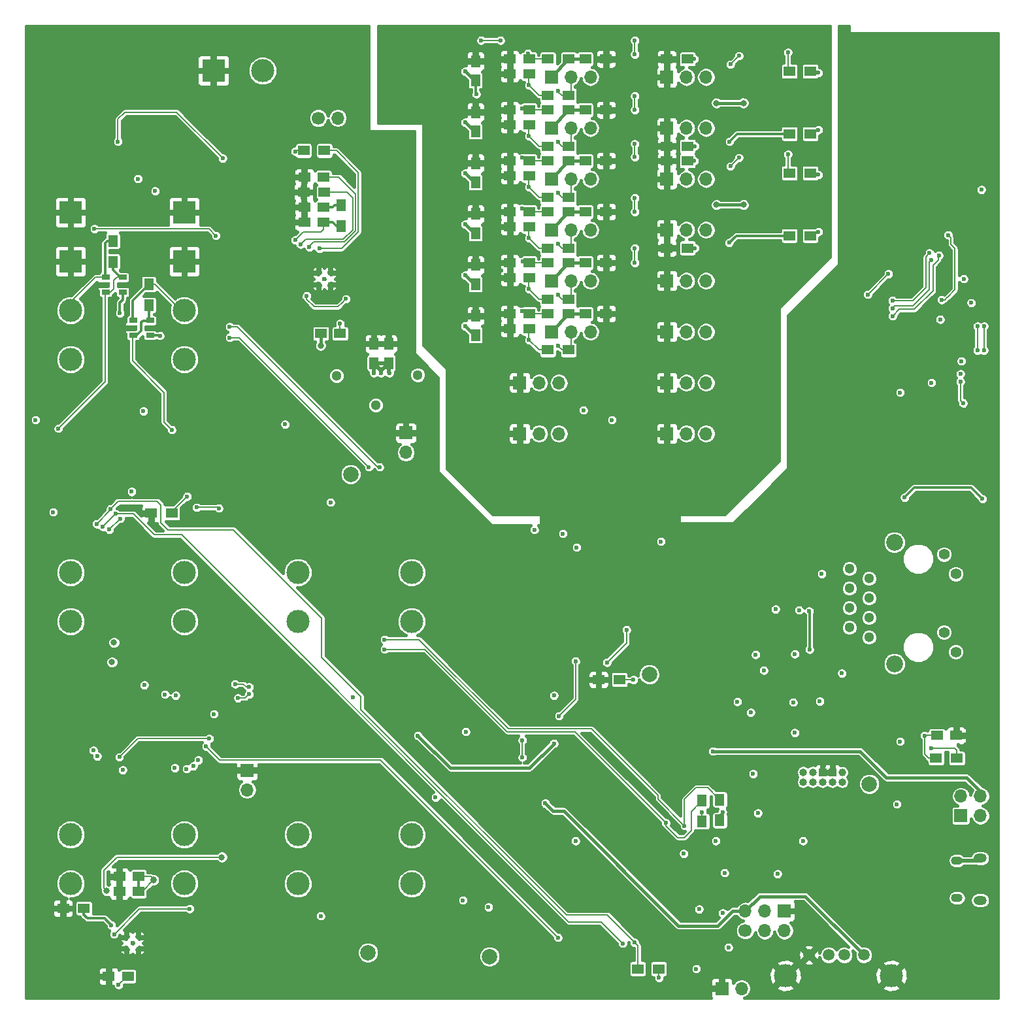
<source format=gbr>
G04 #@! TF.FileFunction,Copper,L4,Bot,Signal*
%FSLAX46Y46*%
G04 Gerber Fmt 4.6, Leading zero omitted, Abs format (unit mm)*
G04 Created by KiCad (PCBNEW 4.0.6) date 01/31/18 03:36:11*
%MOMM*%
%LPD*%
G01*
G04 APERTURE LIST*
%ADD10C,0.100000*%
%ADD11R,1.700000X1.700000*%
%ADD12O,1.700000X1.700000*%
%ADD13C,3.000000*%
%ADD14R,1.500000X1.300000*%
%ADD15R,1.250000X1.500000*%
%ADD16R,1.500000X1.250000*%
%ADD17C,1.700000*%
%ADD18O,1.500000X1.100000*%
%ADD19O,1.700000X1.200000*%
%ADD20R,1.300000X1.500000*%
%ADD21R,0.500000X0.500000*%
%ADD22C,1.000000*%
%ADD23O,1.000000X1.000000*%
%ADD24R,1.000000X1.000000*%
%ADD25C,7.700000*%
%ADD26C,0.700000*%
%ADD27R,3.000000X3.000000*%
%ADD28C,0.400000*%
%ADD29C,1.300000*%
%ADD30C,2.184400*%
%ADD31C,1.408000*%
%ADD32C,1.501140*%
%ADD33C,2.999740*%
%ADD34R,1.060000X0.650000*%
%ADD35C,2.000000*%
%ADD36C,0.600000*%
%ADD37C,0.800000*%
%ADD38C,0.200000*%
%ADD39C,0.300000*%
%ADD40C,0.160000*%
%ADD41C,0.400000*%
%ADD42C,0.500000*%
G04 APERTURE END LIST*
D10*
D11*
X90683080Y-125227080D03*
D12*
X93223080Y-125227080D03*
D13*
X21040000Y-105295000D03*
X21040000Y-111645000D03*
D14*
X86250000Y-29300000D03*
X83550000Y-29300000D03*
X86250000Y-18000000D03*
X83550000Y-18000000D03*
X102150000Y-27700000D03*
X99450000Y-27700000D03*
X102150000Y-19600000D03*
X99450000Y-19600000D03*
D11*
X83560000Y-26950000D03*
D12*
X86100000Y-26950000D03*
X88640000Y-26950000D03*
D11*
X83560000Y-20350000D03*
D12*
X86100000Y-20350000D03*
X88640000Y-20350000D03*
D15*
X58770000Y-38090000D03*
X58770000Y-40590000D03*
X58770000Y-31490000D03*
X58770000Y-33990000D03*
X58770000Y-24890000D03*
X58770000Y-27390000D03*
X58770000Y-18290000D03*
X58770000Y-20790000D03*
D16*
X65720000Y-39740000D03*
X63220000Y-39740000D03*
X65720000Y-33140000D03*
X63220000Y-33140000D03*
X65720000Y-26540000D03*
X63220000Y-26540000D03*
X65720000Y-19940000D03*
X63220000Y-19940000D03*
X63220000Y-37800000D03*
X65720000Y-37800000D03*
X63220000Y-31200000D03*
X65720000Y-31200000D03*
X63220000Y-24600000D03*
X65720000Y-24600000D03*
X63220000Y-18000000D03*
X65720000Y-18000000D03*
D14*
X68140000Y-37800000D03*
X70840000Y-37800000D03*
X68140000Y-31200000D03*
X70840000Y-31200000D03*
X68140000Y-24600000D03*
X70840000Y-24600000D03*
X68140000Y-18000000D03*
X70840000Y-18000000D03*
X75690000Y-37800000D03*
X72990000Y-37800000D03*
X75690000Y-31200000D03*
X72990000Y-31200000D03*
X75690000Y-24600000D03*
X72990000Y-24600000D03*
X75690000Y-18000000D03*
X72990000Y-18000000D03*
X68140000Y-42500000D03*
X70840000Y-42500000D03*
X68140000Y-35900000D03*
X70840000Y-35900000D03*
X68140000Y-29300000D03*
X70840000Y-29300000D03*
X68140000Y-22700000D03*
X70840000Y-22700000D03*
D11*
X68590000Y-40150000D03*
D12*
X71130000Y-40150000D03*
X73670000Y-40150000D03*
D11*
X68590000Y-33550000D03*
D12*
X71130000Y-33550000D03*
X73670000Y-33550000D03*
D11*
X68590000Y-26950000D03*
D12*
X71130000Y-26950000D03*
X73670000Y-26950000D03*
D11*
X68590000Y-20350000D03*
D12*
X71130000Y-20350000D03*
X73670000Y-20350000D03*
D14*
X68140000Y-16100000D03*
X70840000Y-16100000D03*
D16*
X63220000Y-11400000D03*
X65720000Y-11400000D03*
X65720000Y-13340000D03*
X63220000Y-13340000D03*
D15*
X58770000Y-11690000D03*
X58770000Y-14190000D03*
D14*
X75690000Y-11400000D03*
X72990000Y-11400000D03*
X68140000Y-11400000D03*
X70840000Y-11400000D03*
D11*
X68590000Y-13750000D03*
D12*
X71130000Y-13750000D03*
X73670000Y-13750000D03*
D16*
X39100000Y-20100000D03*
X36600000Y-20100000D03*
X39100000Y-25950000D03*
X36600000Y-25950000D03*
X39100000Y-24000000D03*
X36600000Y-24000000D03*
X38725000Y-40375000D03*
X41225000Y-40375000D03*
D15*
X45602776Y-44207268D03*
X45602776Y-41707268D03*
X47502776Y-44207268D03*
X47502776Y-41707268D03*
D16*
X15118580Y-112625060D03*
X12618580Y-112625060D03*
X15118580Y-110725060D03*
X12618580Y-110725060D03*
X13750000Y-123650000D03*
X11250000Y-123650000D03*
X63220000Y-4800000D03*
X65720000Y-4800000D03*
X65720000Y-6740000D03*
X63220000Y-6740000D03*
D15*
X58770000Y-5090000D03*
X58770000Y-7590000D03*
D16*
X118550000Y-92450000D03*
X121050000Y-92450000D03*
D17*
X38410000Y-12450000D03*
D12*
X40950000Y-12450000D03*
D17*
X93726000Y-117729000D03*
D12*
X93726000Y-115189000D03*
X96266000Y-117729000D03*
X96266000Y-115189000D03*
X98806000Y-117729000D03*
D11*
X98806000Y-115189000D03*
D18*
X121150000Y-113500000D03*
X121150000Y-108660000D03*
D19*
X124150000Y-113810000D03*
X124150000Y-108350000D03*
D14*
X39200000Y-22050000D03*
X36500000Y-22050000D03*
X39200000Y-16675000D03*
X36500000Y-16675000D03*
D20*
X41375000Y-26475000D03*
X41375000Y-23775000D03*
D14*
X8040360Y-114848640D03*
X5340360Y-114848640D03*
X77423000Y-85217000D03*
X74723000Y-85217000D03*
X102150000Y-6400000D03*
X99450000Y-6400000D03*
X102150000Y-14500000D03*
X99450000Y-14500000D03*
X75690000Y-4800000D03*
X72990000Y-4800000D03*
X68140000Y-4800000D03*
X70840000Y-4800000D03*
X68140000Y-9500000D03*
X70840000Y-9500000D03*
X16750000Y-63650000D03*
X19450000Y-63650000D03*
X82503000Y-122682000D03*
X79803000Y-122682000D03*
D20*
X16440000Y-34000000D03*
X16440000Y-36700000D03*
X11790000Y-28380000D03*
X11790000Y-31080000D03*
D14*
X118450000Y-95400000D03*
X121150000Y-95400000D03*
D21*
X39200000Y-33275000D03*
X38450000Y-34025000D03*
X39950000Y-34025000D03*
X39950000Y-32525000D03*
X38450000Y-32525000D03*
X14325600Y-119331740D03*
X13575600Y-120081740D03*
X15075600Y-120081740D03*
X15075600Y-118581740D03*
X13575600Y-118581740D03*
D22*
X106290000Y-97230000D03*
D23*
X106290000Y-98500000D03*
D24*
X105020000Y-97230000D03*
D23*
X105020000Y-98500000D03*
D24*
X103750000Y-97230000D03*
D23*
X103750000Y-98500000D03*
X102480000Y-97230000D03*
X102480000Y-98500000D03*
X101210000Y-97230000D03*
X101210000Y-98500000D03*
D25*
X120650000Y-120650000D03*
D26*
X117850000Y-120650000D03*
X122629890Y-122629890D03*
X120650000Y-123450000D03*
X118670110Y-122629890D03*
X123450000Y-120650000D03*
X118670110Y-118670110D03*
X120650000Y-117850000D03*
X122629890Y-118670110D03*
D25*
X6350000Y-120650000D03*
D26*
X3550000Y-120650000D03*
X8329890Y-122629890D03*
X6350000Y-123450000D03*
X4370110Y-122629890D03*
X9150000Y-120650000D03*
X4370110Y-118670110D03*
X6350000Y-117850000D03*
X8329890Y-118670110D03*
D25*
X120650000Y-6350000D03*
D26*
X117850000Y-6350000D03*
X122629890Y-8329890D03*
X120650000Y-9150000D03*
X118670110Y-8329890D03*
X123450000Y-6350000D03*
X118670110Y-4370110D03*
X120650000Y-3550000D03*
X122629890Y-4370110D03*
D25*
X6350000Y-6350000D03*
D26*
X3550000Y-6350000D03*
X8329890Y-8329890D03*
X6350000Y-9150000D03*
X4370110Y-8329890D03*
X9150000Y-6350000D03*
X4370110Y-4370110D03*
X6350000Y-3550000D03*
X8329890Y-4370110D03*
D14*
X86250000Y-4800000D03*
X83550000Y-4800000D03*
X86250000Y-16100000D03*
X83550000Y-16100000D03*
D13*
X6310000Y-37375000D03*
D27*
X6310000Y-31025000D03*
D13*
X6310000Y-43725000D03*
D27*
X6310000Y-24675000D03*
D13*
X21040000Y-37375000D03*
D27*
X21040000Y-31025000D03*
D13*
X21040000Y-43725000D03*
D27*
X21040000Y-24675000D03*
D13*
X21040000Y-71325000D03*
X21040000Y-77675000D03*
X50500000Y-71325000D03*
X50500000Y-77675000D03*
X35770000Y-71325000D03*
X35770000Y-77675000D03*
X6310000Y-71325000D03*
X6310000Y-77675000D03*
X31175000Y-6310000D03*
D27*
X24825000Y-6310000D03*
D13*
X50500000Y-105295000D03*
X50500000Y-111645000D03*
X35770000Y-105295000D03*
X35770000Y-111645000D03*
X6310000Y-105295000D03*
X6310000Y-111645000D03*
D28*
X21730000Y-57515000D03*
X23680000Y-57515000D03*
X19780000Y-57515000D03*
X22380000Y-58415000D03*
X21080000Y-58415000D03*
X22380000Y-56615000D03*
X21080000Y-56615000D03*
X7000000Y-57515000D03*
X8950000Y-57515000D03*
X5050000Y-57515000D03*
X7650000Y-58415000D03*
X6350000Y-58415000D03*
X7650000Y-56615000D03*
X6350000Y-56615000D03*
D11*
X83560000Y-7150000D03*
D12*
X86100000Y-7150000D03*
X88640000Y-7150000D03*
D11*
X83560000Y-13750000D03*
D12*
X86100000Y-13750000D03*
X88640000Y-13750000D03*
D11*
X64490000Y-46750000D03*
D12*
X67030000Y-46750000D03*
X69570000Y-46750000D03*
D11*
X64490000Y-53350000D03*
D12*
X67030000Y-53350000D03*
X69570000Y-53350000D03*
D11*
X68590000Y-7150000D03*
D12*
X71130000Y-7150000D03*
X73670000Y-7150000D03*
D11*
X83560000Y-33550000D03*
D12*
X86100000Y-33550000D03*
X88640000Y-33550000D03*
D11*
X83560000Y-40150000D03*
D12*
X86100000Y-40150000D03*
X88640000Y-40150000D03*
D11*
X83560000Y-46750000D03*
D12*
X86100000Y-46750000D03*
X88640000Y-46750000D03*
D11*
X83560000Y-53350000D03*
D12*
X86100000Y-53350000D03*
X88640000Y-53350000D03*
D29*
X107211910Y-70855790D03*
X109751910Y-72125790D03*
X107211910Y-73395790D03*
X109751910Y-74665791D03*
X107211910Y-75935791D03*
X109751910Y-77205790D03*
X107211910Y-78475790D03*
X109751910Y-79745790D03*
D30*
X113051910Y-83175790D03*
X113051910Y-67425790D03*
D31*
X119480500Y-68974530D03*
X121000500Y-81624530D03*
X119480000Y-79086380D03*
X121000000Y-71516380D03*
D20*
X90424000Y-103458000D03*
X90424000Y-100758000D03*
X88138000Y-103585000D03*
X88138000Y-100885000D03*
D11*
X121660000Y-102850000D03*
D12*
X121660000Y-100310000D03*
X124200000Y-102850000D03*
X124200000Y-100310000D03*
D11*
X49750000Y-53250000D03*
D12*
X49750000Y-55790000D03*
D11*
X29184600Y-96941640D03*
D12*
X29184600Y-99481640D03*
D32*
X101980140Y-120901880D03*
X104520140Y-120901880D03*
X106552140Y-120901880D03*
X109092140Y-120901880D03*
D33*
X98932140Y-123568880D03*
X112648140Y-123568880D03*
D34*
X10843080Y-34991080D03*
X10843080Y-34041080D03*
X10843080Y-33091080D03*
X13043080Y-33091080D03*
X13043080Y-34991080D03*
X14399080Y-40579080D03*
X14399080Y-39629080D03*
X14399080Y-38679080D03*
X16599080Y-38679080D03*
X16599080Y-40579080D03*
D35*
X42600880Y-58602880D03*
X44836080Y-120578880D03*
X81285080Y-84536280D03*
X60584080Y-121086880D03*
X109783880Y-98734880D03*
D36*
X100150000Y-81900000D03*
X62097920Y-32171640D03*
X109347000Y-118999000D03*
X109474000Y-114681000D03*
X111709200Y-42316400D03*
X118821200Y-39776400D03*
X45720000Y-26352500D03*
X112903000Y-18034000D03*
X112903000Y-16192500D03*
X112776000Y-14287500D03*
X112776000Y-12319000D03*
X88265000Y-65659000D03*
X52578000Y-96393000D03*
X91821000Y-93027500D03*
X81470500Y-100203000D03*
X83566000Y-106743500D03*
X77089000Y-106299000D03*
D37*
X8763000Y-92329000D03*
X4064000Y-92202000D03*
X3937000Y-90678000D03*
X8636000Y-90678000D03*
D36*
X15875000Y-88392000D03*
X123698000Y-92392500D03*
X115570000Y-92329000D03*
X119126000Y-48006000D03*
D37*
X18288000Y-91757500D03*
X17335500Y-94234000D03*
X23177500Y-90487500D03*
X23368000Y-91757500D03*
D36*
X113284000Y-25654000D03*
X74342000Y-79756000D03*
X15557500Y-63627000D03*
X91757500Y-55054500D03*
X91821000Y-48260000D03*
X91630500Y-42164000D03*
X91757500Y-35052000D03*
X121539000Y-84201000D03*
X105156000Y-87503000D03*
X123190000Y-58039000D03*
X113792000Y-50673000D03*
X113030000Y-30480000D03*
X90805000Y-118110000D03*
X95123000Y-111379000D03*
X82550000Y-109728000D03*
X3556000Y-12827000D03*
X77465000Y-66000000D03*
X75692000Y-64516000D03*
X75692000Y-60325000D03*
X75692000Y-67000000D03*
X77470000Y-60325000D03*
X77465000Y-64500000D03*
X119925000Y-109800000D03*
D29*
X23000000Y-115600000D03*
D36*
X69469000Y-105410000D03*
X93472000Y-107061000D03*
X88265000Y-97917000D03*
X84455000Y-96647000D03*
X83693000Y-94361000D03*
X105460800Y-46502320D03*
X105460800Y-44597320D03*
X105460800Y-42692320D03*
X105460800Y-40787320D03*
X86487000Y-72517000D03*
X84201000Y-77978000D03*
X84455000Y-75311000D03*
X65676780Y-87200740D03*
X78740000Y-73787000D03*
X71120000Y-75565000D03*
X71755000Y-77216000D03*
X69088000Y-77978000D03*
X71374000Y-73660000D03*
X77297280Y-75316080D03*
X50007520Y-116758720D03*
X44761960Y-124747280D03*
X13159740Y-49004220D03*
X2032000Y-56134000D03*
X40248840Y-54792880D03*
X38557200Y-58755280D03*
X74904600Y-114498120D03*
X62628780Y-99982020D03*
X60845700Y-100241100D03*
X61917580Y-89258140D03*
X60822840Y-92181680D03*
D37*
X52539900Y-90030300D03*
X55135780Y-88201500D03*
X50327560Y-88193880D03*
D36*
X55166260Y-86700360D03*
X53675280Y-85577680D03*
X62738000Y-85344000D03*
D37*
X63246000Y-71882000D03*
X58166000Y-71882000D03*
X60706000Y-73914000D03*
X60706000Y-69850000D03*
D36*
X64008000Y-68580000D03*
X61468000Y-68580000D03*
X58928000Y-67310000D03*
X69004180Y-67119500D03*
X56875680Y-73319640D03*
X44980860Y-86586060D03*
X16060420Y-48978820D03*
X24033480Y-47701200D03*
X29603700Y-55618380D03*
X18506440Y-53195220D03*
X1778000Y-48966120D03*
X4091940Y-53213000D03*
X10835640Y-48905160D03*
X3766820Y-65758060D03*
X5514340Y-65836800D03*
X20030440Y-61625480D03*
X11805920Y-88412320D03*
X36068000Y-115570000D03*
X35814000Y-124968000D03*
X31668720Y-111023400D03*
X26408380Y-115051840D03*
X11300460Y-122527060D03*
X5509260Y-116037360D03*
X123291600Y-47955200D03*
X125500000Y-46900000D03*
X126000000Y-40050000D03*
X125750000Y-33400000D03*
X6150000Y-95300000D03*
X25000000Y-61350000D03*
X10250000Y-61400000D03*
X5400000Y-61450000D03*
X3150000Y-61500000D03*
X12650000Y-59700000D03*
X84900000Y-65100000D03*
X82700000Y-70400000D03*
X76565000Y-68000000D03*
X50900000Y-9500000D03*
X52100000Y-4400000D03*
X50500000Y-2400000D03*
X62400000Y-55500000D03*
X62500000Y-53700000D03*
X62400000Y-48700000D03*
X62500000Y-47000000D03*
X93600000Y-19800000D03*
X98400000Y-24600000D03*
X98600000Y-21000000D03*
X98400000Y-11400000D03*
X98600000Y-7800000D03*
X93600000Y-6600000D03*
X61600000Y-38950000D03*
X61600000Y-25750000D03*
X61600000Y-19150000D03*
X61600000Y-12550000D03*
X61600000Y-5950000D03*
X44255000Y-34725000D03*
X47480000Y-35850000D03*
D29*
X29825000Y-27550000D03*
D36*
X91059000Y-110236000D03*
X90805000Y-102362000D03*
X88138000Y-102362000D03*
X71755000Y-106108500D03*
X101219000Y-106108500D03*
X92710000Y-88074500D03*
X113792000Y-93218000D03*
X100139500Y-92075000D03*
X94424500Y-89471500D03*
X82550000Y-123825000D03*
X60452000Y-114681000D03*
X89916000Y-106100000D03*
X90805000Y-115443000D03*
X40005000Y-62230000D03*
X42926000Y-87503000D03*
X57531000Y-91948000D03*
X4064000Y-63500000D03*
X14224000Y-60833000D03*
X57150000Y-113792000D03*
X41225000Y-39075000D03*
X15875000Y-85915500D03*
X13081000Y-96901000D03*
X15049500Y-20320000D03*
X17272000Y-21907500D03*
D29*
X51308000Y-45720000D03*
D36*
X72771000Y-50292000D03*
D29*
X40767000Y-45847000D03*
X45847000Y-49657000D03*
D36*
X46550000Y-45500000D03*
X47600000Y-45500000D03*
X45600000Y-45500000D03*
X34099500Y-52133500D03*
X12532360Y-124752100D03*
X53594000Y-100457000D03*
X38735000Y-115824000D03*
X51308000Y-92456000D03*
X68961000Y-93472000D03*
X89535000Y-94488000D03*
X66421000Y-65786000D03*
X76454000Y-51562000D03*
X68961000Y-87249000D03*
X67818000Y-101219000D03*
X97917000Y-110363000D03*
X58877200Y-9347200D03*
X82804000Y-67310000D03*
X71882000Y-68072000D03*
X70104000Y-66294000D03*
D37*
X90000000Y-23700000D03*
X93500000Y-23700000D03*
X90000000Y-10500000D03*
X93500000Y-10500000D03*
D36*
X57430000Y-39410000D03*
X57430000Y-32810000D03*
X57430000Y-26210000D03*
X57430000Y-19610000D03*
X57430000Y-13010000D03*
X57430000Y-6410000D03*
X65560000Y-4100000D03*
X65700000Y-8210000D03*
X64800000Y-11200000D03*
X65700000Y-14810000D03*
X17886680Y-40645080D03*
X12700000Y-37719000D03*
X15748000Y-50419000D03*
X1778000Y-51562000D03*
X64800000Y-24200000D03*
X65700000Y-28010000D03*
X64900000Y-31000000D03*
X65700000Y-34610000D03*
X64800000Y-37500000D03*
X65700000Y-41210000D03*
X35400000Y-16800000D03*
D37*
X11684000Y-82931000D03*
D36*
X9658413Y-65041587D03*
X79375000Y-119253000D03*
X11490000Y-63100000D03*
X28000000Y-87600000D03*
X29450000Y-87100000D03*
X24277320Y-92847160D03*
X12621260Y-95239840D03*
X29450000Y-86150000D03*
X27622500Y-85788500D03*
X19812000Y-96647000D03*
X21336000Y-96774000D03*
X22225000Y-96393000D03*
X22860000Y-95631000D03*
D37*
X11938000Y-80391000D03*
X10985500Y-112585500D03*
X25908000Y-108204000D03*
D36*
X71755000Y-82804000D03*
X69596000Y-89916000D03*
X78359000Y-78740000D03*
X75798680Y-83012280D03*
X87100000Y-4800000D03*
X87200000Y-16100000D03*
X87100000Y-18000000D03*
X87200000Y-29300000D03*
X19431000Y-52832000D03*
X4725000Y-52670040D03*
X79400000Y-31200000D03*
X79400000Y-29300000D03*
X79400000Y-24600000D03*
X79400000Y-22800000D03*
X79400000Y-17500000D03*
X79400000Y-15800000D03*
X79400000Y-11400000D03*
X79400000Y-9600000D03*
X79400000Y-4200000D03*
X79400000Y-2400000D03*
X62000000Y-2400000D03*
X59500000Y-2400000D03*
X9779000Y-95123000D03*
X19939000Y-87249000D03*
X37250000Y-29175010D03*
X35425000Y-28250000D03*
D37*
X38700000Y-41925000D03*
D36*
X36100000Y-28825000D03*
X38550000Y-29375000D03*
X41990000Y-35890000D03*
X36875000Y-35500000D03*
X117856000Y-46736000D03*
X113792000Y-48006000D03*
X106235500Y-84391500D03*
X96139000Y-84010500D03*
X95059500Y-81978500D03*
X121729500Y-43942000D03*
X121602500Y-45593000D03*
X123000000Y-36400000D03*
X103378000Y-88011000D03*
X99949000Y-88138000D03*
X103632000Y-71501000D03*
X124333000Y-21717000D03*
X102000000Y-76350000D03*
X102050000Y-81300000D03*
X123802342Y-39422255D03*
X123800000Y-42550000D03*
X124646995Y-39414277D03*
X124650000Y-42550000D03*
X112800000Y-36100000D03*
X117600000Y-29950000D03*
X117800000Y-30850000D03*
X112800000Y-37100000D03*
X118825000Y-30250000D03*
X112800000Y-38100000D03*
X119150000Y-36000000D03*
X120000000Y-27600000D03*
X122047000Y-33274000D03*
X118999000Y-38544500D03*
X10440000Y-65400000D03*
X77851000Y-119380000D03*
X12120000Y-63730000D03*
X12740000Y-64350000D03*
X11320000Y-65780000D03*
X25527000Y-62992000D03*
X22650000Y-62900000D03*
X21400000Y-61490000D03*
X100711000Y-76200000D03*
X97649998Y-76073000D03*
X121600000Y-46600000D03*
X121950000Y-49400000D03*
X85742780Y-107751880D03*
X116967000Y-92456000D03*
X94742000Y-97409000D03*
X79248000Y-85217000D03*
X99249990Y-3949990D03*
X92900000Y-4400000D03*
X91800000Y-5500000D03*
X91694000Y-15494000D03*
X92900000Y-17600000D03*
X91800000Y-18700000D03*
X99249990Y-17149990D03*
X91643200Y-28600400D03*
X69510000Y-8950000D03*
X69490000Y-15570000D03*
X69490000Y-28770000D03*
X69490000Y-35370000D03*
X69490000Y-41970000D03*
X117856000Y-94107000D03*
X87757000Y-114935000D03*
X95377000Y-102489000D03*
X64800000Y-17600000D03*
X65700000Y-21410000D03*
X69490000Y-22170000D03*
X103200000Y-6600000D03*
X103200000Y-14000000D03*
X103200000Y-19800000D03*
X103200000Y-27200000D03*
X124450000Y-61800000D03*
X114350000Y-61600000D03*
X64825880Y-93070680D03*
X64820800Y-95285560D03*
X87376000Y-122682000D03*
X91567000Y-119888000D03*
D37*
X17081500Y-111125000D03*
X17081500Y-111188500D03*
D36*
X11600180Y-117043200D03*
X21760180Y-114909600D03*
X11940540Y-118201440D03*
X113365280Y-101351080D03*
X112268000Y-32639000D03*
X109601000Y-35306000D03*
X9271000Y-94361000D03*
X24892000Y-89662000D03*
X18542000Y-87122000D03*
X23876000Y-93853000D03*
X69469000Y-118618000D03*
X12446000Y-15494000D03*
X26035000Y-17653000D03*
X26924000Y-39497000D03*
X46355000Y-57658000D03*
X46990000Y-80010000D03*
X85852000Y-104140000D03*
X46990000Y-81280000D03*
X44958000Y-57658000D03*
X9398000Y-26797000D03*
X25146000Y-27686000D03*
X26924000Y-40894000D03*
X83439000Y-103759000D03*
D38*
X74342000Y-79756000D02*
X74295000Y-79756000D01*
X16750000Y-63650000D02*
X15580500Y-63650000D01*
X15580500Y-63650000D02*
X15557500Y-63627000D01*
D39*
X77297280Y-75316080D02*
X77289660Y-75316080D01*
X13159740Y-49004220D02*
X13159740Y-49011840D01*
X69004180Y-67119500D02*
X69004180Y-67122040D01*
D40*
X44980860Y-86586060D02*
X44988480Y-86593680D01*
D39*
X16060420Y-48978820D02*
X16060420Y-48988980D01*
X10835640Y-48905160D02*
X10843260Y-48905160D01*
D40*
X20030440Y-61625480D02*
X20035520Y-61630560D01*
D41*
X11805920Y-88412320D02*
X11805920Y-88417400D01*
D38*
X31668720Y-111023400D02*
X31683960Y-111023400D01*
D39*
X14274000Y-39624000D02*
X14320000Y-39670000D01*
D40*
X90424000Y-103458000D02*
X90424000Y-102743000D01*
X90424000Y-102743000D02*
X90805000Y-102362000D01*
X88138000Y-103585000D02*
X88138000Y-102362000D01*
D38*
X82503000Y-122682000D02*
X82503000Y-123778000D01*
X82503000Y-123778000D02*
X82550000Y-123825000D01*
D39*
X39100000Y-24000000D02*
X40262000Y-24000000D01*
X40487000Y-23775000D02*
X41375000Y-23775000D01*
X40262000Y-24000000D02*
X40487000Y-23775000D01*
D40*
X41225000Y-40375000D02*
X41225000Y-39075000D01*
D42*
X46550000Y-45500000D02*
X46550000Y-45154492D01*
X46550000Y-45154492D02*
X45602776Y-44207268D01*
X46550000Y-45500000D02*
X46550000Y-45160044D01*
X46550000Y-45160044D02*
X47502776Y-44207268D01*
X47502776Y-44207268D02*
X47502776Y-45402776D01*
X47502776Y-45402776D02*
X47600000Y-45500000D01*
X45602776Y-44207268D02*
X45602776Y-45497224D01*
X45602776Y-45497224D02*
X45600000Y-45500000D01*
X47502776Y-44207268D02*
X47502776Y-44222224D01*
X47502776Y-44207268D02*
X45602776Y-44207268D01*
D38*
X12532360Y-124752100D02*
X13634460Y-123650000D01*
X13634460Y-123650000D02*
X13750000Y-123650000D01*
D41*
X124200000Y-100310000D02*
X124200000Y-99689000D01*
X124200000Y-99689000D02*
X122428000Y-97917000D01*
X55499000Y-96647000D02*
X51308000Y-92456000D01*
X65786000Y-96647000D02*
X55499000Y-96647000D01*
X68961000Y-93472000D02*
X65786000Y-96647000D01*
X122428000Y-97917000D02*
X112014000Y-97917000D01*
X112014000Y-97917000D02*
X108585000Y-94488000D01*
X108585000Y-94488000D02*
X89535000Y-94488000D01*
X92075000Y-115189000D02*
X93726000Y-115189000D01*
X90170000Y-117094000D02*
X92075000Y-115189000D01*
X85090000Y-117094000D02*
X90170000Y-117094000D01*
X70231000Y-102235000D02*
X85090000Y-117094000D01*
X68834000Y-102235000D02*
X70231000Y-102235000D01*
X67818000Y-101219000D02*
X68834000Y-102235000D01*
X109092140Y-120901880D02*
X109090880Y-120901880D01*
X109090880Y-120901880D02*
X101473000Y-113284000D01*
X101473000Y-113284000D02*
X95631000Y-113284000D01*
X95631000Y-113284000D02*
X93726000Y-115189000D01*
D39*
X58770000Y-7590000D02*
X58770000Y-9240000D01*
X58770000Y-9240000D02*
X58877200Y-9347200D01*
D41*
X93500000Y-23700000D02*
X90000000Y-23700000D01*
X93500000Y-10500000D02*
X90000000Y-10500000D01*
X58610000Y-40590000D02*
X57430000Y-39410000D01*
X58610000Y-33990000D02*
X57430000Y-32810000D01*
X58610000Y-27390000D02*
X57430000Y-26210000D01*
X58610000Y-20790000D02*
X57430000Y-19610000D01*
X58770000Y-40590000D02*
X58610000Y-40590000D01*
X58770000Y-33990000D02*
X58610000Y-33990000D01*
X58770000Y-27390000D02*
X58610000Y-27390000D01*
X58770000Y-20790000D02*
X58610000Y-20790000D01*
X58770000Y-14190000D02*
X58610000Y-14190000D01*
X58610000Y-14190000D02*
X57430000Y-13010000D01*
X58770000Y-7590000D02*
X58610000Y-7590000D01*
X58610000Y-7590000D02*
X57430000Y-6410000D01*
D40*
X65560000Y-4100000D02*
X65560000Y-4640000D01*
X65560000Y-4640000D02*
X65720000Y-4800000D01*
X68140000Y-4800000D02*
X65720000Y-4800000D01*
X65700000Y-8210000D02*
X65700000Y-6760000D01*
X65700000Y-6760000D02*
X65720000Y-6740000D01*
X68140000Y-9500000D02*
X66990000Y-9500000D01*
X66990000Y-9500000D02*
X65700000Y-8210000D01*
X68140000Y-9500000D02*
X68040000Y-9500000D01*
X64800000Y-11200000D02*
X65520000Y-11200000D01*
X65520000Y-11200000D02*
X65720000Y-11400000D01*
X68140000Y-11400000D02*
X65720000Y-11400000D01*
X65700000Y-14810000D02*
X65700000Y-13360000D01*
X65700000Y-13360000D02*
X65720000Y-13340000D01*
X66990000Y-16100000D02*
X65700000Y-14810000D01*
X68140000Y-16100000D02*
X68040000Y-16100000D01*
X68140000Y-16100000D02*
X66990000Y-16100000D01*
D39*
X17820680Y-40579080D02*
X16599080Y-40579080D01*
X17886680Y-40645080D02*
X17820680Y-40579080D01*
X12700000Y-36332160D02*
X13043080Y-35989080D01*
X13043080Y-35989080D02*
X13043080Y-34991080D01*
X12700000Y-37719000D02*
X12700000Y-36332160D01*
D38*
X21040000Y-37375000D02*
X20611000Y-37375000D01*
X20611000Y-37375000D02*
X17236000Y-34000000D01*
X17236000Y-34000000D02*
X16440000Y-34000000D01*
D39*
X16440000Y-34000000D02*
X16434240Y-34000000D01*
X16434240Y-34000000D02*
X14320000Y-36114240D01*
X14320000Y-36114240D02*
X14320000Y-38720000D01*
D38*
X6310000Y-37375000D02*
X6310000Y-36298500D01*
X6310000Y-36298500D02*
X9538500Y-33070000D01*
X9538500Y-33070000D02*
X10760000Y-33070000D01*
D39*
X11790000Y-28380000D02*
X11030640Y-28380000D01*
X10760000Y-28650640D02*
X10760000Y-33070000D01*
X11030640Y-28380000D02*
X10760000Y-28650640D01*
D40*
X64800000Y-24200000D02*
X65320000Y-24200000D01*
X65320000Y-24200000D02*
X65720000Y-24600000D01*
X68140000Y-24600000D02*
X65720000Y-24600000D01*
X68140000Y-29300000D02*
X66990000Y-29300000D01*
X65700000Y-26560000D02*
X65720000Y-26540000D01*
X65700000Y-28010000D02*
X65700000Y-26560000D01*
X66990000Y-29300000D02*
X65700000Y-28010000D01*
X68140000Y-29300000D02*
X68040000Y-29300000D01*
X64900000Y-31000000D02*
X65520000Y-31000000D01*
X65520000Y-31000000D02*
X65720000Y-31200000D01*
X68140000Y-31200000D02*
X65720000Y-31200000D01*
X68140000Y-35900000D02*
X66990000Y-35900000D01*
X65700000Y-33160000D02*
X65720000Y-33140000D01*
X65700000Y-34610000D02*
X65700000Y-33160000D01*
X66990000Y-35900000D02*
X65700000Y-34610000D01*
X68140000Y-35900000D02*
X68040000Y-35900000D01*
X64800000Y-37500000D02*
X65420000Y-37500000D01*
X68140000Y-37800000D02*
X65720000Y-37800000D01*
X68140000Y-42500000D02*
X66990000Y-42500000D01*
X65700000Y-39760000D02*
X65720000Y-39740000D01*
X65700000Y-41210000D02*
X65700000Y-39760000D01*
X66990000Y-42500000D02*
X65700000Y-41210000D01*
X68140000Y-42500000D02*
X68040000Y-42500000D01*
D38*
X36500000Y-16675000D02*
X35525000Y-16675000D01*
X35525000Y-16675000D02*
X35400000Y-16800000D01*
D40*
X9658413Y-65041587D02*
X11490000Y-63210000D01*
X11490000Y-63210000D02*
X11490000Y-63100000D01*
D38*
X79803000Y-122682000D02*
X79803000Y-119681000D01*
X79803000Y-119681000D02*
X79375000Y-119253000D01*
X18034000Y-63627000D02*
X18034000Y-62611000D01*
X79375000Y-119253000D02*
X75819000Y-115697000D01*
X75819000Y-115697000D02*
X70542688Y-115697000D01*
X70542688Y-115697000D02*
X43942000Y-89096312D01*
X43942000Y-89096312D02*
X43942000Y-87376000D01*
X43942000Y-87376000D02*
X38862000Y-82296000D01*
X38862000Y-82296000D02*
X38862000Y-77216000D01*
X38862000Y-77216000D02*
X27432000Y-65786000D01*
X27432000Y-65786000D02*
X18923000Y-65786000D01*
X18923000Y-65786000D02*
X18034000Y-64897000D01*
X18034000Y-64897000D02*
X18034000Y-63627000D01*
X12487000Y-62103000D02*
X11490000Y-63100000D01*
X17526000Y-62103000D02*
X12487000Y-62103000D01*
X18034000Y-62611000D02*
X17526000Y-62103000D01*
D40*
X28950000Y-87600000D02*
X29450000Y-87100000D01*
X28000000Y-87600000D02*
X28950000Y-87600000D01*
X15013940Y-92847160D02*
X24277320Y-92847160D01*
X12621260Y-95239840D02*
X15013940Y-92847160D01*
X29450000Y-86150000D02*
X29063500Y-86150000D01*
X28702000Y-85788500D02*
X27622500Y-85788500D01*
X29063500Y-86150000D02*
X28702000Y-85788500D01*
D41*
X35572000Y-111645000D02*
X35770000Y-111645000D01*
D38*
X10985500Y-112585500D02*
X10604500Y-112204500D01*
X10604500Y-112204500D02*
X10604500Y-109918500D01*
X10604500Y-109918500D02*
X12319000Y-108204000D01*
X12319000Y-108204000D02*
X25908000Y-108204000D01*
D40*
X71755000Y-87757000D02*
X71755000Y-82804000D01*
X69596000Y-89916000D02*
X71755000Y-87757000D01*
D38*
X78359000Y-80451960D02*
X78359000Y-78740000D01*
X75798680Y-83012280D02*
X78359000Y-80451960D01*
X87100000Y-4800000D02*
X86250000Y-4800000D01*
X87200000Y-16100000D02*
X86250000Y-16100000D01*
X87100000Y-18000000D02*
X86250000Y-18000000D01*
X87200000Y-29300000D02*
X86250000Y-29300000D01*
X14320000Y-40620000D02*
X14320000Y-43911000D01*
X18415000Y-51816000D02*
X19431000Y-52832000D01*
X18415000Y-48006000D02*
X18415000Y-51816000D01*
X14320000Y-43911000D02*
X18415000Y-48006000D01*
D39*
X14320000Y-40620000D02*
X14894240Y-40620000D01*
X15702040Y-38720000D02*
X16520000Y-38720000D01*
X15483840Y-38938200D02*
X15702040Y-38720000D01*
X15483840Y-40030400D02*
X15483840Y-38938200D01*
X14894240Y-40620000D02*
X15483840Y-40030400D01*
X16440000Y-36700000D02*
X16440000Y-38640000D01*
X16440000Y-38640000D02*
X16520000Y-38720000D01*
D38*
X10760000Y-34970000D02*
X11512000Y-34970000D01*
X12332500Y-33070000D02*
X12960000Y-33070000D01*
X11938000Y-33464500D02*
X12332500Y-33070000D01*
X11938000Y-34544000D02*
X11938000Y-33464500D01*
X11512000Y-34970000D02*
X11938000Y-34544000D01*
X10760000Y-34970000D02*
X10760000Y-46635040D01*
X10760000Y-46635040D02*
X4725000Y-52670040D01*
D39*
X12960000Y-33070000D02*
X12755080Y-33070000D01*
X12755080Y-33070000D02*
X11790000Y-32104920D01*
X11790000Y-32104920D02*
X11790000Y-31080000D01*
D38*
X79400000Y-29300000D02*
X79400000Y-31200000D01*
X79400000Y-22800000D02*
X79400000Y-24600000D01*
X79400000Y-15800000D02*
X79400000Y-17500000D01*
X79400000Y-9600000D02*
X79400000Y-11400000D01*
X79400000Y-2400000D02*
X79400000Y-4200000D01*
X59500000Y-2400000D02*
X62000000Y-2400000D01*
D40*
X37250000Y-29175010D02*
X37250000Y-29099202D01*
X41029600Y-20100000D02*
X39100000Y-20100000D01*
X43235202Y-22305602D02*
X41029600Y-20100000D01*
X43235202Y-27073118D02*
X43235202Y-22305602D01*
X41805118Y-28503202D02*
X43235202Y-27073118D01*
X37846000Y-28503202D02*
X41805118Y-28503202D01*
X37250000Y-29099202D02*
X37846000Y-28503202D01*
X35425000Y-28250000D02*
X35425000Y-28227400D01*
X39100000Y-26838400D02*
X39100000Y-25950000D01*
X38709600Y-27228800D02*
X39100000Y-26838400D01*
X36423600Y-27228800D02*
X38709600Y-27228800D01*
X35425000Y-28227400D02*
X36423600Y-27228800D01*
D39*
X41375000Y-26475000D02*
X40800600Y-26475000D01*
X40800600Y-26475000D02*
X40275600Y-25950000D01*
X40275600Y-25950000D02*
X39100000Y-25950000D01*
D41*
X38725000Y-41900000D02*
X38700000Y-41925000D01*
X38725000Y-40375000D02*
X38725000Y-41900000D01*
D40*
X39200000Y-22050000D02*
X42116000Y-22050000D01*
X36781800Y-28143200D02*
X36100000Y-28825000D01*
X41656000Y-28143200D02*
X36781800Y-28143200D01*
X42875200Y-26924000D02*
X41656000Y-28143200D01*
X42875200Y-22809200D02*
X42875200Y-26924000D01*
X42116000Y-22050000D02*
X42875200Y-22809200D01*
X38550000Y-29375000D02*
X41442440Y-29375000D01*
X40754200Y-16675000D02*
X39200000Y-16675000D01*
X43595204Y-19516004D02*
X40754200Y-16675000D01*
X43595204Y-27222236D02*
X43595204Y-19516004D01*
X41442440Y-29375000D02*
X43595204Y-27222236D01*
X39200000Y-16675000D02*
X39300000Y-16675000D01*
X37850736Y-36900000D02*
X40980000Y-36900000D01*
X40980000Y-36900000D02*
X41500000Y-36380000D01*
X41500000Y-36380000D02*
X41990000Y-35890000D01*
X36875000Y-35500000D02*
X36875000Y-35924264D01*
X36875000Y-35924264D02*
X37850736Y-36900000D01*
D39*
X102050000Y-81300000D02*
X102050000Y-76400000D01*
X102050000Y-76400000D02*
X102000000Y-76350000D01*
D40*
X123802342Y-42547658D02*
X123800000Y-42550000D01*
X123802342Y-39422255D02*
X123802342Y-42547658D01*
X124646995Y-39414277D02*
X124646995Y-42546995D01*
X124646995Y-42546995D02*
X124650000Y-42550000D01*
D42*
X121150000Y-108660000D02*
X123840000Y-108660000D01*
X123840000Y-108660000D02*
X124150000Y-108350000D01*
D40*
X112800000Y-36100000D02*
X113224264Y-36100000D01*
X113224264Y-36100000D02*
X115450000Y-36100000D01*
X115450000Y-36100000D02*
X117100000Y-34450000D01*
X117100000Y-34450000D02*
X117100000Y-30450000D01*
X117100000Y-30450000D02*
X117600000Y-29950000D01*
X117600000Y-34650000D02*
X117600000Y-31050000D01*
X117600000Y-31050000D02*
X117800000Y-30850000D01*
X115449999Y-36800001D02*
X117600000Y-34650000D01*
X112800000Y-37100000D02*
X113099999Y-36800001D01*
X113099999Y-36800001D02*
X115449999Y-36800001D01*
X118750000Y-30850000D02*
X118750000Y-30325000D01*
X118750000Y-30325000D02*
X118825000Y-30250000D01*
X118050000Y-34850000D02*
X118050000Y-31550000D01*
X118050000Y-31550000D02*
X118750000Y-30850000D01*
X115650000Y-37250000D02*
X118050000Y-34850000D01*
X113650000Y-37250000D02*
X115650000Y-37250000D01*
X112800000Y-38100000D02*
X113650000Y-37250000D01*
X119574264Y-36000000D02*
X119874264Y-35700000D01*
X119150000Y-36000000D02*
X119574264Y-36000000D01*
X119874264Y-35700000D02*
X119900000Y-35700000D01*
X119900000Y-35700000D02*
X120900000Y-34700000D01*
X120900000Y-29350000D02*
X120350000Y-28800000D01*
X120900000Y-34700000D02*
X120900000Y-29350000D01*
X120350000Y-27950000D02*
X120000000Y-27600000D01*
X120350000Y-28800000D02*
X120350000Y-27950000D01*
X10440000Y-65400000D02*
X12110000Y-63730000D01*
X12120000Y-63730000D02*
X12110000Y-63730000D01*
D38*
X12120000Y-63730000D02*
X14454000Y-63730000D01*
X75057000Y-116586000D02*
X77851000Y-119380000D01*
X70866000Y-116586000D02*
X75057000Y-116586000D01*
X20701000Y-66421000D02*
X70866000Y-116586000D01*
X17145000Y-66421000D02*
X20701000Y-66421000D01*
X14454000Y-63730000D02*
X17145000Y-66421000D01*
D40*
X12740000Y-64360000D02*
X12740000Y-64350000D01*
X11320000Y-65780000D02*
X12740000Y-64360000D01*
X25527000Y-62992000D02*
X25435000Y-62900000D01*
X25435000Y-62900000D02*
X22650000Y-62900000D01*
X21400000Y-61490000D02*
X19450000Y-63440000D01*
X19450000Y-63440000D02*
X19450000Y-63650000D01*
X121600000Y-49050000D02*
X121950000Y-49400000D01*
X121600000Y-46600000D02*
X121600000Y-49050000D01*
X116967000Y-92456000D02*
X116967000Y-94869000D01*
X117498000Y-95400000D02*
X118450000Y-95400000D01*
X116967000Y-94869000D02*
X117498000Y-95400000D01*
X116973000Y-92450000D02*
X118550000Y-92450000D01*
X116967000Y-92456000D02*
X116973000Y-92450000D01*
D38*
X79248000Y-85217000D02*
X77423000Y-85217000D01*
D40*
X99249990Y-3949990D02*
X99249990Y-6199990D01*
X99249990Y-6199990D02*
X99450000Y-6400000D01*
X91800000Y-5500000D02*
X92900000Y-4400000D01*
D39*
X99450000Y-14500000D02*
X92688000Y-14500000D01*
X92688000Y-14500000D02*
X91694000Y-15494000D01*
D40*
X99249990Y-19399990D02*
X99450000Y-19600000D01*
X99249990Y-17149990D02*
X99249990Y-19399990D01*
X91800000Y-18700000D02*
X92900000Y-17600000D01*
D39*
X99450000Y-27700000D02*
X92543600Y-27700000D01*
X92543600Y-27700000D02*
X91643200Y-28600400D01*
D41*
X70840000Y-4800000D02*
X72990000Y-4800000D01*
X68590000Y-7150000D02*
X68590000Y-7050000D01*
X68590000Y-7050000D02*
X70840000Y-4800000D01*
D38*
X68590000Y-7150000D02*
X68590000Y-6950000D01*
X70740000Y-4800000D02*
X70840000Y-4800000D01*
D40*
X69510000Y-9070000D02*
X69510000Y-8950000D01*
X69940000Y-9500000D02*
X69510000Y-9070000D01*
X70840000Y-9500000D02*
X69940000Y-9500000D01*
X71130000Y-7150000D02*
X71130000Y-9210000D01*
X71130000Y-9210000D02*
X70840000Y-9500000D01*
D38*
X70740000Y-11400000D02*
X70840000Y-11400000D01*
D41*
X70840000Y-11400000D02*
X72990000Y-11400000D01*
X68590000Y-13750000D02*
X68590000Y-13650000D01*
D38*
X68590000Y-13750000D02*
X68590000Y-13550000D01*
D41*
X68590000Y-13650000D02*
X70840000Y-11400000D01*
D40*
X69490000Y-15650000D02*
X69490000Y-15570000D01*
X69940000Y-16100000D02*
X69490000Y-15650000D01*
X70840000Y-16100000D02*
X69940000Y-16100000D01*
X71130000Y-13750000D02*
X71130000Y-15810000D01*
X71130000Y-15810000D02*
X70840000Y-16100000D01*
D38*
X70740000Y-24600000D02*
X70840000Y-24600000D01*
D41*
X68590000Y-26850000D02*
X70840000Y-24600000D01*
D38*
X68590000Y-26950000D02*
X68590000Y-26750000D01*
D41*
X70840000Y-24600000D02*
X72990000Y-24600000D01*
X68590000Y-26950000D02*
X68590000Y-26850000D01*
D40*
X71130000Y-29010000D02*
X70840000Y-29300000D01*
X69490000Y-28850000D02*
X69490000Y-28770000D01*
X69940000Y-29300000D02*
X69490000Y-28850000D01*
X70840000Y-29300000D02*
X69940000Y-29300000D01*
X71130000Y-26950000D02*
X71130000Y-29010000D01*
D38*
X70740000Y-31200000D02*
X70840000Y-31200000D01*
D41*
X68590000Y-33450000D02*
X70840000Y-31200000D01*
D38*
X68590000Y-33550000D02*
X68590000Y-33350000D01*
D41*
X70840000Y-31200000D02*
X72990000Y-31200000D01*
X68590000Y-33550000D02*
X68590000Y-33450000D01*
D40*
X69940000Y-35900000D02*
X70840000Y-35900000D01*
X69940000Y-35900000D02*
X69490000Y-35450000D01*
X69490000Y-35450000D02*
X69490000Y-35370000D01*
X71130000Y-35610000D02*
X70840000Y-35900000D01*
X71130000Y-33550000D02*
X71130000Y-35610000D01*
D38*
X70740000Y-37800000D02*
X70840000Y-37800000D01*
D41*
X68590000Y-40050000D02*
X70840000Y-37800000D01*
D38*
X68590000Y-40150000D02*
X68590000Y-39950000D01*
D41*
X70840000Y-37800000D02*
X72990000Y-37800000D01*
X68590000Y-40150000D02*
X68590000Y-40050000D01*
D40*
X71130000Y-42210000D02*
X70840000Y-42500000D01*
X69490000Y-42050000D02*
X69490000Y-41970000D01*
X69940000Y-42500000D02*
X69490000Y-42050000D01*
X70840000Y-42500000D02*
X69940000Y-42500000D01*
X71130000Y-40150000D02*
X71130000Y-42210000D01*
X117856000Y-94107000D02*
X120904000Y-94107000D01*
X120904000Y-94107000D02*
X121150000Y-94353000D01*
X121150000Y-94353000D02*
X121150000Y-95400000D01*
X64800000Y-17600000D02*
X65320000Y-17600000D01*
X65320000Y-17600000D02*
X65720000Y-18000000D01*
X68140000Y-18000000D02*
X65720000Y-18000000D01*
X68140000Y-22700000D02*
X66990000Y-22700000D01*
X65700000Y-19960000D02*
X65720000Y-19940000D01*
X65700000Y-21410000D02*
X65700000Y-19960000D01*
X66990000Y-22700000D02*
X65700000Y-21410000D01*
X68140000Y-22700000D02*
X68040000Y-22700000D01*
D38*
X70740000Y-18000000D02*
X70840000Y-18000000D01*
D41*
X68590000Y-20250000D02*
X70840000Y-18000000D01*
D38*
X68590000Y-20350000D02*
X68590000Y-20150000D01*
D41*
X70840000Y-18000000D02*
X72990000Y-18000000D01*
X68590000Y-20350000D02*
X68590000Y-20250000D01*
D40*
X69940000Y-22700000D02*
X70840000Y-22700000D01*
X69940000Y-22700000D02*
X69490000Y-22250000D01*
X69490000Y-22250000D02*
X69490000Y-22170000D01*
X71130000Y-22410000D02*
X70840000Y-22700000D01*
X71130000Y-20350000D02*
X71130000Y-22410000D01*
D38*
X103200000Y-6600000D02*
X102350000Y-6600000D01*
X102350000Y-6600000D02*
X102150000Y-6400000D01*
X103200000Y-14000000D02*
X102650000Y-14000000D01*
X102650000Y-14000000D02*
X102150000Y-14500000D01*
X102350000Y-19800000D02*
X102150000Y-19600000D01*
X103200000Y-19800000D02*
X102350000Y-19800000D01*
X103200000Y-27200000D02*
X102650000Y-27200000D01*
X102650000Y-27200000D02*
X102150000Y-27700000D01*
D39*
X122950000Y-60300000D02*
X124450000Y-61800000D01*
X115650000Y-60300000D02*
X122950000Y-60300000D01*
X114350000Y-61600000D02*
X115650000Y-60300000D01*
D40*
X64820800Y-95285560D02*
X64825880Y-95280480D01*
X64825880Y-95280480D02*
X64825880Y-93070680D01*
D38*
X15118580Y-112625060D02*
X15581440Y-112625060D01*
X15581440Y-112625060D02*
X17081500Y-111125000D01*
X15118580Y-110725060D02*
X16681560Y-110725060D01*
X16681560Y-110725060D02*
X17081500Y-111125000D01*
D39*
X15118580Y-112625060D02*
X15118580Y-110725060D01*
X8040360Y-115667780D02*
X8040360Y-114848640D01*
X8524240Y-116151660D02*
X8040360Y-115667780D01*
X10708640Y-116151660D02*
X8524240Y-116151660D01*
X11600180Y-117043200D02*
X10708640Y-116151660D01*
D38*
X15232380Y-114909600D02*
X21760180Y-114909600D01*
X11940540Y-118201440D02*
X15232380Y-114909600D01*
D40*
X109601000Y-35306000D02*
X112268000Y-32639000D01*
D38*
X25654000Y-95631000D02*
X23876000Y-93853000D01*
X46482000Y-95631000D02*
X25654000Y-95631000D01*
X69469000Y-118618000D02*
X46482000Y-95631000D01*
D40*
X51421978Y-80010000D02*
X51460400Y-80010000D01*
X46075600Y-57658000D02*
X27914600Y-39497000D01*
X27914600Y-39497000D02*
X26924000Y-39497000D01*
X12446000Y-12573000D02*
X12446000Y-15494000D01*
X13335000Y-11684000D02*
X12446000Y-12573000D01*
X20066000Y-11684000D02*
X13335000Y-11684000D01*
X26035000Y-17653000D02*
X20066000Y-11684000D01*
X82423000Y-100711000D02*
X85852000Y-104140000D01*
X82423000Y-100711000D02*
X82423000Y-100203000D01*
X82423000Y-100203000D02*
X73817998Y-91597998D01*
X73817998Y-91597998D02*
X63296800Y-91597998D01*
X51421978Y-80010000D02*
X46990000Y-80010000D01*
X46355000Y-57658000D02*
X46075600Y-57658000D01*
X63048398Y-91597998D02*
X63296800Y-91597998D01*
X51460400Y-80010000D02*
X63048398Y-91597998D01*
X85852000Y-104140000D02*
X85852000Y-100711000D01*
X88853000Y-99187000D02*
X90424000Y-100758000D01*
X87376000Y-99187000D02*
X88853000Y-99187000D01*
X85852000Y-100711000D02*
X87376000Y-99187000D01*
X52197000Y-81280000D02*
X52221280Y-81280000D01*
X28179858Y-40894000D02*
X44943858Y-57658000D01*
X44943858Y-57658000D02*
X44958000Y-57658000D01*
X83439000Y-103759000D02*
X71780400Y-92100400D01*
X52197000Y-81280000D02*
X46990000Y-81280000D01*
X24257000Y-26797000D02*
X9398000Y-26797000D01*
X25146000Y-27686000D02*
X24257000Y-26797000D01*
X26924000Y-40894000D02*
X28179858Y-40894000D01*
X71638000Y-91958000D02*
X71780400Y-92100400D01*
X62899280Y-91958000D02*
X71638000Y-91958000D01*
X52221280Y-81280000D02*
X62899280Y-91958000D01*
X83439000Y-103759000D02*
X83439000Y-104140000D01*
X83439000Y-104140000D02*
X84963000Y-105664000D01*
X84963000Y-105664000D02*
X85852000Y-105664000D01*
X85852000Y-105664000D02*
X86741000Y-104775000D01*
X86741000Y-104775000D02*
X86741000Y-102282000D01*
X86741000Y-102282000D02*
X88138000Y-100885000D01*
D41*
G36*
X44885000Y-13970000D02*
X44900757Y-14047811D01*
X44945546Y-14113362D01*
X45012309Y-14156322D01*
X45085000Y-14170000D01*
X50854000Y-14170000D01*
X50854000Y-42926000D01*
X50869757Y-43003811D01*
X50912579Y-43067421D01*
X53902000Y-46056842D01*
X53902000Y-58229500D01*
X53917757Y-58307311D01*
X53960579Y-58370921D01*
X60755079Y-65165421D01*
X60821241Y-65209300D01*
X60896500Y-65224000D01*
X65922395Y-65224000D01*
X65785552Y-65360605D01*
X65671131Y-65636161D01*
X65670870Y-65934530D01*
X65784811Y-66210286D01*
X65995605Y-66421448D01*
X66271161Y-66535869D01*
X66569530Y-66536130D01*
X66796057Y-66442530D01*
X69353870Y-66442530D01*
X69467811Y-66718286D01*
X69678605Y-66929448D01*
X69954161Y-67043869D01*
X70252530Y-67044130D01*
X70528286Y-66930189D01*
X70739448Y-66719395D01*
X70853869Y-66443839D01*
X70854130Y-66145470D01*
X70740189Y-65869714D01*
X70529395Y-65658552D01*
X70253839Y-65544131D01*
X69955470Y-65543870D01*
X69679714Y-65657811D01*
X69468552Y-65868605D01*
X69354131Y-66144161D01*
X69353870Y-66442530D01*
X66796057Y-66442530D01*
X66845286Y-66422189D01*
X67056448Y-66211395D01*
X67170869Y-65935839D01*
X67171130Y-65637470D01*
X67057189Y-65361714D01*
X66919715Y-65224000D01*
X67056000Y-65224000D01*
X67133811Y-65208243D01*
X67199362Y-65163454D01*
X67242322Y-65096691D01*
X67256000Y-65024000D01*
X67256000Y-64008000D01*
X67240243Y-63930189D01*
X67195454Y-63864638D01*
X67128691Y-63821678D01*
X67056000Y-63808000D01*
X61042842Y-63808000D01*
X55064000Y-57829158D01*
X55064000Y-53712500D01*
X62990000Y-53712500D01*
X62990000Y-54329293D01*
X63088957Y-54568195D01*
X63271805Y-54751043D01*
X63510707Y-54850000D01*
X64127500Y-54850000D01*
X64290000Y-54687500D01*
X64290000Y-53550000D01*
X63152500Y-53550000D01*
X62990000Y-53712500D01*
X55064000Y-53712500D01*
X55064000Y-52370707D01*
X62990000Y-52370707D01*
X62990000Y-52987500D01*
X63152500Y-53150000D01*
X64290000Y-53150000D01*
X64290000Y-52012500D01*
X64690000Y-52012500D01*
X64690000Y-53150000D01*
X64710000Y-53150000D01*
X64710000Y-53550000D01*
X64690000Y-53550000D01*
X64690000Y-54687500D01*
X64852500Y-54850000D01*
X65469293Y-54850000D01*
X65708195Y-54751043D01*
X65891043Y-54568195D01*
X65990000Y-54329293D01*
X65990000Y-54113976D01*
X66110761Y-54294708D01*
X66532512Y-54576512D01*
X67030000Y-54675469D01*
X67527488Y-54576512D01*
X67949239Y-54294708D01*
X68231043Y-53872957D01*
X68300000Y-53526288D01*
X68368957Y-53872957D01*
X68650761Y-54294708D01*
X69072512Y-54576512D01*
X69570000Y-54675469D01*
X70067488Y-54576512D01*
X70489239Y-54294708D01*
X70771043Y-53872957D01*
X70802960Y-53712500D01*
X82060000Y-53712500D01*
X82060000Y-54329293D01*
X82158957Y-54568195D01*
X82341805Y-54751043D01*
X82580707Y-54850000D01*
X83197500Y-54850000D01*
X83360000Y-54687500D01*
X83360000Y-53550000D01*
X82222500Y-53550000D01*
X82060000Y-53712500D01*
X70802960Y-53712500D01*
X70870000Y-53375469D01*
X70870000Y-53324531D01*
X70771043Y-52827043D01*
X70489239Y-52405292D01*
X70437479Y-52370707D01*
X82060000Y-52370707D01*
X82060000Y-52987500D01*
X82222500Y-53150000D01*
X83360000Y-53150000D01*
X83360000Y-52012500D01*
X83760000Y-52012500D01*
X83760000Y-53150000D01*
X83780000Y-53150000D01*
X83780000Y-53550000D01*
X83760000Y-53550000D01*
X83760000Y-54687500D01*
X83922500Y-54850000D01*
X84539293Y-54850000D01*
X84778195Y-54751043D01*
X84961043Y-54568195D01*
X85060000Y-54329293D01*
X85060000Y-54113976D01*
X85180761Y-54294708D01*
X85602512Y-54576512D01*
X86100000Y-54675469D01*
X86597488Y-54576512D01*
X87019239Y-54294708D01*
X87301043Y-53872957D01*
X87370000Y-53526288D01*
X87438957Y-53872957D01*
X87720761Y-54294708D01*
X88142512Y-54576512D01*
X88640000Y-54675469D01*
X89137488Y-54576512D01*
X89559239Y-54294708D01*
X89841043Y-53872957D01*
X89940000Y-53375469D01*
X89940000Y-53324531D01*
X89841043Y-52827043D01*
X89559239Y-52405292D01*
X89137488Y-52123488D01*
X88640000Y-52024531D01*
X88142512Y-52123488D01*
X87720761Y-52405292D01*
X87438957Y-52827043D01*
X87370000Y-53173712D01*
X87301043Y-52827043D01*
X87019239Y-52405292D01*
X86597488Y-52123488D01*
X86100000Y-52024531D01*
X85602512Y-52123488D01*
X85180761Y-52405292D01*
X85060000Y-52586024D01*
X85060000Y-52370707D01*
X84961043Y-52131805D01*
X84778195Y-51948957D01*
X84539293Y-51850000D01*
X83922500Y-51850000D01*
X83760000Y-52012500D01*
X83360000Y-52012500D01*
X83197500Y-51850000D01*
X82580707Y-51850000D01*
X82341805Y-51948957D01*
X82158957Y-52131805D01*
X82060000Y-52370707D01*
X70437479Y-52370707D01*
X70067488Y-52123488D01*
X69570000Y-52024531D01*
X69072512Y-52123488D01*
X68650761Y-52405292D01*
X68368957Y-52827043D01*
X68300000Y-53173712D01*
X68231043Y-52827043D01*
X67949239Y-52405292D01*
X67527488Y-52123488D01*
X67030000Y-52024531D01*
X66532512Y-52123488D01*
X66110761Y-52405292D01*
X65990000Y-52586024D01*
X65990000Y-52370707D01*
X65891043Y-52131805D01*
X65708195Y-51948957D01*
X65469293Y-51850000D01*
X64852500Y-51850000D01*
X64690000Y-52012500D01*
X64290000Y-52012500D01*
X64127500Y-51850000D01*
X63510707Y-51850000D01*
X63271805Y-51948957D01*
X63088957Y-52131805D01*
X62990000Y-52370707D01*
X55064000Y-52370707D01*
X55064000Y-51710530D01*
X75703870Y-51710530D01*
X75817811Y-51986286D01*
X76028605Y-52197448D01*
X76304161Y-52311869D01*
X76602530Y-52312130D01*
X76878286Y-52198189D01*
X77089448Y-51987395D01*
X77203869Y-51711839D01*
X77204130Y-51413470D01*
X77090189Y-51137714D01*
X76879395Y-50926552D01*
X76603839Y-50812131D01*
X76305470Y-50811870D01*
X76029714Y-50925811D01*
X75818552Y-51136605D01*
X75704131Y-51412161D01*
X75703870Y-51710530D01*
X55064000Y-51710530D01*
X55064000Y-50440530D01*
X72020870Y-50440530D01*
X72134811Y-50716286D01*
X72345605Y-50927448D01*
X72621161Y-51041869D01*
X72919530Y-51042130D01*
X73195286Y-50928189D01*
X73406448Y-50717395D01*
X73520869Y-50441839D01*
X73521130Y-50143470D01*
X73407189Y-49867714D01*
X73196395Y-49656552D01*
X72920839Y-49542131D01*
X72622470Y-49541870D01*
X72346714Y-49655811D01*
X72135552Y-49866605D01*
X72021131Y-50142161D01*
X72020870Y-50440530D01*
X55064000Y-50440530D01*
X55064000Y-47112500D01*
X62990000Y-47112500D01*
X62990000Y-47729293D01*
X63088957Y-47968195D01*
X63271805Y-48151043D01*
X63510707Y-48250000D01*
X64127500Y-48250000D01*
X64290000Y-48087500D01*
X64290000Y-46950000D01*
X63152500Y-46950000D01*
X62990000Y-47112500D01*
X55064000Y-47112500D01*
X55064000Y-45770707D01*
X62990000Y-45770707D01*
X62990000Y-46387500D01*
X63152500Y-46550000D01*
X64290000Y-46550000D01*
X64290000Y-45412500D01*
X64690000Y-45412500D01*
X64690000Y-46550000D01*
X64710000Y-46550000D01*
X64710000Y-46950000D01*
X64690000Y-46950000D01*
X64690000Y-48087500D01*
X64852500Y-48250000D01*
X65469293Y-48250000D01*
X65708195Y-48151043D01*
X65891043Y-47968195D01*
X65990000Y-47729293D01*
X65990000Y-47513976D01*
X66110761Y-47694708D01*
X66532512Y-47976512D01*
X67030000Y-48075469D01*
X67527488Y-47976512D01*
X67949239Y-47694708D01*
X68231043Y-47272957D01*
X68300000Y-46926288D01*
X68368957Y-47272957D01*
X68650761Y-47694708D01*
X69072512Y-47976512D01*
X69570000Y-48075469D01*
X70067488Y-47976512D01*
X70489239Y-47694708D01*
X70771043Y-47272957D01*
X70802960Y-47112500D01*
X82060000Y-47112500D01*
X82060000Y-47729293D01*
X82158957Y-47968195D01*
X82341805Y-48151043D01*
X82580707Y-48250000D01*
X83197500Y-48250000D01*
X83360000Y-48087500D01*
X83360000Y-46950000D01*
X82222500Y-46950000D01*
X82060000Y-47112500D01*
X70802960Y-47112500D01*
X70870000Y-46775469D01*
X70870000Y-46724531D01*
X70771043Y-46227043D01*
X70489239Y-45805292D01*
X70437479Y-45770707D01*
X82060000Y-45770707D01*
X82060000Y-46387500D01*
X82222500Y-46550000D01*
X83360000Y-46550000D01*
X83360000Y-45412500D01*
X83760000Y-45412500D01*
X83760000Y-46550000D01*
X83780000Y-46550000D01*
X83780000Y-46950000D01*
X83760000Y-46950000D01*
X83760000Y-48087500D01*
X83922500Y-48250000D01*
X84539293Y-48250000D01*
X84778195Y-48151043D01*
X84961043Y-47968195D01*
X85060000Y-47729293D01*
X85060000Y-47513976D01*
X85180761Y-47694708D01*
X85602512Y-47976512D01*
X86100000Y-48075469D01*
X86597488Y-47976512D01*
X87019239Y-47694708D01*
X87301043Y-47272957D01*
X87370000Y-46926288D01*
X87438957Y-47272957D01*
X87720761Y-47694708D01*
X88142512Y-47976512D01*
X88640000Y-48075469D01*
X89137488Y-47976512D01*
X89559239Y-47694708D01*
X89841043Y-47272957D01*
X89940000Y-46775469D01*
X89940000Y-46724531D01*
X89841043Y-46227043D01*
X89559239Y-45805292D01*
X89137488Y-45523488D01*
X88640000Y-45424531D01*
X88142512Y-45523488D01*
X87720761Y-45805292D01*
X87438957Y-46227043D01*
X87370000Y-46573712D01*
X87301043Y-46227043D01*
X87019239Y-45805292D01*
X86597488Y-45523488D01*
X86100000Y-45424531D01*
X85602512Y-45523488D01*
X85180761Y-45805292D01*
X85060000Y-45986024D01*
X85060000Y-45770707D01*
X84961043Y-45531805D01*
X84778195Y-45348957D01*
X84539293Y-45250000D01*
X83922500Y-45250000D01*
X83760000Y-45412500D01*
X83360000Y-45412500D01*
X83197500Y-45250000D01*
X82580707Y-45250000D01*
X82341805Y-45348957D01*
X82158957Y-45531805D01*
X82060000Y-45770707D01*
X70437479Y-45770707D01*
X70067488Y-45523488D01*
X69570000Y-45424531D01*
X69072512Y-45523488D01*
X68650761Y-45805292D01*
X68368957Y-46227043D01*
X68300000Y-46573712D01*
X68231043Y-46227043D01*
X67949239Y-45805292D01*
X67527488Y-45523488D01*
X67030000Y-45424531D01*
X66532512Y-45523488D01*
X66110761Y-45805292D01*
X65990000Y-45986024D01*
X65990000Y-45770707D01*
X65891043Y-45531805D01*
X65708195Y-45348957D01*
X65469293Y-45250000D01*
X64852500Y-45250000D01*
X64690000Y-45412500D01*
X64290000Y-45412500D01*
X64127500Y-45250000D01*
X63510707Y-45250000D01*
X63271805Y-45348957D01*
X63088957Y-45531805D01*
X62990000Y-45770707D01*
X55064000Y-45770707D01*
X55064000Y-44958000D01*
X55048243Y-44880189D01*
X55005421Y-44816579D01*
X52016000Y-41827158D01*
X52016000Y-39558530D01*
X56679870Y-39558530D01*
X56793811Y-39834286D01*
X57004605Y-40045448D01*
X57246763Y-40146001D01*
X57686184Y-40585422D01*
X57686184Y-41340000D01*
X57717562Y-41506760D01*
X57816117Y-41659919D01*
X57966495Y-41762668D01*
X58145000Y-41798816D01*
X59395000Y-41798816D01*
X59561760Y-41767438D01*
X59714919Y-41668883D01*
X59817668Y-41518505D01*
X59853816Y-41340000D01*
X59853816Y-40102500D01*
X61820000Y-40102500D01*
X61820000Y-40494293D01*
X61918957Y-40733195D01*
X62101805Y-40916043D01*
X62340707Y-41015000D01*
X62857500Y-41015000D01*
X63020000Y-40852500D01*
X63020000Y-39940000D01*
X61982500Y-39940000D01*
X61820000Y-40102500D01*
X59853816Y-40102500D01*
X59853816Y-39840000D01*
X59822438Y-39673240D01*
X59723883Y-39520081D01*
X59621144Y-39449883D01*
X59763195Y-39391043D01*
X59946043Y-39208195D01*
X60045000Y-38969293D01*
X60045000Y-38452500D01*
X59882500Y-38290000D01*
X58970000Y-38290000D01*
X58970000Y-38310000D01*
X58570000Y-38310000D01*
X58570000Y-38290000D01*
X57657500Y-38290000D01*
X57495000Y-38452500D01*
X57495000Y-38660057D01*
X57281470Y-38659870D01*
X57005714Y-38773811D01*
X56794552Y-38984605D01*
X56680131Y-39260161D01*
X56679870Y-39558530D01*
X52016000Y-39558530D01*
X52016000Y-38162500D01*
X61820000Y-38162500D01*
X61820000Y-38554293D01*
X61909349Y-38770000D01*
X61820000Y-38985707D01*
X61820000Y-39377500D01*
X61982500Y-39540000D01*
X63020000Y-39540000D01*
X63020000Y-38000000D01*
X61982500Y-38000000D01*
X61820000Y-38162500D01*
X52016000Y-38162500D01*
X52016000Y-37210707D01*
X57495000Y-37210707D01*
X57495000Y-37727500D01*
X57657500Y-37890000D01*
X58570000Y-37890000D01*
X58570000Y-36852500D01*
X58970000Y-36852500D01*
X58970000Y-37890000D01*
X59882500Y-37890000D01*
X60045000Y-37727500D01*
X60045000Y-37210707D01*
X59976655Y-37045707D01*
X61820000Y-37045707D01*
X61820000Y-37437500D01*
X61982500Y-37600000D01*
X63020000Y-37600000D01*
X63020000Y-36687500D01*
X62857500Y-36525000D01*
X62340707Y-36525000D01*
X62101805Y-36623957D01*
X61918957Y-36806805D01*
X61820000Y-37045707D01*
X59976655Y-37045707D01*
X59946043Y-36971805D01*
X59763195Y-36788957D01*
X59524293Y-36690000D01*
X59132500Y-36690000D01*
X58970000Y-36852500D01*
X58570000Y-36852500D01*
X58407500Y-36690000D01*
X58015707Y-36690000D01*
X57776805Y-36788957D01*
X57593957Y-36971805D01*
X57495000Y-37210707D01*
X52016000Y-37210707D01*
X52016000Y-32958530D01*
X56679870Y-32958530D01*
X56793811Y-33234286D01*
X57004605Y-33445448D01*
X57246763Y-33546001D01*
X57686184Y-33985422D01*
X57686184Y-34740000D01*
X57717562Y-34906760D01*
X57816117Y-35059919D01*
X57966495Y-35162668D01*
X58145000Y-35198816D01*
X59395000Y-35198816D01*
X59561760Y-35167438D01*
X59714919Y-35068883D01*
X59817668Y-34918505D01*
X59853816Y-34740000D01*
X59853816Y-33502500D01*
X61820000Y-33502500D01*
X61820000Y-33894293D01*
X61918957Y-34133195D01*
X62101805Y-34316043D01*
X62340707Y-34415000D01*
X62857500Y-34415000D01*
X63020000Y-34252500D01*
X63020000Y-33340000D01*
X61982500Y-33340000D01*
X61820000Y-33502500D01*
X59853816Y-33502500D01*
X59853816Y-33240000D01*
X59822438Y-33073240D01*
X59723883Y-32920081D01*
X59621144Y-32849883D01*
X59763195Y-32791043D01*
X59946043Y-32608195D01*
X60045000Y-32369293D01*
X60045000Y-31852500D01*
X59882500Y-31690000D01*
X58970000Y-31690000D01*
X58970000Y-31710000D01*
X58570000Y-31710000D01*
X58570000Y-31690000D01*
X57657500Y-31690000D01*
X57495000Y-31852500D01*
X57495000Y-32060057D01*
X57281470Y-32059870D01*
X57005714Y-32173811D01*
X56794552Y-32384605D01*
X56680131Y-32660161D01*
X56679870Y-32958530D01*
X52016000Y-32958530D01*
X52016000Y-31562500D01*
X61820000Y-31562500D01*
X61820000Y-31954293D01*
X61909349Y-32170000D01*
X61820000Y-32385707D01*
X61820000Y-32777500D01*
X61982500Y-32940000D01*
X63020000Y-32940000D01*
X63020000Y-31400000D01*
X61982500Y-31400000D01*
X61820000Y-31562500D01*
X52016000Y-31562500D01*
X52016000Y-30610707D01*
X57495000Y-30610707D01*
X57495000Y-31127500D01*
X57657500Y-31290000D01*
X58570000Y-31290000D01*
X58570000Y-30252500D01*
X58970000Y-30252500D01*
X58970000Y-31290000D01*
X59882500Y-31290000D01*
X60045000Y-31127500D01*
X60045000Y-30610707D01*
X59976655Y-30445707D01*
X61820000Y-30445707D01*
X61820000Y-30837500D01*
X61982500Y-31000000D01*
X63020000Y-31000000D01*
X63020000Y-30087500D01*
X62857500Y-29925000D01*
X62340707Y-29925000D01*
X62101805Y-30023957D01*
X61918957Y-30206805D01*
X61820000Y-30445707D01*
X59976655Y-30445707D01*
X59946043Y-30371805D01*
X59763195Y-30188957D01*
X59524293Y-30090000D01*
X59132500Y-30090000D01*
X58970000Y-30252500D01*
X58570000Y-30252500D01*
X58407500Y-30090000D01*
X58015707Y-30090000D01*
X57776805Y-30188957D01*
X57593957Y-30371805D01*
X57495000Y-30610707D01*
X52016000Y-30610707D01*
X52016000Y-26358530D01*
X56679870Y-26358530D01*
X56793811Y-26634286D01*
X57004605Y-26845448D01*
X57246763Y-26946001D01*
X57686184Y-27385422D01*
X57686184Y-28140000D01*
X57717562Y-28306760D01*
X57816117Y-28459919D01*
X57966495Y-28562668D01*
X58145000Y-28598816D01*
X59395000Y-28598816D01*
X59561760Y-28567438D01*
X59714919Y-28468883D01*
X59817668Y-28318505D01*
X59853816Y-28140000D01*
X59853816Y-26902500D01*
X61820000Y-26902500D01*
X61820000Y-27294293D01*
X61918957Y-27533195D01*
X62101805Y-27716043D01*
X62340707Y-27815000D01*
X62857500Y-27815000D01*
X63020000Y-27652500D01*
X63020000Y-26740000D01*
X61982500Y-26740000D01*
X61820000Y-26902500D01*
X59853816Y-26902500D01*
X59853816Y-26640000D01*
X59822438Y-26473240D01*
X59723883Y-26320081D01*
X59621144Y-26249883D01*
X59763195Y-26191043D01*
X59946043Y-26008195D01*
X60045000Y-25769293D01*
X60045000Y-25252500D01*
X59882500Y-25090000D01*
X58970000Y-25090000D01*
X58970000Y-25110000D01*
X58570000Y-25110000D01*
X58570000Y-25090000D01*
X57657500Y-25090000D01*
X57495000Y-25252500D01*
X57495000Y-25460057D01*
X57281470Y-25459870D01*
X57005714Y-25573811D01*
X56794552Y-25784605D01*
X56680131Y-26060161D01*
X56679870Y-26358530D01*
X52016000Y-26358530D01*
X52016000Y-24962500D01*
X61820000Y-24962500D01*
X61820000Y-25354293D01*
X61909349Y-25570000D01*
X61820000Y-25785707D01*
X61820000Y-26177500D01*
X61982500Y-26340000D01*
X63020000Y-26340000D01*
X63020000Y-24800000D01*
X61982500Y-24800000D01*
X61820000Y-24962500D01*
X52016000Y-24962500D01*
X52016000Y-24010707D01*
X57495000Y-24010707D01*
X57495000Y-24527500D01*
X57657500Y-24690000D01*
X58570000Y-24690000D01*
X58570000Y-23652500D01*
X58970000Y-23652500D01*
X58970000Y-24690000D01*
X59882500Y-24690000D01*
X60045000Y-24527500D01*
X60045000Y-24010707D01*
X59976655Y-23845707D01*
X61820000Y-23845707D01*
X61820000Y-24237500D01*
X61982500Y-24400000D01*
X63020000Y-24400000D01*
X63020000Y-23487500D01*
X62857500Y-23325000D01*
X62340707Y-23325000D01*
X62101805Y-23423957D01*
X61918957Y-23606805D01*
X61820000Y-23845707D01*
X59976655Y-23845707D01*
X59946043Y-23771805D01*
X59763195Y-23588957D01*
X59524293Y-23490000D01*
X59132500Y-23490000D01*
X58970000Y-23652500D01*
X58570000Y-23652500D01*
X58407500Y-23490000D01*
X58015707Y-23490000D01*
X57776805Y-23588957D01*
X57593957Y-23771805D01*
X57495000Y-24010707D01*
X52016000Y-24010707D01*
X52016000Y-19758530D01*
X56679870Y-19758530D01*
X56793811Y-20034286D01*
X57004605Y-20245448D01*
X57246763Y-20346001D01*
X57686184Y-20785422D01*
X57686184Y-21540000D01*
X57717562Y-21706760D01*
X57816117Y-21859919D01*
X57966495Y-21962668D01*
X58145000Y-21998816D01*
X59395000Y-21998816D01*
X59561760Y-21967438D01*
X59714919Y-21868883D01*
X59817668Y-21718505D01*
X59853816Y-21540000D01*
X59853816Y-20302500D01*
X61820000Y-20302500D01*
X61820000Y-20694293D01*
X61918957Y-20933195D01*
X62101805Y-21116043D01*
X62340707Y-21215000D01*
X62857500Y-21215000D01*
X63020000Y-21052500D01*
X63020000Y-20140000D01*
X61982500Y-20140000D01*
X61820000Y-20302500D01*
X59853816Y-20302500D01*
X59853816Y-20040000D01*
X59822438Y-19873240D01*
X59723883Y-19720081D01*
X59621144Y-19649883D01*
X59763195Y-19591043D01*
X59946043Y-19408195D01*
X60045000Y-19169293D01*
X60045000Y-18652500D01*
X59882500Y-18490000D01*
X58970000Y-18490000D01*
X58970000Y-18510000D01*
X58570000Y-18510000D01*
X58570000Y-18490000D01*
X57657500Y-18490000D01*
X57495000Y-18652500D01*
X57495000Y-18860057D01*
X57281470Y-18859870D01*
X57005714Y-18973811D01*
X56794552Y-19184605D01*
X56680131Y-19460161D01*
X56679870Y-19758530D01*
X52016000Y-19758530D01*
X52016000Y-18362500D01*
X61820000Y-18362500D01*
X61820000Y-18754293D01*
X61909349Y-18970000D01*
X61820000Y-19185707D01*
X61820000Y-19577500D01*
X61982500Y-19740000D01*
X63020000Y-19740000D01*
X63020000Y-18200000D01*
X61982500Y-18200000D01*
X61820000Y-18362500D01*
X52016000Y-18362500D01*
X52016000Y-17410707D01*
X57495000Y-17410707D01*
X57495000Y-17927500D01*
X57657500Y-18090000D01*
X58570000Y-18090000D01*
X58570000Y-17052500D01*
X58970000Y-17052500D01*
X58970000Y-18090000D01*
X59882500Y-18090000D01*
X60045000Y-17927500D01*
X60045000Y-17410707D01*
X59976655Y-17245707D01*
X61820000Y-17245707D01*
X61820000Y-17637500D01*
X61982500Y-17800000D01*
X63020000Y-17800000D01*
X63020000Y-16887500D01*
X62857500Y-16725000D01*
X62340707Y-16725000D01*
X62101805Y-16823957D01*
X61918957Y-17006805D01*
X61820000Y-17245707D01*
X59976655Y-17245707D01*
X59946043Y-17171805D01*
X59763195Y-16988957D01*
X59524293Y-16890000D01*
X59132500Y-16890000D01*
X58970000Y-17052500D01*
X58570000Y-17052500D01*
X58407500Y-16890000D01*
X58015707Y-16890000D01*
X57776805Y-16988957D01*
X57593957Y-17171805D01*
X57495000Y-17410707D01*
X52016000Y-17410707D01*
X52016000Y-13271500D01*
X52000243Y-13193689D01*
X51976220Y-13158530D01*
X56679870Y-13158530D01*
X56793811Y-13434286D01*
X57004605Y-13645448D01*
X57246763Y-13746001D01*
X57686184Y-14185422D01*
X57686184Y-14940000D01*
X57717562Y-15106760D01*
X57816117Y-15259919D01*
X57966495Y-15362668D01*
X58145000Y-15398816D01*
X59395000Y-15398816D01*
X59561760Y-15367438D01*
X59714919Y-15268883D01*
X59817668Y-15118505D01*
X59853816Y-14940000D01*
X59853816Y-13702500D01*
X61820000Y-13702500D01*
X61820000Y-14094293D01*
X61918957Y-14333195D01*
X62101805Y-14516043D01*
X62340707Y-14615000D01*
X62857500Y-14615000D01*
X63020000Y-14452500D01*
X63020000Y-13540000D01*
X61982500Y-13540000D01*
X61820000Y-13702500D01*
X59853816Y-13702500D01*
X59853816Y-13440000D01*
X59822438Y-13273240D01*
X59723883Y-13120081D01*
X59621144Y-13049883D01*
X59763195Y-12991043D01*
X59946043Y-12808195D01*
X60045000Y-12569293D01*
X60045000Y-12052500D01*
X59882500Y-11890000D01*
X58970000Y-11890000D01*
X58970000Y-11910000D01*
X58570000Y-11910000D01*
X58570000Y-11890000D01*
X57657500Y-11890000D01*
X57495000Y-12052500D01*
X57495000Y-12260057D01*
X57281470Y-12259870D01*
X57005714Y-12373811D01*
X56794552Y-12584605D01*
X56680131Y-12860161D01*
X56679870Y-13158530D01*
X51976220Y-13158530D01*
X51955454Y-13128138D01*
X51888691Y-13085178D01*
X51816000Y-13071500D01*
X46174000Y-13071500D01*
X46174000Y-11762500D01*
X61820000Y-11762500D01*
X61820000Y-12154293D01*
X61909349Y-12370000D01*
X61820000Y-12585707D01*
X61820000Y-12977500D01*
X61982500Y-13140000D01*
X63020000Y-13140000D01*
X63020000Y-11600000D01*
X61982500Y-11600000D01*
X61820000Y-11762500D01*
X46174000Y-11762500D01*
X46174000Y-10810707D01*
X57495000Y-10810707D01*
X57495000Y-11327500D01*
X57657500Y-11490000D01*
X58570000Y-11490000D01*
X58570000Y-10452500D01*
X58970000Y-10452500D01*
X58970000Y-11490000D01*
X59882500Y-11490000D01*
X60045000Y-11327500D01*
X60045000Y-10810707D01*
X59976655Y-10645707D01*
X61820000Y-10645707D01*
X61820000Y-11037500D01*
X61982500Y-11200000D01*
X63020000Y-11200000D01*
X63020000Y-10287500D01*
X62857500Y-10125000D01*
X62340707Y-10125000D01*
X62101805Y-10223957D01*
X61918957Y-10406805D01*
X61820000Y-10645707D01*
X59976655Y-10645707D01*
X59946043Y-10571805D01*
X59763195Y-10388957D01*
X59524293Y-10290000D01*
X59132500Y-10290000D01*
X58970000Y-10452500D01*
X58570000Y-10452500D01*
X58407500Y-10290000D01*
X58015707Y-10290000D01*
X57776805Y-10388957D01*
X57593957Y-10571805D01*
X57495000Y-10810707D01*
X46174000Y-10810707D01*
X46174000Y-6558530D01*
X56679870Y-6558530D01*
X56793811Y-6834286D01*
X57004605Y-7045448D01*
X57246763Y-7146001D01*
X57686184Y-7585422D01*
X57686184Y-8340000D01*
X57717562Y-8506760D01*
X57816117Y-8659919D01*
X57966495Y-8762668D01*
X58145000Y-8798816D01*
X58170000Y-8798816D01*
X58170000Y-9094603D01*
X58127331Y-9197361D01*
X58127070Y-9495730D01*
X58241011Y-9771486D01*
X58451805Y-9982648D01*
X58727361Y-10097069D01*
X59025730Y-10097330D01*
X59301486Y-9983389D01*
X59512648Y-9772595D01*
X59627069Y-9497039D01*
X59627330Y-9198670D01*
X59513389Y-8922914D01*
X59389507Y-8798816D01*
X59395000Y-8798816D01*
X59561760Y-8767438D01*
X59714919Y-8668883D01*
X59817668Y-8518505D01*
X59853816Y-8340000D01*
X59853816Y-7102500D01*
X61820000Y-7102500D01*
X61820000Y-7494293D01*
X61918957Y-7733195D01*
X62101805Y-7916043D01*
X62340707Y-8015000D01*
X62857500Y-8015000D01*
X63020000Y-7852500D01*
X63020000Y-6940000D01*
X61982500Y-6940000D01*
X61820000Y-7102500D01*
X59853816Y-7102500D01*
X59853816Y-6840000D01*
X59822438Y-6673240D01*
X59723883Y-6520081D01*
X59621144Y-6449883D01*
X59763195Y-6391043D01*
X59946043Y-6208195D01*
X60045000Y-5969293D01*
X60045000Y-5452500D01*
X59882500Y-5290000D01*
X58970000Y-5290000D01*
X58970000Y-5310000D01*
X58570000Y-5310000D01*
X58570000Y-5290000D01*
X57657500Y-5290000D01*
X57495000Y-5452500D01*
X57495000Y-5660057D01*
X57281470Y-5659870D01*
X57005714Y-5773811D01*
X56794552Y-5984605D01*
X56680131Y-6260161D01*
X56679870Y-6558530D01*
X46174000Y-6558530D01*
X46174000Y-5162500D01*
X61820000Y-5162500D01*
X61820000Y-5554293D01*
X61909349Y-5770000D01*
X61820000Y-5985707D01*
X61820000Y-6377500D01*
X61982500Y-6540000D01*
X63020000Y-6540000D01*
X63020000Y-5000000D01*
X61982500Y-5000000D01*
X61820000Y-5162500D01*
X46174000Y-5162500D01*
X46174000Y-4210707D01*
X57495000Y-4210707D01*
X57495000Y-4727500D01*
X57657500Y-4890000D01*
X58570000Y-4890000D01*
X58570000Y-3852500D01*
X58970000Y-3852500D01*
X58970000Y-4890000D01*
X59882500Y-4890000D01*
X60045000Y-4727500D01*
X60045000Y-4210707D01*
X59976655Y-4045707D01*
X61820000Y-4045707D01*
X61820000Y-4437500D01*
X61982500Y-4600000D01*
X63020000Y-4600000D01*
X63020000Y-3687500D01*
X63420000Y-3687500D01*
X63420000Y-4600000D01*
X63440000Y-4600000D01*
X63440000Y-5000000D01*
X63420000Y-5000000D01*
X63420000Y-6540000D01*
X63440000Y-6540000D01*
X63440000Y-6940000D01*
X63420000Y-6940000D01*
X63420000Y-7852500D01*
X63582500Y-8015000D01*
X64099293Y-8015000D01*
X64338195Y-7916043D01*
X64521043Y-7733195D01*
X64580232Y-7590301D01*
X64641117Y-7684919D01*
X64791495Y-7787668D01*
X64970000Y-7823816D01*
X65048270Y-7823816D01*
X64950131Y-8060161D01*
X64949870Y-8358530D01*
X65063811Y-8634286D01*
X65274605Y-8845448D01*
X65550161Y-8959869D01*
X65700467Y-8960000D01*
X66615231Y-9874764D01*
X66615233Y-9874767D01*
X66718306Y-9943638D01*
X66787177Y-9989656D01*
X66931184Y-10018301D01*
X66931184Y-10150000D01*
X66962562Y-10316760D01*
X67049292Y-10451543D01*
X66967332Y-10571495D01*
X66931184Y-10750000D01*
X66931184Y-10870000D01*
X66928816Y-10870000D01*
X66928816Y-10775000D01*
X66897438Y-10608240D01*
X66798883Y-10455081D01*
X66648505Y-10352332D01*
X66470000Y-10316184D01*
X64970000Y-10316184D01*
X64803240Y-10347562D01*
X64650081Y-10446117D01*
X64645961Y-10452146D01*
X64555335Y-10489593D01*
X64521043Y-10406805D01*
X64338195Y-10223957D01*
X64099293Y-10125000D01*
X63582500Y-10125000D01*
X63420000Y-10287500D01*
X63420000Y-11200000D01*
X63440000Y-11200000D01*
X63440000Y-11600000D01*
X63420000Y-11600000D01*
X63420000Y-13140000D01*
X63440000Y-13140000D01*
X63440000Y-13540000D01*
X63420000Y-13540000D01*
X63420000Y-14452500D01*
X63582500Y-14615000D01*
X64099293Y-14615000D01*
X64338195Y-14516043D01*
X64521043Y-14333195D01*
X64580232Y-14190301D01*
X64641117Y-14284919D01*
X64791495Y-14387668D01*
X64970000Y-14423816D01*
X65048270Y-14423816D01*
X64950131Y-14660161D01*
X64949870Y-14958530D01*
X65063811Y-15234286D01*
X65274605Y-15445448D01*
X65550161Y-15559869D01*
X65700467Y-15560000D01*
X66615231Y-16474764D01*
X66615233Y-16474767D01*
X66689344Y-16524286D01*
X66787177Y-16589656D01*
X66931184Y-16618301D01*
X66931184Y-16750000D01*
X66962562Y-16916760D01*
X67049292Y-17051543D01*
X66967332Y-17171495D01*
X66931184Y-17350000D01*
X66931184Y-17470000D01*
X66928816Y-17470000D01*
X66928816Y-17375000D01*
X66897438Y-17208240D01*
X66798883Y-17055081D01*
X66648505Y-16952332D01*
X66470000Y-16916184D01*
X65108912Y-16916184D01*
X64949839Y-16850131D01*
X64651470Y-16849870D01*
X64448128Y-16933890D01*
X64338195Y-16823957D01*
X64099293Y-16725000D01*
X63582500Y-16725000D01*
X63420000Y-16887500D01*
X63420000Y-17800000D01*
X63440000Y-17800000D01*
X63440000Y-18200000D01*
X63420000Y-18200000D01*
X63420000Y-19740000D01*
X63440000Y-19740000D01*
X63440000Y-20140000D01*
X63420000Y-20140000D01*
X63420000Y-21052500D01*
X63582500Y-21215000D01*
X64099293Y-21215000D01*
X64338195Y-21116043D01*
X64521043Y-20933195D01*
X64580232Y-20790301D01*
X64641117Y-20884919D01*
X64791495Y-20987668D01*
X64970000Y-21023816D01*
X65048270Y-21023816D01*
X64950131Y-21260161D01*
X64949870Y-21558530D01*
X65063811Y-21834286D01*
X65274605Y-22045448D01*
X65550161Y-22159869D01*
X65700467Y-22160000D01*
X66615231Y-23074764D01*
X66615233Y-23074767D01*
X66718306Y-23143638D01*
X66787177Y-23189656D01*
X66931184Y-23218301D01*
X66931184Y-23350000D01*
X66962562Y-23516760D01*
X67049292Y-23651543D01*
X66967332Y-23771495D01*
X66931184Y-23950000D01*
X66931184Y-24070000D01*
X66928816Y-24070000D01*
X66928816Y-23975000D01*
X66897438Y-23808240D01*
X66798883Y-23655081D01*
X66648505Y-23552332D01*
X66470000Y-23516184D01*
X65108912Y-23516184D01*
X64949839Y-23450131D01*
X64651470Y-23449870D01*
X64448128Y-23533890D01*
X64338195Y-23423957D01*
X64099293Y-23325000D01*
X63582500Y-23325000D01*
X63420000Y-23487500D01*
X63420000Y-24400000D01*
X63440000Y-24400000D01*
X63440000Y-24800000D01*
X63420000Y-24800000D01*
X63420000Y-26340000D01*
X63440000Y-26340000D01*
X63440000Y-26740000D01*
X63420000Y-26740000D01*
X63420000Y-27652500D01*
X63582500Y-27815000D01*
X64099293Y-27815000D01*
X64338195Y-27716043D01*
X64521043Y-27533195D01*
X64580232Y-27390301D01*
X64641117Y-27484919D01*
X64791495Y-27587668D01*
X64970000Y-27623816D01*
X65048270Y-27623816D01*
X64950131Y-27860161D01*
X64949870Y-28158530D01*
X65063811Y-28434286D01*
X65274605Y-28645448D01*
X65550161Y-28759869D01*
X65700467Y-28760000D01*
X66615231Y-29674764D01*
X66615233Y-29674767D01*
X66691004Y-29725395D01*
X66787177Y-29789656D01*
X66931184Y-29818301D01*
X66931184Y-29950000D01*
X66962562Y-30116760D01*
X67049292Y-30251543D01*
X66967332Y-30371495D01*
X66931184Y-30550000D01*
X66931184Y-30670000D01*
X66928816Y-30670000D01*
X66928816Y-30575000D01*
X66897438Y-30408240D01*
X66798883Y-30255081D01*
X66648505Y-30152332D01*
X66470000Y-30116184D01*
X64970000Y-30116184D01*
X64803240Y-30147562D01*
X64650081Y-30246117D01*
X64606623Y-30309720D01*
X64569949Y-30324874D01*
X64521043Y-30206805D01*
X64338195Y-30023957D01*
X64099293Y-29925000D01*
X63582500Y-29925000D01*
X63420000Y-30087500D01*
X63420000Y-31000000D01*
X63440000Y-31000000D01*
X63440000Y-31400000D01*
X63420000Y-31400000D01*
X63420000Y-32940000D01*
X63440000Y-32940000D01*
X63440000Y-33340000D01*
X63420000Y-33340000D01*
X63420000Y-34252500D01*
X63582500Y-34415000D01*
X64099293Y-34415000D01*
X64338195Y-34316043D01*
X64521043Y-34133195D01*
X64580232Y-33990301D01*
X64641117Y-34084919D01*
X64791495Y-34187668D01*
X64970000Y-34223816D01*
X65048270Y-34223816D01*
X64950131Y-34460161D01*
X64949870Y-34758530D01*
X65063811Y-35034286D01*
X65274605Y-35245448D01*
X65550161Y-35359869D01*
X65700467Y-35360000D01*
X66615231Y-36274764D01*
X66615233Y-36274767D01*
X66718306Y-36343638D01*
X66787177Y-36389656D01*
X66931184Y-36418301D01*
X66931184Y-36550000D01*
X66962562Y-36716760D01*
X67049292Y-36851543D01*
X66967332Y-36971495D01*
X66931184Y-37150000D01*
X66931184Y-37270000D01*
X66928816Y-37270000D01*
X66928816Y-37175000D01*
X66897438Y-37008240D01*
X66798883Y-36855081D01*
X66648505Y-36752332D01*
X66470000Y-36716184D01*
X64970000Y-36716184D01*
X64803240Y-36747562D01*
X64799452Y-36749999D01*
X64651470Y-36749870D01*
X64518890Y-36804652D01*
X64338195Y-36623957D01*
X64099293Y-36525000D01*
X63582500Y-36525000D01*
X63420000Y-36687500D01*
X63420000Y-37600000D01*
X63440000Y-37600000D01*
X63440000Y-38000000D01*
X63420000Y-38000000D01*
X63420000Y-39540000D01*
X63440000Y-39540000D01*
X63440000Y-39940000D01*
X63420000Y-39940000D01*
X63420000Y-40852500D01*
X63582500Y-41015000D01*
X64099293Y-41015000D01*
X64338195Y-40916043D01*
X64521043Y-40733195D01*
X64580232Y-40590301D01*
X64641117Y-40684919D01*
X64791495Y-40787668D01*
X64970000Y-40823816D01*
X65048270Y-40823816D01*
X64950131Y-41060161D01*
X64949870Y-41358530D01*
X65063811Y-41634286D01*
X65274605Y-41845448D01*
X65550161Y-41959869D01*
X65700467Y-41960000D01*
X66615231Y-42874764D01*
X66615233Y-42874767D01*
X66685567Y-42921762D01*
X66787177Y-42989656D01*
X66931184Y-43018301D01*
X66931184Y-43150000D01*
X66962562Y-43316760D01*
X67061117Y-43469919D01*
X67211495Y-43572668D01*
X67390000Y-43608816D01*
X68890000Y-43608816D01*
X69056760Y-43577438D01*
X69209919Y-43478883D01*
X69312668Y-43328505D01*
X69348816Y-43150000D01*
X69348816Y-42719877D01*
X69410396Y-42719930D01*
X69565233Y-42874767D01*
X69631184Y-42918834D01*
X69631184Y-43150000D01*
X69662562Y-43316760D01*
X69761117Y-43469919D01*
X69911495Y-43572668D01*
X70090000Y-43608816D01*
X71590000Y-43608816D01*
X71756760Y-43577438D01*
X71909919Y-43478883D01*
X72012668Y-43328505D01*
X72048816Y-43150000D01*
X72048816Y-41850000D01*
X72017438Y-41683240D01*
X71918883Y-41530081D01*
X71768505Y-41427332D01*
X71660000Y-41405359D01*
X71660000Y-41354788D01*
X72049239Y-41094708D01*
X72331043Y-40672957D01*
X72400000Y-40326288D01*
X72468957Y-40672957D01*
X72750761Y-41094708D01*
X73172512Y-41376512D01*
X73670000Y-41475469D01*
X74167488Y-41376512D01*
X74589239Y-41094708D01*
X74871043Y-40672957D01*
X74902960Y-40512500D01*
X82060000Y-40512500D01*
X82060000Y-41129293D01*
X82158957Y-41368195D01*
X82341805Y-41551043D01*
X82580707Y-41650000D01*
X83197500Y-41650000D01*
X83360000Y-41487500D01*
X83360000Y-40350000D01*
X82222500Y-40350000D01*
X82060000Y-40512500D01*
X74902960Y-40512500D01*
X74970000Y-40175469D01*
X74970000Y-40124531D01*
X74871043Y-39627043D01*
X74589239Y-39205292D01*
X74537479Y-39170707D01*
X82060000Y-39170707D01*
X82060000Y-39787500D01*
X82222500Y-39950000D01*
X83360000Y-39950000D01*
X83360000Y-38812500D01*
X83760000Y-38812500D01*
X83760000Y-39950000D01*
X83780000Y-39950000D01*
X83780000Y-40350000D01*
X83760000Y-40350000D01*
X83760000Y-41487500D01*
X83922500Y-41650000D01*
X84539293Y-41650000D01*
X84778195Y-41551043D01*
X84961043Y-41368195D01*
X85060000Y-41129293D01*
X85060000Y-40913976D01*
X85180761Y-41094708D01*
X85602512Y-41376512D01*
X86100000Y-41475469D01*
X86597488Y-41376512D01*
X87019239Y-41094708D01*
X87301043Y-40672957D01*
X87370000Y-40326288D01*
X87438957Y-40672957D01*
X87720761Y-41094708D01*
X88142512Y-41376512D01*
X88640000Y-41475469D01*
X89137488Y-41376512D01*
X89559239Y-41094708D01*
X89841043Y-40672957D01*
X89940000Y-40175469D01*
X89940000Y-40124531D01*
X89841043Y-39627043D01*
X89559239Y-39205292D01*
X89137488Y-38923488D01*
X88640000Y-38824531D01*
X88142512Y-38923488D01*
X87720761Y-39205292D01*
X87438957Y-39627043D01*
X87370000Y-39973712D01*
X87301043Y-39627043D01*
X87019239Y-39205292D01*
X86597488Y-38923488D01*
X86100000Y-38824531D01*
X85602512Y-38923488D01*
X85180761Y-39205292D01*
X85060000Y-39386024D01*
X85060000Y-39170707D01*
X84961043Y-38931805D01*
X84778195Y-38748957D01*
X84539293Y-38650000D01*
X83922500Y-38650000D01*
X83760000Y-38812500D01*
X83360000Y-38812500D01*
X83197500Y-38650000D01*
X82580707Y-38650000D01*
X82341805Y-38748957D01*
X82158957Y-38931805D01*
X82060000Y-39170707D01*
X74537479Y-39170707D01*
X74167488Y-38923488D01*
X73913660Y-38872998D01*
X74059919Y-38778883D01*
X74162668Y-38628505D01*
X74198816Y-38450000D01*
X74198816Y-38162500D01*
X74290000Y-38162500D01*
X74290000Y-38579293D01*
X74388957Y-38818195D01*
X74571805Y-39001043D01*
X74810707Y-39100000D01*
X75327500Y-39100000D01*
X75490000Y-38937500D01*
X75490000Y-38000000D01*
X75890000Y-38000000D01*
X75890000Y-38937500D01*
X76052500Y-39100000D01*
X76569293Y-39100000D01*
X76808195Y-39001043D01*
X76991043Y-38818195D01*
X77090000Y-38579293D01*
X77090000Y-38162500D01*
X76927500Y-38000000D01*
X75890000Y-38000000D01*
X75490000Y-38000000D01*
X74452500Y-38000000D01*
X74290000Y-38162500D01*
X74198816Y-38162500D01*
X74198816Y-37150000D01*
X74174488Y-37020707D01*
X74290000Y-37020707D01*
X74290000Y-37437500D01*
X74452500Y-37600000D01*
X75490000Y-37600000D01*
X75490000Y-36662500D01*
X75890000Y-36662500D01*
X75890000Y-37600000D01*
X76927500Y-37600000D01*
X77090000Y-37437500D01*
X77090000Y-37020707D01*
X76991043Y-36781805D01*
X76808195Y-36598957D01*
X76569293Y-36500000D01*
X76052500Y-36500000D01*
X75890000Y-36662500D01*
X75490000Y-36662500D01*
X75327500Y-36500000D01*
X74810707Y-36500000D01*
X74571805Y-36598957D01*
X74388957Y-36781805D01*
X74290000Y-37020707D01*
X74174488Y-37020707D01*
X74167438Y-36983240D01*
X74068883Y-36830081D01*
X73918505Y-36727332D01*
X73740000Y-36691184D01*
X72240000Y-36691184D01*
X72073240Y-36722562D01*
X71972386Y-36787460D01*
X72012668Y-36728505D01*
X72048816Y-36550000D01*
X72048816Y-35250000D01*
X72017438Y-35083240D01*
X71918883Y-34930081D01*
X71768505Y-34827332D01*
X71660000Y-34805359D01*
X71660000Y-34754788D01*
X72049239Y-34494708D01*
X72331043Y-34072957D01*
X72400000Y-33726288D01*
X72468957Y-34072957D01*
X72750761Y-34494708D01*
X73172512Y-34776512D01*
X73670000Y-34875469D01*
X74167488Y-34776512D01*
X74589239Y-34494708D01*
X74871043Y-34072957D01*
X74902960Y-33912500D01*
X82060000Y-33912500D01*
X82060000Y-34529293D01*
X82158957Y-34768195D01*
X82341805Y-34951043D01*
X82580707Y-35050000D01*
X83197500Y-35050000D01*
X83360000Y-34887500D01*
X83360000Y-33750000D01*
X82222500Y-33750000D01*
X82060000Y-33912500D01*
X74902960Y-33912500D01*
X74970000Y-33575469D01*
X74970000Y-33524531D01*
X74871043Y-33027043D01*
X74589239Y-32605292D01*
X74537479Y-32570707D01*
X82060000Y-32570707D01*
X82060000Y-33187500D01*
X82222500Y-33350000D01*
X83360000Y-33350000D01*
X83360000Y-32212500D01*
X83760000Y-32212500D01*
X83760000Y-33350000D01*
X83780000Y-33350000D01*
X83780000Y-33750000D01*
X83760000Y-33750000D01*
X83760000Y-34887500D01*
X83922500Y-35050000D01*
X84539293Y-35050000D01*
X84778195Y-34951043D01*
X84961043Y-34768195D01*
X85060000Y-34529293D01*
X85060000Y-34313976D01*
X85180761Y-34494708D01*
X85602512Y-34776512D01*
X86100000Y-34875469D01*
X86597488Y-34776512D01*
X87019239Y-34494708D01*
X87301043Y-34072957D01*
X87370000Y-33726288D01*
X87438957Y-34072957D01*
X87720761Y-34494708D01*
X88142512Y-34776512D01*
X88640000Y-34875469D01*
X89137488Y-34776512D01*
X89559239Y-34494708D01*
X89841043Y-34072957D01*
X89940000Y-33575469D01*
X89940000Y-33524531D01*
X89841043Y-33027043D01*
X89559239Y-32605292D01*
X89137488Y-32323488D01*
X88640000Y-32224531D01*
X88142512Y-32323488D01*
X87720761Y-32605292D01*
X87438957Y-33027043D01*
X87370000Y-33373712D01*
X87301043Y-33027043D01*
X87019239Y-32605292D01*
X86597488Y-32323488D01*
X86100000Y-32224531D01*
X85602512Y-32323488D01*
X85180761Y-32605292D01*
X85060000Y-32786024D01*
X85060000Y-32570707D01*
X84961043Y-32331805D01*
X84778195Y-32148957D01*
X84539293Y-32050000D01*
X83922500Y-32050000D01*
X83760000Y-32212500D01*
X83360000Y-32212500D01*
X83197500Y-32050000D01*
X82580707Y-32050000D01*
X82341805Y-32148957D01*
X82158957Y-32331805D01*
X82060000Y-32570707D01*
X74537479Y-32570707D01*
X74167488Y-32323488D01*
X73913660Y-32272998D01*
X74059919Y-32178883D01*
X74162668Y-32028505D01*
X74198816Y-31850000D01*
X74198816Y-31562500D01*
X74290000Y-31562500D01*
X74290000Y-31979293D01*
X74388957Y-32218195D01*
X74571805Y-32401043D01*
X74810707Y-32500000D01*
X75327500Y-32500000D01*
X75490000Y-32337500D01*
X75490000Y-31400000D01*
X75890000Y-31400000D01*
X75890000Y-32337500D01*
X76052500Y-32500000D01*
X76569293Y-32500000D01*
X76808195Y-32401043D01*
X76991043Y-32218195D01*
X77090000Y-31979293D01*
X77090000Y-31562500D01*
X76927500Y-31400000D01*
X75890000Y-31400000D01*
X75490000Y-31400000D01*
X74452500Y-31400000D01*
X74290000Y-31562500D01*
X74198816Y-31562500D01*
X74198816Y-30550000D01*
X74174488Y-30420707D01*
X74290000Y-30420707D01*
X74290000Y-30837500D01*
X74452500Y-31000000D01*
X75490000Y-31000000D01*
X75490000Y-30062500D01*
X75890000Y-30062500D01*
X75890000Y-31000000D01*
X76927500Y-31000000D01*
X77090000Y-30837500D01*
X77090000Y-30420707D01*
X76991043Y-30181805D01*
X76808195Y-29998957D01*
X76569293Y-29900000D01*
X76052500Y-29900000D01*
X75890000Y-30062500D01*
X75490000Y-30062500D01*
X75327500Y-29900000D01*
X74810707Y-29900000D01*
X74571805Y-29998957D01*
X74388957Y-30181805D01*
X74290000Y-30420707D01*
X74174488Y-30420707D01*
X74167438Y-30383240D01*
X74068883Y-30230081D01*
X73918505Y-30127332D01*
X73740000Y-30091184D01*
X72240000Y-30091184D01*
X72073240Y-30122562D01*
X71972386Y-30187460D01*
X72012668Y-30128505D01*
X72048816Y-29950000D01*
X72048816Y-29448530D01*
X78649870Y-29448530D01*
X78763811Y-29724286D01*
X78850000Y-29810625D01*
X78850000Y-30689306D01*
X78764552Y-30774605D01*
X78650131Y-31050161D01*
X78649870Y-31348530D01*
X78763811Y-31624286D01*
X78974605Y-31835448D01*
X79250161Y-31949869D01*
X79548530Y-31950130D01*
X79824286Y-31836189D01*
X80035448Y-31625395D01*
X80149869Y-31349839D01*
X80150130Y-31051470D01*
X80036189Y-30775714D01*
X79950000Y-30689375D01*
X79950000Y-29810694D01*
X80035448Y-29725395D01*
X80061564Y-29662500D01*
X82150000Y-29662500D01*
X82150000Y-30079293D01*
X82248957Y-30318195D01*
X82431805Y-30501043D01*
X82670707Y-30600000D01*
X83187500Y-30600000D01*
X83350000Y-30437500D01*
X83350000Y-29500000D01*
X83750000Y-29500000D01*
X83750000Y-30437500D01*
X83912500Y-30600000D01*
X84429293Y-30600000D01*
X84668195Y-30501043D01*
X84851043Y-30318195D01*
X84950000Y-30079293D01*
X84950000Y-29662500D01*
X84787500Y-29500000D01*
X83750000Y-29500000D01*
X83350000Y-29500000D01*
X82312500Y-29500000D01*
X82150000Y-29662500D01*
X80061564Y-29662500D01*
X80149869Y-29449839D01*
X80150130Y-29151470D01*
X80036189Y-28875714D01*
X79825395Y-28664552D01*
X79549839Y-28550131D01*
X79251470Y-28549870D01*
X78975714Y-28663811D01*
X78764552Y-28874605D01*
X78650131Y-29150161D01*
X78649870Y-29448530D01*
X72048816Y-29448530D01*
X72048816Y-28650000D01*
X72017438Y-28483240D01*
X71918883Y-28330081D01*
X71768505Y-28227332D01*
X71660000Y-28205359D01*
X71660000Y-28154788D01*
X72049239Y-27894708D01*
X72331043Y-27472957D01*
X72400000Y-27126288D01*
X72468957Y-27472957D01*
X72750761Y-27894708D01*
X73172512Y-28176512D01*
X73670000Y-28275469D01*
X74167488Y-28176512D01*
X74589239Y-27894708D01*
X74871043Y-27472957D01*
X74902960Y-27312500D01*
X82060000Y-27312500D01*
X82060000Y-27929293D01*
X82158957Y-28168195D01*
X82260762Y-28270000D01*
X82248957Y-28281805D01*
X82150000Y-28520707D01*
X82150000Y-28937500D01*
X82312500Y-29100000D01*
X83350000Y-29100000D01*
X83350000Y-28297500D01*
X83360000Y-28287500D01*
X83360000Y-28162500D01*
X83750000Y-28162500D01*
X83750000Y-29100000D01*
X84787500Y-29100000D01*
X84950000Y-28937500D01*
X84950000Y-28520707D01*
X84851043Y-28281805D01*
X84849238Y-28280000D01*
X84961043Y-28168195D01*
X85060000Y-27929293D01*
X85060000Y-27713976D01*
X85180761Y-27894708D01*
X85602512Y-28176512D01*
X85676273Y-28191184D01*
X85500000Y-28191184D01*
X85333240Y-28222562D01*
X85180081Y-28321117D01*
X85077332Y-28471495D01*
X85041184Y-28650000D01*
X85041184Y-29950000D01*
X85072562Y-30116760D01*
X85171117Y-30269919D01*
X85321495Y-30372668D01*
X85500000Y-30408816D01*
X87000000Y-30408816D01*
X87166760Y-30377438D01*
X87319919Y-30278883D01*
X87422668Y-30128505D01*
X87446758Y-30009543D01*
X87624286Y-29936189D01*
X87835448Y-29725395D01*
X87949869Y-29449839D01*
X87950130Y-29151470D01*
X87836189Y-28875714D01*
X87709626Y-28748930D01*
X90893070Y-28748930D01*
X91007011Y-29024686D01*
X91217805Y-29235848D01*
X91493361Y-29350269D01*
X91791730Y-29350530D01*
X92067486Y-29236589D01*
X92278648Y-29025795D01*
X92393069Y-28750239D01*
X92393114Y-28699014D01*
X92792128Y-28300000D01*
X98241184Y-28300000D01*
X98241184Y-28350000D01*
X98272562Y-28516760D01*
X98371117Y-28669919D01*
X98521495Y-28772668D01*
X98700000Y-28808816D01*
X100200000Y-28808816D01*
X100366760Y-28777438D01*
X100519919Y-28678883D01*
X100622668Y-28528505D01*
X100658816Y-28350000D01*
X100658816Y-27050000D01*
X100941184Y-27050000D01*
X100941184Y-28350000D01*
X100972562Y-28516760D01*
X101071117Y-28669919D01*
X101221495Y-28772668D01*
X101400000Y-28808816D01*
X102900000Y-28808816D01*
X103066760Y-28777438D01*
X103219919Y-28678883D01*
X103322668Y-28528505D01*
X103358816Y-28350000D01*
X103358816Y-27945880D01*
X103624286Y-27836189D01*
X103835448Y-27625395D01*
X103949869Y-27349839D01*
X103950130Y-27051470D01*
X103836189Y-26775714D01*
X103625395Y-26564552D01*
X103349839Y-26450131D01*
X103051470Y-26449870D01*
X102775714Y-26563811D01*
X102748293Y-26591184D01*
X101400000Y-26591184D01*
X101233240Y-26622562D01*
X101080081Y-26721117D01*
X100977332Y-26871495D01*
X100941184Y-27050000D01*
X100658816Y-27050000D01*
X100627438Y-26883240D01*
X100528883Y-26730081D01*
X100378505Y-26627332D01*
X100200000Y-26591184D01*
X98700000Y-26591184D01*
X98533240Y-26622562D01*
X98380081Y-26721117D01*
X98277332Y-26871495D01*
X98241184Y-27050000D01*
X98241184Y-27100000D01*
X92543600Y-27100000D01*
X92313990Y-27145672D01*
X92119336Y-27275736D01*
X91544758Y-27850314D01*
X91494670Y-27850270D01*
X91218914Y-27964211D01*
X91007752Y-28175005D01*
X90893331Y-28450561D01*
X90893070Y-28748930D01*
X87709626Y-28748930D01*
X87625395Y-28664552D01*
X87447668Y-28590753D01*
X87427438Y-28483240D01*
X87328883Y-28330081D01*
X87178505Y-28227332D01*
X87000000Y-28191184D01*
X86523727Y-28191184D01*
X86597488Y-28176512D01*
X87019239Y-27894708D01*
X87301043Y-27472957D01*
X87370000Y-27126288D01*
X87438957Y-27472957D01*
X87720761Y-27894708D01*
X88142512Y-28176512D01*
X88640000Y-28275469D01*
X89137488Y-28176512D01*
X89559239Y-27894708D01*
X89841043Y-27472957D01*
X89940000Y-26975469D01*
X89940000Y-26924531D01*
X89841043Y-26427043D01*
X89559239Y-26005292D01*
X89137488Y-25723488D01*
X88640000Y-25624531D01*
X88142512Y-25723488D01*
X87720761Y-26005292D01*
X87438957Y-26427043D01*
X87370000Y-26773712D01*
X87301043Y-26427043D01*
X87019239Y-26005292D01*
X86597488Y-25723488D01*
X86100000Y-25624531D01*
X85602512Y-25723488D01*
X85180761Y-26005292D01*
X85060000Y-26186024D01*
X85060000Y-25970707D01*
X84961043Y-25731805D01*
X84778195Y-25548957D01*
X84539293Y-25450000D01*
X83922500Y-25450000D01*
X83760000Y-25612500D01*
X83760000Y-26750000D01*
X83780000Y-26750000D01*
X83780000Y-27150000D01*
X83760000Y-27150000D01*
X83760000Y-28152500D01*
X83750000Y-28162500D01*
X83360000Y-28162500D01*
X83360000Y-27150000D01*
X82222500Y-27150000D01*
X82060000Y-27312500D01*
X74902960Y-27312500D01*
X74970000Y-26975469D01*
X74970000Y-26924531D01*
X74871043Y-26427043D01*
X74589239Y-26005292D01*
X74537479Y-25970707D01*
X82060000Y-25970707D01*
X82060000Y-26587500D01*
X82222500Y-26750000D01*
X83360000Y-26750000D01*
X83360000Y-25612500D01*
X83197500Y-25450000D01*
X82580707Y-25450000D01*
X82341805Y-25548957D01*
X82158957Y-25731805D01*
X82060000Y-25970707D01*
X74537479Y-25970707D01*
X74167488Y-25723488D01*
X73913660Y-25672998D01*
X74059919Y-25578883D01*
X74162668Y-25428505D01*
X74198816Y-25250000D01*
X74198816Y-24962500D01*
X74290000Y-24962500D01*
X74290000Y-25379293D01*
X74388957Y-25618195D01*
X74571805Y-25801043D01*
X74810707Y-25900000D01*
X75327500Y-25900000D01*
X75490000Y-25737500D01*
X75490000Y-24800000D01*
X75890000Y-24800000D01*
X75890000Y-25737500D01*
X76052500Y-25900000D01*
X76569293Y-25900000D01*
X76808195Y-25801043D01*
X76991043Y-25618195D01*
X77090000Y-25379293D01*
X77090000Y-24962500D01*
X76927500Y-24800000D01*
X75890000Y-24800000D01*
X75490000Y-24800000D01*
X74452500Y-24800000D01*
X74290000Y-24962500D01*
X74198816Y-24962500D01*
X74198816Y-23950000D01*
X74174488Y-23820707D01*
X74290000Y-23820707D01*
X74290000Y-24237500D01*
X74452500Y-24400000D01*
X75490000Y-24400000D01*
X75490000Y-23462500D01*
X75890000Y-23462500D01*
X75890000Y-24400000D01*
X76927500Y-24400000D01*
X77090000Y-24237500D01*
X77090000Y-23820707D01*
X76991043Y-23581805D01*
X76808195Y-23398957D01*
X76569293Y-23300000D01*
X76052500Y-23300000D01*
X75890000Y-23462500D01*
X75490000Y-23462500D01*
X75327500Y-23300000D01*
X74810707Y-23300000D01*
X74571805Y-23398957D01*
X74388957Y-23581805D01*
X74290000Y-23820707D01*
X74174488Y-23820707D01*
X74167438Y-23783240D01*
X74068883Y-23630081D01*
X73918505Y-23527332D01*
X73740000Y-23491184D01*
X72240000Y-23491184D01*
X72073240Y-23522562D01*
X71972386Y-23587460D01*
X72012668Y-23528505D01*
X72048816Y-23350000D01*
X72048816Y-22948530D01*
X78649870Y-22948530D01*
X78763811Y-23224286D01*
X78850000Y-23310625D01*
X78850000Y-24089306D01*
X78764552Y-24174605D01*
X78650131Y-24450161D01*
X78649870Y-24748530D01*
X78763811Y-25024286D01*
X78974605Y-25235448D01*
X79250161Y-25349869D01*
X79548530Y-25350130D01*
X79824286Y-25236189D01*
X80035448Y-25025395D01*
X80149869Y-24749839D01*
X80150130Y-24451470D01*
X80036189Y-24175714D01*
X79950000Y-24089375D01*
X79950000Y-23868334D01*
X89149853Y-23868334D01*
X89278985Y-24180857D01*
X89517885Y-24420174D01*
X89830183Y-24549852D01*
X90168334Y-24550147D01*
X90480857Y-24421015D01*
X90551996Y-24350000D01*
X92947833Y-24350000D01*
X93017885Y-24420174D01*
X93330183Y-24549852D01*
X93668334Y-24550147D01*
X93980857Y-24421015D01*
X94220174Y-24182115D01*
X94349852Y-23869817D01*
X94350147Y-23531666D01*
X94221015Y-23219143D01*
X93982115Y-22979826D01*
X93669817Y-22850148D01*
X93331666Y-22849853D01*
X93019143Y-22978985D01*
X92948004Y-23050000D01*
X90552167Y-23050000D01*
X90482115Y-22979826D01*
X90169817Y-22850148D01*
X89831666Y-22849853D01*
X89519143Y-22978985D01*
X89279826Y-23217885D01*
X89150148Y-23530183D01*
X89149853Y-23868334D01*
X79950000Y-23868334D01*
X79950000Y-23310694D01*
X80035448Y-23225395D01*
X80149869Y-22949839D01*
X80150130Y-22651470D01*
X80036189Y-22375714D01*
X79825395Y-22164552D01*
X79549839Y-22050131D01*
X79251470Y-22049870D01*
X78975714Y-22163811D01*
X78764552Y-22374605D01*
X78650131Y-22650161D01*
X78649870Y-22948530D01*
X72048816Y-22948530D01*
X72048816Y-22050000D01*
X72017438Y-21883240D01*
X71918883Y-21730081D01*
X71768505Y-21627332D01*
X71660000Y-21605359D01*
X71660000Y-21554788D01*
X72049239Y-21294708D01*
X72331043Y-20872957D01*
X72400000Y-20526288D01*
X72468957Y-20872957D01*
X72750761Y-21294708D01*
X73172512Y-21576512D01*
X73670000Y-21675469D01*
X74167488Y-21576512D01*
X74589239Y-21294708D01*
X74871043Y-20872957D01*
X74902960Y-20712500D01*
X82060000Y-20712500D01*
X82060000Y-21329293D01*
X82158957Y-21568195D01*
X82341805Y-21751043D01*
X82580707Y-21850000D01*
X83197500Y-21850000D01*
X83360000Y-21687500D01*
X83360000Y-20550000D01*
X82222500Y-20550000D01*
X82060000Y-20712500D01*
X74902960Y-20712500D01*
X74970000Y-20375469D01*
X74970000Y-20324531D01*
X74871043Y-19827043D01*
X74589239Y-19405292D01*
X74537479Y-19370707D01*
X82060000Y-19370707D01*
X82060000Y-19987500D01*
X82222500Y-20150000D01*
X83360000Y-20150000D01*
X83360000Y-19012500D01*
X83350000Y-19002500D01*
X83350000Y-18200000D01*
X82312500Y-18200000D01*
X82150000Y-18362500D01*
X82150000Y-18779293D01*
X82248957Y-19018195D01*
X82260762Y-19030000D01*
X82158957Y-19131805D01*
X82060000Y-19370707D01*
X74537479Y-19370707D01*
X74167488Y-19123488D01*
X73913660Y-19072998D01*
X74059919Y-18978883D01*
X74162668Y-18828505D01*
X74198816Y-18650000D01*
X74198816Y-18362500D01*
X74290000Y-18362500D01*
X74290000Y-18779293D01*
X74388957Y-19018195D01*
X74571805Y-19201043D01*
X74810707Y-19300000D01*
X75327500Y-19300000D01*
X75490000Y-19137500D01*
X75490000Y-18200000D01*
X75890000Y-18200000D01*
X75890000Y-19137500D01*
X76052500Y-19300000D01*
X76569293Y-19300000D01*
X76808195Y-19201043D01*
X76991043Y-19018195D01*
X77090000Y-18779293D01*
X77090000Y-18362500D01*
X76927500Y-18200000D01*
X75890000Y-18200000D01*
X75490000Y-18200000D01*
X74452500Y-18200000D01*
X74290000Y-18362500D01*
X74198816Y-18362500D01*
X74198816Y-17350000D01*
X74174488Y-17220707D01*
X74290000Y-17220707D01*
X74290000Y-17637500D01*
X74452500Y-17800000D01*
X75490000Y-17800000D01*
X75490000Y-16862500D01*
X75890000Y-16862500D01*
X75890000Y-17800000D01*
X76927500Y-17800000D01*
X77090000Y-17637500D01*
X77090000Y-17220707D01*
X76991043Y-16981805D01*
X76808195Y-16798957D01*
X76569293Y-16700000D01*
X76052500Y-16700000D01*
X75890000Y-16862500D01*
X75490000Y-16862500D01*
X75327500Y-16700000D01*
X74810707Y-16700000D01*
X74571805Y-16798957D01*
X74388957Y-16981805D01*
X74290000Y-17220707D01*
X74174488Y-17220707D01*
X74167438Y-17183240D01*
X74068883Y-17030081D01*
X73918505Y-16927332D01*
X73740000Y-16891184D01*
X72240000Y-16891184D01*
X72073240Y-16922562D01*
X71972386Y-16987460D01*
X72012668Y-16928505D01*
X72048816Y-16750000D01*
X72048816Y-15948530D01*
X78649870Y-15948530D01*
X78763811Y-16224286D01*
X78850000Y-16310625D01*
X78850000Y-16989306D01*
X78764552Y-17074605D01*
X78650131Y-17350161D01*
X78649870Y-17648530D01*
X78763811Y-17924286D01*
X78974605Y-18135448D01*
X79250161Y-18249869D01*
X79548530Y-18250130D01*
X79824286Y-18136189D01*
X80035448Y-17925395D01*
X80149869Y-17649839D01*
X80150130Y-17351470D01*
X80036189Y-17075714D01*
X79950000Y-16989375D01*
X79950000Y-16462500D01*
X82150000Y-16462500D01*
X82150000Y-16879293D01*
X82220710Y-17050000D01*
X82150000Y-17220707D01*
X82150000Y-17637500D01*
X82312500Y-17800000D01*
X83350000Y-17800000D01*
X83350000Y-16300000D01*
X83750000Y-16300000D01*
X83750000Y-17800000D01*
X84787500Y-17800000D01*
X84950000Y-17637500D01*
X84950000Y-17220707D01*
X84879290Y-17050000D01*
X84950000Y-16879293D01*
X84950000Y-16462500D01*
X84787500Y-16300000D01*
X83750000Y-16300000D01*
X83350000Y-16300000D01*
X82312500Y-16300000D01*
X82150000Y-16462500D01*
X79950000Y-16462500D01*
X79950000Y-16310694D01*
X80035448Y-16225395D01*
X80149869Y-15949839D01*
X80150130Y-15651470D01*
X80036189Y-15375714D01*
X79825395Y-15164552D01*
X79549839Y-15050131D01*
X79251470Y-15049870D01*
X78975714Y-15163811D01*
X78764552Y-15374605D01*
X78650131Y-15650161D01*
X78649870Y-15948530D01*
X72048816Y-15948530D01*
X72048816Y-15450000D01*
X72017438Y-15283240D01*
X71918883Y-15130081D01*
X71768505Y-15027332D01*
X71660000Y-15005359D01*
X71660000Y-14954788D01*
X72049239Y-14694708D01*
X72331043Y-14272957D01*
X72400000Y-13926288D01*
X72468957Y-14272957D01*
X72750761Y-14694708D01*
X73172512Y-14976512D01*
X73670000Y-15075469D01*
X74167488Y-14976512D01*
X74589239Y-14694708D01*
X74871043Y-14272957D01*
X74902960Y-14112500D01*
X82060000Y-14112500D01*
X82060000Y-14729293D01*
X82158957Y-14968195D01*
X82260762Y-15070000D01*
X82248957Y-15081805D01*
X82150000Y-15320707D01*
X82150000Y-15737500D01*
X82312500Y-15900000D01*
X83350000Y-15900000D01*
X83350000Y-15097500D01*
X83360000Y-15087500D01*
X83360000Y-14962500D01*
X83750000Y-14962500D01*
X83750000Y-15900000D01*
X84787500Y-15900000D01*
X84950000Y-15737500D01*
X84950000Y-15320707D01*
X84851043Y-15081805D01*
X84849238Y-15080000D01*
X84961043Y-14968195D01*
X85060000Y-14729293D01*
X85060000Y-14513976D01*
X85180761Y-14694708D01*
X85602512Y-14976512D01*
X85676273Y-14991184D01*
X85500000Y-14991184D01*
X85333240Y-15022562D01*
X85180081Y-15121117D01*
X85077332Y-15271495D01*
X85041184Y-15450000D01*
X85041184Y-16750000D01*
X85072562Y-16916760D01*
X85159292Y-17051543D01*
X85077332Y-17171495D01*
X85041184Y-17350000D01*
X85041184Y-18650000D01*
X85072562Y-18816760D01*
X85171117Y-18969919D01*
X85321495Y-19072668D01*
X85500000Y-19108816D01*
X85676273Y-19108816D01*
X85602512Y-19123488D01*
X85180761Y-19405292D01*
X85060000Y-19586024D01*
X85060000Y-19370707D01*
X84961043Y-19131805D01*
X84849238Y-19020000D01*
X84851043Y-19018195D01*
X84950000Y-18779293D01*
X84950000Y-18362500D01*
X84787500Y-18200000D01*
X83750000Y-18200000D01*
X83750000Y-19137500D01*
X83760000Y-19147500D01*
X83760000Y-20150000D01*
X83780000Y-20150000D01*
X83780000Y-20550000D01*
X83760000Y-20550000D01*
X83760000Y-21687500D01*
X83922500Y-21850000D01*
X84539293Y-21850000D01*
X84778195Y-21751043D01*
X84961043Y-21568195D01*
X85060000Y-21329293D01*
X85060000Y-21113976D01*
X85180761Y-21294708D01*
X85602512Y-21576512D01*
X86100000Y-21675469D01*
X86597488Y-21576512D01*
X87019239Y-21294708D01*
X87301043Y-20872957D01*
X87370000Y-20526288D01*
X87438957Y-20872957D01*
X87720761Y-21294708D01*
X88142512Y-21576512D01*
X88640000Y-21675469D01*
X89137488Y-21576512D01*
X89559239Y-21294708D01*
X89841043Y-20872957D01*
X89940000Y-20375469D01*
X89940000Y-20324531D01*
X89841043Y-19827043D01*
X89559239Y-19405292D01*
X89137488Y-19123488D01*
X88640000Y-19024531D01*
X88142512Y-19123488D01*
X87720761Y-19405292D01*
X87438957Y-19827043D01*
X87370000Y-20173712D01*
X87301043Y-19827043D01*
X87019239Y-19405292D01*
X86597488Y-19123488D01*
X86523727Y-19108816D01*
X87000000Y-19108816D01*
X87166760Y-19077438D01*
X87319919Y-18978883D01*
X87408985Y-18848530D01*
X91049870Y-18848530D01*
X91163811Y-19124286D01*
X91374605Y-19335448D01*
X91650161Y-19449869D01*
X91948530Y-19450130D01*
X92224286Y-19336189D01*
X92435448Y-19125395D01*
X92508278Y-18950000D01*
X98241184Y-18950000D01*
X98241184Y-20250000D01*
X98272562Y-20416760D01*
X98371117Y-20569919D01*
X98521495Y-20672668D01*
X98700000Y-20708816D01*
X100200000Y-20708816D01*
X100366760Y-20677438D01*
X100519919Y-20578883D01*
X100622668Y-20428505D01*
X100658816Y-20250000D01*
X100658816Y-18950000D01*
X100941184Y-18950000D01*
X100941184Y-20250000D01*
X100972562Y-20416760D01*
X101071117Y-20569919D01*
X101221495Y-20672668D01*
X101400000Y-20708816D01*
X102900000Y-20708816D01*
X103066760Y-20677438D01*
X103219919Y-20578883D01*
X103239630Y-20550035D01*
X103348530Y-20550130D01*
X103624286Y-20436189D01*
X103835448Y-20225395D01*
X103949869Y-19949839D01*
X103950130Y-19651470D01*
X103836189Y-19375714D01*
X103625395Y-19164552D01*
X103358816Y-19053859D01*
X103358816Y-18950000D01*
X103327438Y-18783240D01*
X103228883Y-18630081D01*
X103078505Y-18527332D01*
X102900000Y-18491184D01*
X101400000Y-18491184D01*
X101233240Y-18522562D01*
X101080081Y-18621117D01*
X100977332Y-18771495D01*
X100941184Y-18950000D01*
X100658816Y-18950000D01*
X100627438Y-18783240D01*
X100528883Y-18630081D01*
X100378505Y-18527332D01*
X100200000Y-18491184D01*
X99779990Y-18491184D01*
X99779990Y-17680649D01*
X99885438Y-17575385D01*
X99999859Y-17299829D01*
X100000120Y-17001460D01*
X99886179Y-16725704D01*
X99675385Y-16514542D01*
X99399829Y-16400121D01*
X99101460Y-16399860D01*
X98825704Y-16513801D01*
X98614542Y-16724595D01*
X98500121Y-17000151D01*
X98499860Y-17298520D01*
X98613801Y-17574276D01*
X98719990Y-17680650D01*
X98719990Y-18491184D01*
X98700000Y-18491184D01*
X98533240Y-18522562D01*
X98380081Y-18621117D01*
X98277332Y-18771495D01*
X98241184Y-18950000D01*
X92508278Y-18950000D01*
X92549869Y-18849839D01*
X92550000Y-18699534D01*
X92899534Y-18350000D01*
X93048530Y-18350130D01*
X93324286Y-18236189D01*
X93535448Y-18025395D01*
X93649869Y-17749839D01*
X93650130Y-17451470D01*
X93536189Y-17175714D01*
X93325395Y-16964552D01*
X93049839Y-16850131D01*
X92751470Y-16849870D01*
X92475714Y-16963811D01*
X92264552Y-17174605D01*
X92150131Y-17450161D01*
X92150000Y-17600466D01*
X91800466Y-17950000D01*
X91651470Y-17949870D01*
X91375714Y-18063811D01*
X91164552Y-18274605D01*
X91050131Y-18550161D01*
X91049870Y-18848530D01*
X87408985Y-18848530D01*
X87422668Y-18828505D01*
X87455890Y-18664450D01*
X87524286Y-18636189D01*
X87735448Y-18425395D01*
X87849869Y-18149839D01*
X87850130Y-17851470D01*
X87736189Y-17575714D01*
X87525395Y-17364552D01*
X87456143Y-17335796D01*
X87427438Y-17183240D01*
X87340708Y-17048457D01*
X87422668Y-16928505D01*
X87446758Y-16809543D01*
X87624286Y-16736189D01*
X87835448Y-16525395D01*
X87949869Y-16249839D01*
X87950130Y-15951470D01*
X87836189Y-15675714D01*
X87803063Y-15642530D01*
X90943870Y-15642530D01*
X91057811Y-15918286D01*
X91268605Y-16129448D01*
X91544161Y-16243869D01*
X91842530Y-16244130D01*
X92118286Y-16130189D01*
X92329448Y-15919395D01*
X92443869Y-15643839D01*
X92443914Y-15592614D01*
X92936528Y-15100000D01*
X98241184Y-15100000D01*
X98241184Y-15150000D01*
X98272562Y-15316760D01*
X98371117Y-15469919D01*
X98521495Y-15572668D01*
X98700000Y-15608816D01*
X100200000Y-15608816D01*
X100366760Y-15577438D01*
X100519919Y-15478883D01*
X100622668Y-15328505D01*
X100658816Y-15150000D01*
X100658816Y-13850000D01*
X100941184Y-13850000D01*
X100941184Y-15150000D01*
X100972562Y-15316760D01*
X101071117Y-15469919D01*
X101221495Y-15572668D01*
X101400000Y-15608816D01*
X102900000Y-15608816D01*
X103066760Y-15577438D01*
X103219919Y-15478883D01*
X103322668Y-15328505D01*
X103358816Y-15150000D01*
X103358816Y-14745880D01*
X103624286Y-14636189D01*
X103835448Y-14425395D01*
X103949869Y-14149839D01*
X103950130Y-13851470D01*
X103836189Y-13575714D01*
X103625395Y-13364552D01*
X103349839Y-13250131D01*
X103051470Y-13249870D01*
X102775714Y-13363811D01*
X102748293Y-13391184D01*
X101400000Y-13391184D01*
X101233240Y-13422562D01*
X101080081Y-13521117D01*
X100977332Y-13671495D01*
X100941184Y-13850000D01*
X100658816Y-13850000D01*
X100627438Y-13683240D01*
X100528883Y-13530081D01*
X100378505Y-13427332D01*
X100200000Y-13391184D01*
X98700000Y-13391184D01*
X98533240Y-13422562D01*
X98380081Y-13521117D01*
X98277332Y-13671495D01*
X98241184Y-13850000D01*
X98241184Y-13900000D01*
X92688000Y-13900000D01*
X92458390Y-13945672D01*
X92263736Y-14075736D01*
X91595558Y-14743914D01*
X91545470Y-14743870D01*
X91269714Y-14857811D01*
X91058552Y-15068605D01*
X90944131Y-15344161D01*
X90943870Y-15642530D01*
X87803063Y-15642530D01*
X87625395Y-15464552D01*
X87447668Y-15390753D01*
X87427438Y-15283240D01*
X87328883Y-15130081D01*
X87178505Y-15027332D01*
X87000000Y-14991184D01*
X86523727Y-14991184D01*
X86597488Y-14976512D01*
X87019239Y-14694708D01*
X87301043Y-14272957D01*
X87370000Y-13926288D01*
X87438957Y-14272957D01*
X87720761Y-14694708D01*
X88142512Y-14976512D01*
X88640000Y-15075469D01*
X89137488Y-14976512D01*
X89559239Y-14694708D01*
X89841043Y-14272957D01*
X89940000Y-13775469D01*
X89940000Y-13724531D01*
X89841043Y-13227043D01*
X89559239Y-12805292D01*
X89137488Y-12523488D01*
X88640000Y-12424531D01*
X88142512Y-12523488D01*
X87720761Y-12805292D01*
X87438957Y-13227043D01*
X87370000Y-13573712D01*
X87301043Y-13227043D01*
X87019239Y-12805292D01*
X86597488Y-12523488D01*
X86100000Y-12424531D01*
X85602512Y-12523488D01*
X85180761Y-12805292D01*
X85060000Y-12986024D01*
X85060000Y-12770707D01*
X84961043Y-12531805D01*
X84778195Y-12348957D01*
X84539293Y-12250000D01*
X83922500Y-12250000D01*
X83760000Y-12412500D01*
X83760000Y-13550000D01*
X83780000Y-13550000D01*
X83780000Y-13950000D01*
X83760000Y-13950000D01*
X83760000Y-14952500D01*
X83750000Y-14962500D01*
X83360000Y-14962500D01*
X83360000Y-13950000D01*
X82222500Y-13950000D01*
X82060000Y-14112500D01*
X74902960Y-14112500D01*
X74970000Y-13775469D01*
X74970000Y-13724531D01*
X74871043Y-13227043D01*
X74589239Y-12805292D01*
X74537479Y-12770707D01*
X82060000Y-12770707D01*
X82060000Y-13387500D01*
X82222500Y-13550000D01*
X83360000Y-13550000D01*
X83360000Y-12412500D01*
X83197500Y-12250000D01*
X82580707Y-12250000D01*
X82341805Y-12348957D01*
X82158957Y-12531805D01*
X82060000Y-12770707D01*
X74537479Y-12770707D01*
X74167488Y-12523488D01*
X73913660Y-12472998D01*
X74059919Y-12378883D01*
X74162668Y-12228505D01*
X74198816Y-12050000D01*
X74198816Y-11762500D01*
X74290000Y-11762500D01*
X74290000Y-12179293D01*
X74388957Y-12418195D01*
X74571805Y-12601043D01*
X74810707Y-12700000D01*
X75327500Y-12700000D01*
X75490000Y-12537500D01*
X75490000Y-11600000D01*
X75890000Y-11600000D01*
X75890000Y-12537500D01*
X76052500Y-12700000D01*
X76569293Y-12700000D01*
X76808195Y-12601043D01*
X76991043Y-12418195D01*
X77090000Y-12179293D01*
X77090000Y-11762500D01*
X76927500Y-11600000D01*
X75890000Y-11600000D01*
X75490000Y-11600000D01*
X74452500Y-11600000D01*
X74290000Y-11762500D01*
X74198816Y-11762500D01*
X74198816Y-10750000D01*
X74174488Y-10620707D01*
X74290000Y-10620707D01*
X74290000Y-11037500D01*
X74452500Y-11200000D01*
X75490000Y-11200000D01*
X75490000Y-10262500D01*
X75890000Y-10262500D01*
X75890000Y-11200000D01*
X76927500Y-11200000D01*
X77090000Y-11037500D01*
X77090000Y-10620707D01*
X76991043Y-10381805D01*
X76808195Y-10198957D01*
X76569293Y-10100000D01*
X76052500Y-10100000D01*
X75890000Y-10262500D01*
X75490000Y-10262500D01*
X75327500Y-10100000D01*
X74810707Y-10100000D01*
X74571805Y-10198957D01*
X74388957Y-10381805D01*
X74290000Y-10620707D01*
X74174488Y-10620707D01*
X74167438Y-10583240D01*
X74068883Y-10430081D01*
X73918505Y-10327332D01*
X73740000Y-10291184D01*
X72240000Y-10291184D01*
X72073240Y-10322562D01*
X71972386Y-10387460D01*
X72012668Y-10328505D01*
X72048816Y-10150000D01*
X72048816Y-9748530D01*
X78649870Y-9748530D01*
X78763811Y-10024286D01*
X78850000Y-10110625D01*
X78850000Y-10889306D01*
X78764552Y-10974605D01*
X78650131Y-11250161D01*
X78649870Y-11548530D01*
X78763811Y-11824286D01*
X78974605Y-12035448D01*
X79250161Y-12149869D01*
X79548530Y-12150130D01*
X79824286Y-12036189D01*
X80035448Y-11825395D01*
X80149869Y-11549839D01*
X80150130Y-11251470D01*
X80036189Y-10975714D01*
X79950000Y-10889375D01*
X79950000Y-10668334D01*
X89149853Y-10668334D01*
X89278985Y-10980857D01*
X89517885Y-11220174D01*
X89830183Y-11349852D01*
X90168334Y-11350147D01*
X90480857Y-11221015D01*
X90551996Y-11150000D01*
X92947833Y-11150000D01*
X93017885Y-11220174D01*
X93330183Y-11349852D01*
X93668334Y-11350147D01*
X93980857Y-11221015D01*
X94220174Y-10982115D01*
X94349852Y-10669817D01*
X94350147Y-10331666D01*
X94221015Y-10019143D01*
X93982115Y-9779826D01*
X93669817Y-9650148D01*
X93331666Y-9649853D01*
X93019143Y-9778985D01*
X92948004Y-9850000D01*
X90552167Y-9850000D01*
X90482115Y-9779826D01*
X90169817Y-9650148D01*
X89831666Y-9649853D01*
X89519143Y-9778985D01*
X89279826Y-10017885D01*
X89150148Y-10330183D01*
X89149853Y-10668334D01*
X79950000Y-10668334D01*
X79950000Y-10110694D01*
X80035448Y-10025395D01*
X80149869Y-9749839D01*
X80150130Y-9451470D01*
X80036189Y-9175714D01*
X79825395Y-8964552D01*
X79549839Y-8850131D01*
X79251470Y-8849870D01*
X78975714Y-8963811D01*
X78764552Y-9174605D01*
X78650131Y-9450161D01*
X78649870Y-9748530D01*
X72048816Y-9748530D01*
X72048816Y-8850000D01*
X72017438Y-8683240D01*
X71918883Y-8530081D01*
X71768505Y-8427332D01*
X71660000Y-8405359D01*
X71660000Y-8354788D01*
X72049239Y-8094708D01*
X72331043Y-7672957D01*
X72400000Y-7326288D01*
X72468957Y-7672957D01*
X72750761Y-8094708D01*
X73172512Y-8376512D01*
X73670000Y-8475469D01*
X74167488Y-8376512D01*
X74589239Y-8094708D01*
X74871043Y-7672957D01*
X74902960Y-7512500D01*
X82060000Y-7512500D01*
X82060000Y-8129293D01*
X82158957Y-8368195D01*
X82341805Y-8551043D01*
X82580707Y-8650000D01*
X83197500Y-8650000D01*
X83360000Y-8487500D01*
X83360000Y-7350000D01*
X82222500Y-7350000D01*
X82060000Y-7512500D01*
X74902960Y-7512500D01*
X74970000Y-7175469D01*
X74970000Y-7124531D01*
X74871043Y-6627043D01*
X74589239Y-6205292D01*
X74537479Y-6170707D01*
X82060000Y-6170707D01*
X82060000Y-6787500D01*
X82222500Y-6950000D01*
X83360000Y-6950000D01*
X83360000Y-5812500D01*
X83350000Y-5802500D01*
X83350000Y-5000000D01*
X83750000Y-5000000D01*
X83750000Y-5937500D01*
X83760000Y-5947500D01*
X83760000Y-6950000D01*
X83780000Y-6950000D01*
X83780000Y-7350000D01*
X83760000Y-7350000D01*
X83760000Y-8487500D01*
X83922500Y-8650000D01*
X84539293Y-8650000D01*
X84778195Y-8551043D01*
X84961043Y-8368195D01*
X85060000Y-8129293D01*
X85060000Y-7913976D01*
X85180761Y-8094708D01*
X85602512Y-8376512D01*
X86100000Y-8475469D01*
X86597488Y-8376512D01*
X87019239Y-8094708D01*
X87301043Y-7672957D01*
X87370000Y-7326288D01*
X87438957Y-7672957D01*
X87720761Y-8094708D01*
X88142512Y-8376512D01*
X88640000Y-8475469D01*
X89137488Y-8376512D01*
X89559239Y-8094708D01*
X89841043Y-7672957D01*
X89940000Y-7175469D01*
X89940000Y-7124531D01*
X89841043Y-6627043D01*
X89559239Y-6205292D01*
X89137488Y-5923488D01*
X88640000Y-5824531D01*
X88142512Y-5923488D01*
X87720761Y-6205292D01*
X87438957Y-6627043D01*
X87370000Y-6973712D01*
X87301043Y-6627043D01*
X87019239Y-6205292D01*
X86597488Y-5923488D01*
X86523727Y-5908816D01*
X87000000Y-5908816D01*
X87166760Y-5877438D01*
X87319919Y-5778883D01*
X87408985Y-5648530D01*
X91049870Y-5648530D01*
X91163811Y-5924286D01*
X91374605Y-6135448D01*
X91650161Y-6249869D01*
X91948530Y-6250130D01*
X92224286Y-6136189D01*
X92435448Y-5925395D01*
X92508278Y-5750000D01*
X98241184Y-5750000D01*
X98241184Y-7050000D01*
X98272562Y-7216760D01*
X98371117Y-7369919D01*
X98521495Y-7472668D01*
X98700000Y-7508816D01*
X100200000Y-7508816D01*
X100366760Y-7477438D01*
X100519919Y-7378883D01*
X100622668Y-7228505D01*
X100658816Y-7050000D01*
X100658816Y-5750000D01*
X100941184Y-5750000D01*
X100941184Y-7050000D01*
X100972562Y-7216760D01*
X101071117Y-7369919D01*
X101221495Y-7472668D01*
X101400000Y-7508816D01*
X102900000Y-7508816D01*
X103066760Y-7477438D01*
X103219919Y-7378883D01*
X103239630Y-7350035D01*
X103348530Y-7350130D01*
X103624286Y-7236189D01*
X103835448Y-7025395D01*
X103949869Y-6749839D01*
X103950130Y-6451470D01*
X103836189Y-6175714D01*
X103625395Y-5964552D01*
X103358816Y-5853859D01*
X103358816Y-5750000D01*
X103327438Y-5583240D01*
X103228883Y-5430081D01*
X103078505Y-5327332D01*
X102900000Y-5291184D01*
X101400000Y-5291184D01*
X101233240Y-5322562D01*
X101080081Y-5421117D01*
X100977332Y-5571495D01*
X100941184Y-5750000D01*
X100658816Y-5750000D01*
X100627438Y-5583240D01*
X100528883Y-5430081D01*
X100378505Y-5327332D01*
X100200000Y-5291184D01*
X99779990Y-5291184D01*
X99779990Y-4480649D01*
X99885438Y-4375385D01*
X99999859Y-4099829D01*
X100000120Y-3801460D01*
X99886179Y-3525704D01*
X99675385Y-3314542D01*
X99399829Y-3200121D01*
X99101460Y-3199860D01*
X98825704Y-3313801D01*
X98614542Y-3524595D01*
X98500121Y-3800151D01*
X98499860Y-4098520D01*
X98613801Y-4374276D01*
X98719990Y-4480650D01*
X98719990Y-5291184D01*
X98700000Y-5291184D01*
X98533240Y-5322562D01*
X98380081Y-5421117D01*
X98277332Y-5571495D01*
X98241184Y-5750000D01*
X92508278Y-5750000D01*
X92549869Y-5649839D01*
X92550000Y-5499534D01*
X92899534Y-5150000D01*
X93048530Y-5150130D01*
X93324286Y-5036189D01*
X93535448Y-4825395D01*
X93649869Y-4549839D01*
X93650130Y-4251470D01*
X93536189Y-3975714D01*
X93325395Y-3764552D01*
X93049839Y-3650131D01*
X92751470Y-3649870D01*
X92475714Y-3763811D01*
X92264552Y-3974605D01*
X92150131Y-4250161D01*
X92150000Y-4400466D01*
X91800466Y-4750000D01*
X91651470Y-4749870D01*
X91375714Y-4863811D01*
X91164552Y-5074605D01*
X91050131Y-5350161D01*
X91049870Y-5648530D01*
X87408985Y-5648530D01*
X87422668Y-5628505D01*
X87455890Y-5464450D01*
X87524286Y-5436189D01*
X87735448Y-5225395D01*
X87849869Y-4949839D01*
X87850130Y-4651470D01*
X87736189Y-4375714D01*
X87525395Y-4164552D01*
X87456143Y-4135796D01*
X87427438Y-3983240D01*
X87328883Y-3830081D01*
X87178505Y-3727332D01*
X87000000Y-3691184D01*
X85500000Y-3691184D01*
X85333240Y-3722562D01*
X85180081Y-3821117D01*
X85077332Y-3971495D01*
X85041184Y-4150000D01*
X85041184Y-5450000D01*
X85072562Y-5616760D01*
X85171117Y-5769919D01*
X85321495Y-5872668D01*
X85500000Y-5908816D01*
X85676273Y-5908816D01*
X85602512Y-5923488D01*
X85180761Y-6205292D01*
X85060000Y-6386024D01*
X85060000Y-6170707D01*
X84961043Y-5931805D01*
X84849238Y-5820000D01*
X84851043Y-5818195D01*
X84950000Y-5579293D01*
X84950000Y-5162500D01*
X84787500Y-5000000D01*
X83750000Y-5000000D01*
X83350000Y-5000000D01*
X82312500Y-5000000D01*
X82150000Y-5162500D01*
X82150000Y-5579293D01*
X82248957Y-5818195D01*
X82260762Y-5830000D01*
X82158957Y-5931805D01*
X82060000Y-6170707D01*
X74537479Y-6170707D01*
X74167488Y-5923488D01*
X73913660Y-5872998D01*
X74059919Y-5778883D01*
X74162668Y-5628505D01*
X74198816Y-5450000D01*
X74198816Y-5162500D01*
X74290000Y-5162500D01*
X74290000Y-5579293D01*
X74388957Y-5818195D01*
X74571805Y-6001043D01*
X74810707Y-6100000D01*
X75327500Y-6100000D01*
X75490000Y-5937500D01*
X75490000Y-5000000D01*
X75890000Y-5000000D01*
X75890000Y-5937500D01*
X76052500Y-6100000D01*
X76569293Y-6100000D01*
X76808195Y-6001043D01*
X76991043Y-5818195D01*
X77090000Y-5579293D01*
X77090000Y-5162500D01*
X76927500Y-5000000D01*
X75890000Y-5000000D01*
X75490000Y-5000000D01*
X74452500Y-5000000D01*
X74290000Y-5162500D01*
X74198816Y-5162500D01*
X74198816Y-4150000D01*
X74174488Y-4020707D01*
X74290000Y-4020707D01*
X74290000Y-4437500D01*
X74452500Y-4600000D01*
X75490000Y-4600000D01*
X75490000Y-3662500D01*
X75890000Y-3662500D01*
X75890000Y-4600000D01*
X76927500Y-4600000D01*
X77090000Y-4437500D01*
X77090000Y-4020707D01*
X76991043Y-3781805D01*
X76808195Y-3598957D01*
X76569293Y-3500000D01*
X76052500Y-3500000D01*
X75890000Y-3662500D01*
X75490000Y-3662500D01*
X75327500Y-3500000D01*
X74810707Y-3500000D01*
X74571805Y-3598957D01*
X74388957Y-3781805D01*
X74290000Y-4020707D01*
X74174488Y-4020707D01*
X74167438Y-3983240D01*
X74068883Y-3830081D01*
X73918505Y-3727332D01*
X73740000Y-3691184D01*
X72240000Y-3691184D01*
X72073240Y-3722562D01*
X71920081Y-3821117D01*
X71915524Y-3827786D01*
X71768505Y-3727332D01*
X71590000Y-3691184D01*
X70090000Y-3691184D01*
X69923240Y-3722562D01*
X69770081Y-3821117D01*
X69667332Y-3971495D01*
X69631184Y-4150000D01*
X69631184Y-5089577D01*
X69348816Y-5371945D01*
X69348816Y-4150000D01*
X69317438Y-3983240D01*
X69218883Y-3830081D01*
X69068505Y-3727332D01*
X68890000Y-3691184D01*
X67390000Y-3691184D01*
X67223240Y-3722562D01*
X67070081Y-3821117D01*
X66967332Y-3971495D01*
X66931184Y-4150000D01*
X66931184Y-4270000D01*
X66928816Y-4270000D01*
X66928816Y-4175000D01*
X66897438Y-4008240D01*
X66798883Y-3855081D01*
X66648505Y-3752332D01*
X66470000Y-3716184D01*
X66212911Y-3716184D01*
X66196189Y-3675714D01*
X65985395Y-3464552D01*
X65709839Y-3350131D01*
X65411470Y-3349870D01*
X65135714Y-3463811D01*
X64924552Y-3674605D01*
X64901972Y-3728984D01*
X64803240Y-3747562D01*
X64650081Y-3846117D01*
X64579883Y-3948856D01*
X64521043Y-3806805D01*
X64338195Y-3623957D01*
X64099293Y-3525000D01*
X63582500Y-3525000D01*
X63420000Y-3687500D01*
X63020000Y-3687500D01*
X62857500Y-3525000D01*
X62340707Y-3525000D01*
X62101805Y-3623957D01*
X61918957Y-3806805D01*
X61820000Y-4045707D01*
X59976655Y-4045707D01*
X59946043Y-3971805D01*
X59763195Y-3788957D01*
X59524293Y-3690000D01*
X59132500Y-3690000D01*
X58970000Y-3852500D01*
X58570000Y-3852500D01*
X58407500Y-3690000D01*
X58015707Y-3690000D01*
X57776805Y-3788957D01*
X57593957Y-3971805D01*
X57495000Y-4210707D01*
X46174000Y-4210707D01*
X46174000Y-2548530D01*
X58749870Y-2548530D01*
X58863811Y-2824286D01*
X59074605Y-3035448D01*
X59350161Y-3149869D01*
X59648530Y-3150130D01*
X59924286Y-3036189D01*
X60010625Y-2950000D01*
X61489306Y-2950000D01*
X61574605Y-3035448D01*
X61850161Y-3149869D01*
X62148530Y-3150130D01*
X62424286Y-3036189D01*
X62635448Y-2825395D01*
X62749869Y-2549839D01*
X62749870Y-2548530D01*
X78649870Y-2548530D01*
X78763811Y-2824286D01*
X78850000Y-2910625D01*
X78850000Y-3689306D01*
X78764552Y-3774605D01*
X78650131Y-4050161D01*
X78649870Y-4348530D01*
X78763811Y-4624286D01*
X78974605Y-4835448D01*
X79250161Y-4949869D01*
X79548530Y-4950130D01*
X79824286Y-4836189D01*
X80035448Y-4625395D01*
X80149869Y-4349839D01*
X80150130Y-4051470D01*
X80137419Y-4020707D01*
X82150000Y-4020707D01*
X82150000Y-4437500D01*
X82312500Y-4600000D01*
X83350000Y-4600000D01*
X83350000Y-3662500D01*
X83750000Y-3662500D01*
X83750000Y-4600000D01*
X84787500Y-4600000D01*
X84950000Y-4437500D01*
X84950000Y-4020707D01*
X84851043Y-3781805D01*
X84668195Y-3598957D01*
X84429293Y-3500000D01*
X83912500Y-3500000D01*
X83750000Y-3662500D01*
X83350000Y-3662500D01*
X83187500Y-3500000D01*
X82670707Y-3500000D01*
X82431805Y-3598957D01*
X82248957Y-3781805D01*
X82150000Y-4020707D01*
X80137419Y-4020707D01*
X80036189Y-3775714D01*
X79950000Y-3689375D01*
X79950000Y-2910694D01*
X80035448Y-2825395D01*
X80149869Y-2549839D01*
X80150130Y-2251470D01*
X80036189Y-1975714D01*
X79825395Y-1764552D01*
X79549839Y-1650131D01*
X79251470Y-1649870D01*
X78975714Y-1763811D01*
X78764552Y-1974605D01*
X78650131Y-2250161D01*
X78649870Y-2548530D01*
X62749870Y-2548530D01*
X62750130Y-2251470D01*
X62636189Y-1975714D01*
X62425395Y-1764552D01*
X62149839Y-1650131D01*
X61851470Y-1649870D01*
X61575714Y-1763811D01*
X61489375Y-1850000D01*
X60010694Y-1850000D01*
X59925395Y-1764552D01*
X59649839Y-1650131D01*
X59351470Y-1649870D01*
X59075714Y-1763811D01*
X58864552Y-1974605D01*
X58750131Y-2250161D01*
X58749870Y-2548530D01*
X46174000Y-2548530D01*
X46174000Y-525000D01*
X104702000Y-525000D01*
X104702000Y-30397158D01*
X98156579Y-36942579D01*
X98112700Y-37008741D01*
X98098000Y-37084000D01*
X98098000Y-56813158D01*
X91103158Y-63808000D01*
X85344000Y-63808000D01*
X85266189Y-63823757D01*
X85200638Y-63868546D01*
X85157678Y-63935309D01*
X85144000Y-64008000D01*
X85144000Y-64770000D01*
X85159757Y-64847811D01*
X85204546Y-64913362D01*
X85271309Y-64956322D01*
X85344000Y-64970000D01*
X92138500Y-64970000D01*
X92216311Y-64954243D01*
X92279921Y-64911421D01*
X95442812Y-61748530D01*
X113599870Y-61748530D01*
X113713811Y-62024286D01*
X113924605Y-62235448D01*
X114200161Y-62349869D01*
X114498530Y-62350130D01*
X114774286Y-62236189D01*
X114985448Y-62025395D01*
X115099869Y-61749839D01*
X115099914Y-61698614D01*
X115898528Y-60900000D01*
X122701472Y-60900000D01*
X123699914Y-61898442D01*
X123699870Y-61948530D01*
X123813811Y-62224286D01*
X124024605Y-62435448D01*
X124300161Y-62549869D01*
X124598530Y-62550130D01*
X124874286Y-62436189D01*
X125085448Y-62225395D01*
X125199869Y-61949839D01*
X125200130Y-61651470D01*
X125086189Y-61375714D01*
X124875395Y-61164552D01*
X124599839Y-61050131D01*
X124548614Y-61050086D01*
X123374264Y-59875736D01*
X123179610Y-59745672D01*
X122950000Y-59700000D01*
X115650000Y-59700000D01*
X115420390Y-59745672D01*
X115225736Y-59875736D01*
X114251558Y-60849914D01*
X114201470Y-60849870D01*
X113925714Y-60963811D01*
X113714552Y-61174605D01*
X113600131Y-61450161D01*
X113599870Y-61748530D01*
X95442812Y-61748530D01*
X99201421Y-57989921D01*
X99245300Y-57923759D01*
X99260000Y-57848500D01*
X99260000Y-48154530D01*
X113041870Y-48154530D01*
X113155811Y-48430286D01*
X113366605Y-48641448D01*
X113642161Y-48755869D01*
X113940530Y-48756130D01*
X114216286Y-48642189D01*
X114427448Y-48431395D01*
X114541869Y-48155839D01*
X114542130Y-47857470D01*
X114428189Y-47581714D01*
X114217395Y-47370552D01*
X113941839Y-47256131D01*
X113643470Y-47255870D01*
X113367714Y-47369811D01*
X113156552Y-47580605D01*
X113042131Y-47856161D01*
X113041870Y-48154530D01*
X99260000Y-48154530D01*
X99260000Y-46884530D01*
X117105870Y-46884530D01*
X117219811Y-47160286D01*
X117430605Y-47371448D01*
X117706161Y-47485869D01*
X118004530Y-47486130D01*
X118280286Y-47372189D01*
X118491448Y-47161395D01*
X118605869Y-46885839D01*
X118605989Y-46748530D01*
X120849870Y-46748530D01*
X120963811Y-47024286D01*
X121070000Y-47130660D01*
X121070000Y-49049995D01*
X121069999Y-49050000D01*
X121110344Y-49252822D01*
X121200011Y-49387020D01*
X121199870Y-49548530D01*
X121313811Y-49824286D01*
X121524605Y-50035448D01*
X121800161Y-50149869D01*
X122098530Y-50150130D01*
X122374286Y-50036189D01*
X122585448Y-49825395D01*
X122699869Y-49549839D01*
X122700130Y-49251470D01*
X122586189Y-48975714D01*
X122375395Y-48764552D01*
X122130000Y-48662655D01*
X122130000Y-47130659D01*
X122235448Y-47025395D01*
X122349869Y-46749839D01*
X122350130Y-46451470D01*
X122236189Y-46175714D01*
X122158408Y-46097797D01*
X122237948Y-46018395D01*
X122352369Y-45742839D01*
X122352630Y-45444470D01*
X122238689Y-45168714D01*
X122027895Y-44957552D01*
X121752339Y-44843131D01*
X121453970Y-44842870D01*
X121178214Y-44956811D01*
X120967052Y-45167605D01*
X120852631Y-45443161D01*
X120852370Y-45741530D01*
X120966311Y-46017286D01*
X121044092Y-46095203D01*
X120964552Y-46174605D01*
X120850131Y-46450161D01*
X120849870Y-46748530D01*
X118605989Y-46748530D01*
X118606130Y-46587470D01*
X118492189Y-46311714D01*
X118281395Y-46100552D01*
X118005839Y-45986131D01*
X117707470Y-45985870D01*
X117431714Y-46099811D01*
X117220552Y-46310605D01*
X117106131Y-46586161D01*
X117105870Y-46884530D01*
X99260000Y-46884530D01*
X99260000Y-44090530D01*
X120979370Y-44090530D01*
X121093311Y-44366286D01*
X121304105Y-44577448D01*
X121579661Y-44691869D01*
X121878030Y-44692130D01*
X122153786Y-44578189D01*
X122364948Y-44367395D01*
X122479369Y-44091839D01*
X122479630Y-43793470D01*
X122365689Y-43517714D01*
X122154895Y-43306552D01*
X121879339Y-43192131D01*
X121580970Y-43191870D01*
X121305214Y-43305811D01*
X121094052Y-43516605D01*
X120979631Y-43792161D01*
X120979370Y-44090530D01*
X99260000Y-44090530D01*
X99260000Y-42698530D01*
X123049870Y-42698530D01*
X123163811Y-42974286D01*
X123374605Y-43185448D01*
X123650161Y-43299869D01*
X123948530Y-43300130D01*
X124224286Y-43186189D01*
X124224904Y-43185572D01*
X124500161Y-43299869D01*
X124798530Y-43300130D01*
X125074286Y-43186189D01*
X125285448Y-42975395D01*
X125399869Y-42699839D01*
X125400130Y-42401470D01*
X125286189Y-42125714D01*
X125176995Y-42016329D01*
X125176995Y-39944936D01*
X125282443Y-39839672D01*
X125396864Y-39564116D01*
X125397125Y-39265747D01*
X125283184Y-38989991D01*
X125072390Y-38778829D01*
X124796834Y-38664408D01*
X124498465Y-38664147D01*
X124222709Y-38778088D01*
X124218018Y-38782771D01*
X123952181Y-38672386D01*
X123653812Y-38672125D01*
X123378056Y-38786066D01*
X123166894Y-38996860D01*
X123052473Y-39272416D01*
X123052212Y-39570785D01*
X123166153Y-39846541D01*
X123272342Y-39952915D01*
X123272342Y-42017003D01*
X123164552Y-42124605D01*
X123050131Y-42400161D01*
X123049870Y-42698530D01*
X99260000Y-42698530D01*
X99260000Y-38055842D01*
X101067312Y-36248530D01*
X112049870Y-36248530D01*
X112163811Y-36524286D01*
X112239340Y-36599947D01*
X112164552Y-36674605D01*
X112050131Y-36950161D01*
X112049870Y-37248530D01*
X112163811Y-37524286D01*
X112239340Y-37599947D01*
X112164552Y-37674605D01*
X112050131Y-37950161D01*
X112049870Y-38248530D01*
X112163811Y-38524286D01*
X112374605Y-38735448D01*
X112650161Y-38849869D01*
X112948530Y-38850130D01*
X113224286Y-38736189D01*
X113267520Y-38693030D01*
X118248870Y-38693030D01*
X118362811Y-38968786D01*
X118573605Y-39179948D01*
X118849161Y-39294369D01*
X119147530Y-39294630D01*
X119423286Y-39180689D01*
X119634448Y-38969895D01*
X119748869Y-38694339D01*
X119749130Y-38395970D01*
X119635189Y-38120214D01*
X119424395Y-37909052D01*
X119148839Y-37794631D01*
X118850470Y-37794370D01*
X118574714Y-37908311D01*
X118363552Y-38119105D01*
X118249131Y-38394661D01*
X118248870Y-38693030D01*
X113267520Y-38693030D01*
X113435448Y-38525395D01*
X113549869Y-38249839D01*
X113550000Y-38099533D01*
X113869533Y-37780000D01*
X115649995Y-37780000D01*
X115650000Y-37780001D01*
X115852822Y-37739656D01*
X116024767Y-37624767D01*
X117501003Y-36148530D01*
X118399870Y-36148530D01*
X118513811Y-36424286D01*
X118724605Y-36635448D01*
X119000161Y-36749869D01*
X119298530Y-36750130D01*
X119574286Y-36636189D01*
X119662097Y-36548530D01*
X122249870Y-36548530D01*
X122363811Y-36824286D01*
X122574605Y-37035448D01*
X122850161Y-37149869D01*
X123148530Y-37150130D01*
X123424286Y-37036189D01*
X123635448Y-36825395D01*
X123749869Y-36549839D01*
X123750130Y-36251470D01*
X123636189Y-35975714D01*
X123425395Y-35764552D01*
X123149839Y-35650131D01*
X122851470Y-35649870D01*
X122575714Y-35763811D01*
X122364552Y-35974605D01*
X122250131Y-36250161D01*
X122249870Y-36548530D01*
X119662097Y-36548530D01*
X119707136Y-36503570D01*
X119777086Y-36489656D01*
X119949031Y-36374767D01*
X120197209Y-36126589D01*
X120274767Y-36074767D01*
X121274764Y-35074769D01*
X121274767Y-35074767D01*
X121389656Y-34902822D01*
X121395097Y-34875469D01*
X121430001Y-34700000D01*
X121430000Y-34699995D01*
X121430000Y-33717508D01*
X121621605Y-33909448D01*
X121897161Y-34023869D01*
X122195530Y-34024130D01*
X122471286Y-33910189D01*
X122682448Y-33699395D01*
X122796869Y-33423839D01*
X122797130Y-33125470D01*
X122683189Y-32849714D01*
X122472395Y-32638552D01*
X122196839Y-32524131D01*
X121898470Y-32523870D01*
X121622714Y-32637811D01*
X121430000Y-32830189D01*
X121430000Y-29350000D01*
X121405168Y-29225161D01*
X121389656Y-29147177D01*
X121313500Y-29033202D01*
X121274767Y-28975233D01*
X121274764Y-28975231D01*
X120880000Y-28580466D01*
X120880000Y-27950005D01*
X120880001Y-27950000D01*
X120839656Y-27747178D01*
X120808133Y-27700000D01*
X120749989Y-27612980D01*
X120750130Y-27451470D01*
X120636189Y-27175714D01*
X120425395Y-26964552D01*
X120149839Y-26850131D01*
X119851470Y-26849870D01*
X119575714Y-26963811D01*
X119364552Y-27174605D01*
X119250131Y-27450161D01*
X119249870Y-27748530D01*
X119363811Y-28024286D01*
X119574605Y-28235448D01*
X119820000Y-28337345D01*
X119820000Y-28799995D01*
X119819999Y-28800000D01*
X119860344Y-29002822D01*
X119975233Y-29174767D01*
X120370000Y-29569533D01*
X120370000Y-34480467D01*
X119577056Y-35273410D01*
X119499497Y-35325233D01*
X119493983Y-35330747D01*
X119299839Y-35250131D01*
X119001470Y-35249870D01*
X118725714Y-35363811D01*
X118514552Y-35574605D01*
X118400131Y-35850161D01*
X118399870Y-36148530D01*
X117501003Y-36148530D01*
X118424764Y-35224769D01*
X118424767Y-35224767D01*
X118539656Y-35052822D01*
X118540217Y-35050000D01*
X118580001Y-34850000D01*
X118580000Y-34849995D01*
X118580000Y-31769534D01*
X119124764Y-31224769D01*
X119124767Y-31224767D01*
X119193638Y-31121694D01*
X119239656Y-31052823D01*
X119278628Y-30856898D01*
X119460448Y-30675395D01*
X119574869Y-30399839D01*
X119575130Y-30101470D01*
X119461189Y-29825714D01*
X119250395Y-29614552D01*
X118974839Y-29500131D01*
X118676470Y-29499870D01*
X118400714Y-29613811D01*
X118310005Y-29704362D01*
X118236189Y-29525714D01*
X118025395Y-29314552D01*
X117749839Y-29200131D01*
X117451470Y-29199870D01*
X117175714Y-29313811D01*
X116964552Y-29524605D01*
X116850131Y-29800161D01*
X116850000Y-29950467D01*
X116725233Y-30075233D01*
X116610344Y-30247178D01*
X116569999Y-30450000D01*
X116570000Y-30450005D01*
X116570000Y-34230467D01*
X115230466Y-35570000D01*
X113330659Y-35570000D01*
X113225395Y-35464552D01*
X112949839Y-35350131D01*
X112651470Y-35349870D01*
X112375714Y-35463811D01*
X112164552Y-35674605D01*
X112050131Y-35950161D01*
X112049870Y-36248530D01*
X101067312Y-36248530D01*
X101861312Y-35454530D01*
X108850870Y-35454530D01*
X108964811Y-35730286D01*
X109175605Y-35941448D01*
X109451161Y-36055869D01*
X109749530Y-36056130D01*
X110025286Y-35942189D01*
X110236448Y-35731395D01*
X110350869Y-35455839D01*
X110351000Y-35305533D01*
X112267533Y-33389000D01*
X112416530Y-33389130D01*
X112692286Y-33275189D01*
X112903448Y-33064395D01*
X113017869Y-32788839D01*
X113018130Y-32490470D01*
X112904189Y-32214714D01*
X112693395Y-32003552D01*
X112417839Y-31889131D01*
X112119470Y-31888870D01*
X111843714Y-32002811D01*
X111632552Y-32213605D01*
X111518131Y-32489161D01*
X111518000Y-32639467D01*
X109601466Y-34556000D01*
X109452470Y-34555870D01*
X109176714Y-34669811D01*
X108965552Y-34880605D01*
X108851131Y-35156161D01*
X108850870Y-35454530D01*
X101861312Y-35454530D01*
X105805421Y-31510421D01*
X105849300Y-31444259D01*
X105864000Y-31369000D01*
X105864000Y-21865530D01*
X123582870Y-21865530D01*
X123696811Y-22141286D01*
X123907605Y-22352448D01*
X124183161Y-22466869D01*
X124481530Y-22467130D01*
X124757286Y-22353189D01*
X124968448Y-22142395D01*
X125082869Y-21866839D01*
X125083130Y-21568470D01*
X124969189Y-21292714D01*
X124758395Y-21081552D01*
X124482839Y-20967131D01*
X124184470Y-20966870D01*
X123908714Y-21080811D01*
X123697552Y-21291605D01*
X123583131Y-21567161D01*
X123582870Y-21865530D01*
X105864000Y-21865530D01*
X105864000Y-9308432D01*
X119849861Y-9308432D01*
X119971397Y-9602572D01*
X120196245Y-9827812D01*
X120490172Y-9949861D01*
X120808432Y-9950139D01*
X121102572Y-9828603D01*
X121327812Y-9603755D01*
X121449861Y-9309828D01*
X121450139Y-8991568D01*
X121328603Y-8697428D01*
X121119861Y-8488322D01*
X121829751Y-8488322D01*
X121951287Y-8782462D01*
X122176135Y-9007702D01*
X122470062Y-9129751D01*
X122788322Y-9130029D01*
X123082462Y-9008493D01*
X123307702Y-8783645D01*
X123429751Y-8489718D01*
X123430029Y-8171458D01*
X123308493Y-7877318D01*
X123083645Y-7652078D01*
X122789718Y-7530029D01*
X122471458Y-7529751D01*
X122177318Y-7651287D01*
X121952078Y-7876135D01*
X121830029Y-8170062D01*
X121829751Y-8488322D01*
X121119861Y-8488322D01*
X121103755Y-8472188D01*
X120809828Y-8350139D01*
X120491568Y-8349861D01*
X120197428Y-8471397D01*
X119972188Y-8696245D01*
X119850139Y-8990172D01*
X119849861Y-9308432D01*
X105864000Y-9308432D01*
X105864000Y-8488322D01*
X117869971Y-8488322D01*
X117991507Y-8782462D01*
X118216355Y-9007702D01*
X118510282Y-9129751D01*
X118828542Y-9130029D01*
X119122682Y-9008493D01*
X119347922Y-8783645D01*
X119469971Y-8489718D01*
X119470249Y-8171458D01*
X119348713Y-7877318D01*
X119123865Y-7652078D01*
X118829938Y-7530029D01*
X118511678Y-7529751D01*
X118217538Y-7651287D01*
X117992298Y-7876135D01*
X117870249Y-8170062D01*
X117869971Y-8488322D01*
X105864000Y-8488322D01*
X105864000Y-6508432D01*
X117049861Y-6508432D01*
X117171397Y-6802572D01*
X117396245Y-7027812D01*
X117690172Y-7149861D01*
X118008432Y-7150139D01*
X118302572Y-7028603D01*
X118527812Y-6803755D01*
X118649861Y-6509828D01*
X118649862Y-6508432D01*
X122649861Y-6508432D01*
X122771397Y-6802572D01*
X122996245Y-7027812D01*
X123290172Y-7149861D01*
X123608432Y-7150139D01*
X123902572Y-7028603D01*
X124127812Y-6803755D01*
X124249861Y-6509828D01*
X124250139Y-6191568D01*
X124128603Y-5897428D01*
X123903755Y-5672188D01*
X123609828Y-5550139D01*
X123291568Y-5549861D01*
X122997428Y-5671397D01*
X122772188Y-5896245D01*
X122650139Y-6190172D01*
X122649861Y-6508432D01*
X118649862Y-6508432D01*
X118650139Y-6191568D01*
X118528603Y-5897428D01*
X118303755Y-5672188D01*
X118009828Y-5550139D01*
X117691568Y-5549861D01*
X117397428Y-5671397D01*
X117172188Y-5896245D01*
X117050139Y-6190172D01*
X117049861Y-6508432D01*
X105864000Y-6508432D01*
X105864000Y-4528542D01*
X117869971Y-4528542D01*
X117991507Y-4822682D01*
X118216355Y-5047922D01*
X118510282Y-5169971D01*
X118828542Y-5170249D01*
X119122682Y-5048713D01*
X119347922Y-4823865D01*
X119469971Y-4529938D01*
X119469972Y-4528542D01*
X121829751Y-4528542D01*
X121951287Y-4822682D01*
X122176135Y-5047922D01*
X122470062Y-5169971D01*
X122788322Y-5170249D01*
X123082462Y-5048713D01*
X123307702Y-4823865D01*
X123429751Y-4529938D01*
X123430029Y-4211678D01*
X123308493Y-3917538D01*
X123083645Y-3692298D01*
X122789718Y-3570249D01*
X122471458Y-3569971D01*
X122177318Y-3691507D01*
X121952078Y-3916355D01*
X121830029Y-4210282D01*
X121829751Y-4528542D01*
X119469972Y-4528542D01*
X119470249Y-4211678D01*
X119348713Y-3917538D01*
X119139971Y-3708432D01*
X119849861Y-3708432D01*
X119971397Y-4002572D01*
X120196245Y-4227812D01*
X120490172Y-4349861D01*
X120808432Y-4350139D01*
X121102572Y-4228603D01*
X121327812Y-4003755D01*
X121449861Y-3709828D01*
X121450139Y-3391568D01*
X121328603Y-3097428D01*
X121103755Y-2872188D01*
X120809828Y-2750139D01*
X120491568Y-2749861D01*
X120197428Y-2871397D01*
X119972188Y-3096245D01*
X119850139Y-3390172D01*
X119849861Y-3708432D01*
X119139971Y-3708432D01*
X119123865Y-3692298D01*
X118829938Y-3570249D01*
X118511678Y-3569971D01*
X118217538Y-3691507D01*
X117992298Y-3916355D01*
X117870249Y-4210282D01*
X117869971Y-4528542D01*
X105864000Y-4528542D01*
X105864000Y-525000D01*
X107115000Y-525000D01*
X107115000Y-1270000D01*
X107130757Y-1347811D01*
X107175546Y-1413362D01*
X107242309Y-1456322D01*
X107315000Y-1470000D01*
X126475000Y-1470000D01*
X126475000Y-126475000D01*
X93612943Y-126475000D01*
X93720568Y-126453592D01*
X94142319Y-126171788D01*
X94424123Y-125750037D01*
X94523080Y-125252549D01*
X94523080Y-125201611D01*
X94510503Y-125138381D01*
X97645482Y-125138381D01*
X97810899Y-125452396D01*
X98617039Y-125738103D01*
X99471150Y-125693564D01*
X100053381Y-125452396D01*
X100218798Y-125138381D01*
X111361482Y-125138381D01*
X111526899Y-125452396D01*
X112333039Y-125738103D01*
X113187150Y-125693564D01*
X113769381Y-125452396D01*
X113934798Y-125138381D01*
X112648140Y-123851723D01*
X111361482Y-125138381D01*
X100218798Y-125138381D01*
X98932140Y-123851723D01*
X97645482Y-125138381D01*
X94510503Y-125138381D01*
X94424123Y-124704123D01*
X94142319Y-124282372D01*
X93720568Y-124000568D01*
X93223080Y-123901611D01*
X92725592Y-124000568D01*
X92303841Y-124282372D01*
X92183080Y-124463104D01*
X92183080Y-124247787D01*
X92084123Y-124008885D01*
X91901275Y-123826037D01*
X91662373Y-123727080D01*
X91045580Y-123727080D01*
X90883080Y-123889580D01*
X90883080Y-125027080D01*
X90903080Y-125027080D01*
X90903080Y-125427080D01*
X90883080Y-125427080D01*
X90883080Y-125447080D01*
X90483080Y-125447080D01*
X90483080Y-125427080D01*
X89345580Y-125427080D01*
X89183080Y-125589580D01*
X89183080Y-126206373D01*
X89282037Y-126445275D01*
X89311762Y-126475000D01*
X525000Y-126475000D01*
X525000Y-123608432D01*
X5549861Y-123608432D01*
X5671397Y-123902572D01*
X5896245Y-124127812D01*
X6190172Y-124249861D01*
X6508432Y-124250139D01*
X6802572Y-124128603D01*
X6918877Y-124012500D01*
X9850000Y-124012500D01*
X9850000Y-124404293D01*
X9948957Y-124643195D01*
X10131805Y-124826043D01*
X10370707Y-124925000D01*
X10887500Y-124925000D01*
X11050000Y-124762500D01*
X11050000Y-123850000D01*
X10012500Y-123850000D01*
X9850000Y-124012500D01*
X6918877Y-124012500D01*
X7027812Y-123903755D01*
X7149861Y-123609828D01*
X7150139Y-123291568D01*
X7028603Y-122997428D01*
X6819861Y-122788322D01*
X7529751Y-122788322D01*
X7651287Y-123082462D01*
X7876135Y-123307702D01*
X8170062Y-123429751D01*
X8488322Y-123430029D01*
X8782462Y-123308493D01*
X9007702Y-123083645D01*
X9085740Y-122895707D01*
X9850000Y-122895707D01*
X9850000Y-123287500D01*
X10012500Y-123450000D01*
X11050000Y-123450000D01*
X11050000Y-122537500D01*
X11450000Y-122537500D01*
X11450000Y-123450000D01*
X11470000Y-123450000D01*
X11470000Y-123850000D01*
X11450000Y-123850000D01*
X11450000Y-124762500D01*
X11612500Y-124925000D01*
X11792300Y-124925000D01*
X11896171Y-125176386D01*
X12106965Y-125387548D01*
X12382521Y-125501969D01*
X12680890Y-125502230D01*
X12956646Y-125388289D01*
X13167808Y-125177495D01*
X13282229Y-124901939D01*
X13282336Y-124779942D01*
X13328462Y-124733816D01*
X14500000Y-124733816D01*
X14666760Y-124702438D01*
X14819919Y-124603883D01*
X14922668Y-124453505D01*
X14958816Y-124275000D01*
X14958816Y-123025000D01*
X14927438Y-122858240D01*
X14828883Y-122705081D01*
X14678505Y-122602332D01*
X14500000Y-122566184D01*
X13000000Y-122566184D01*
X12833240Y-122597562D01*
X12680081Y-122696117D01*
X12609883Y-122798856D01*
X12551043Y-122656805D01*
X12368195Y-122473957D01*
X12129293Y-122375000D01*
X11612500Y-122375000D01*
X11450000Y-122537500D01*
X11050000Y-122537500D01*
X10887500Y-122375000D01*
X10370707Y-122375000D01*
X10131805Y-122473957D01*
X9948957Y-122656805D01*
X9850000Y-122895707D01*
X9085740Y-122895707D01*
X9129751Y-122789718D01*
X9130029Y-122471458D01*
X9008493Y-122177318D01*
X8783645Y-121952078D01*
X8489718Y-121830029D01*
X8171458Y-121829751D01*
X7877318Y-121951287D01*
X7652078Y-122176135D01*
X7530029Y-122470062D01*
X7529751Y-122788322D01*
X6819861Y-122788322D01*
X6803755Y-122772188D01*
X6509828Y-122650139D01*
X6191568Y-122649861D01*
X5897428Y-122771397D01*
X5672188Y-122996245D01*
X5550139Y-123290172D01*
X5549861Y-123608432D01*
X525000Y-123608432D01*
X525000Y-122788322D01*
X3569971Y-122788322D01*
X3691507Y-123082462D01*
X3916355Y-123307702D01*
X4210282Y-123429751D01*
X4528542Y-123430029D01*
X4822682Y-123308493D01*
X5047922Y-123083645D01*
X5169971Y-122789718D01*
X5170249Y-122471458D01*
X5048713Y-122177318D01*
X4823865Y-121952078D01*
X4529938Y-121830029D01*
X4211678Y-121829751D01*
X3917538Y-121951287D01*
X3692298Y-122176135D01*
X3570249Y-122470062D01*
X3569971Y-122788322D01*
X525000Y-122788322D01*
X525000Y-120808432D01*
X2749861Y-120808432D01*
X2871397Y-121102572D01*
X3096245Y-121327812D01*
X3390172Y-121449861D01*
X3708432Y-121450139D01*
X4002572Y-121328603D01*
X4227812Y-121103755D01*
X4349861Y-120809828D01*
X4349862Y-120808432D01*
X8349861Y-120808432D01*
X8471397Y-121102572D01*
X8696245Y-121327812D01*
X8990172Y-121449861D01*
X9308432Y-121450139D01*
X9602572Y-121328603D01*
X9827812Y-121103755D01*
X9949861Y-120809828D01*
X9950139Y-120491568D01*
X9899595Y-120369240D01*
X12675600Y-120369240D01*
X12675600Y-120461033D01*
X12774557Y-120699935D01*
X12957405Y-120882783D01*
X13196307Y-120981740D01*
X13288100Y-120981740D01*
X13450600Y-120819240D01*
X13450600Y-120206740D01*
X12838100Y-120206740D01*
X12675600Y-120369240D01*
X9899595Y-120369240D01*
X9828603Y-120197428D01*
X9603755Y-119972188D01*
X9309828Y-119850139D01*
X8991568Y-119849861D01*
X8697428Y-119971397D01*
X8472188Y-120196245D01*
X8350139Y-120490172D01*
X8349861Y-120808432D01*
X4349862Y-120808432D01*
X4350139Y-120491568D01*
X4228603Y-120197428D01*
X4003755Y-119972188D01*
X3709828Y-119850139D01*
X3391568Y-119849861D01*
X3097428Y-119971397D01*
X2872188Y-120196245D01*
X2750139Y-120490172D01*
X2749861Y-120808432D01*
X525000Y-120808432D01*
X525000Y-118828542D01*
X3569971Y-118828542D01*
X3691507Y-119122682D01*
X3916355Y-119347922D01*
X4210282Y-119469971D01*
X4528542Y-119470249D01*
X4822682Y-119348713D01*
X5047922Y-119123865D01*
X5169971Y-118829938D01*
X5169972Y-118828542D01*
X7529751Y-118828542D01*
X7651287Y-119122682D01*
X7876135Y-119347922D01*
X8170062Y-119469971D01*
X8488322Y-119470249D01*
X8782462Y-119348713D01*
X9007702Y-119123865D01*
X9129751Y-118829938D01*
X9130029Y-118511678D01*
X9008493Y-118217538D01*
X8783645Y-117992298D01*
X8489718Y-117870249D01*
X8171458Y-117869971D01*
X7877318Y-117991507D01*
X7652078Y-118216355D01*
X7530029Y-118510282D01*
X7529751Y-118828542D01*
X5169972Y-118828542D01*
X5170249Y-118511678D01*
X5048713Y-118217538D01*
X4839971Y-118008432D01*
X5549861Y-118008432D01*
X5671397Y-118302572D01*
X5896245Y-118527812D01*
X6190172Y-118649861D01*
X6508432Y-118650139D01*
X6802572Y-118528603D01*
X7027812Y-118303755D01*
X7149861Y-118009828D01*
X7150139Y-117691568D01*
X7028603Y-117397428D01*
X6803755Y-117172188D01*
X6509828Y-117050139D01*
X6191568Y-117049861D01*
X5897428Y-117171397D01*
X5672188Y-117396245D01*
X5550139Y-117690172D01*
X5549861Y-118008432D01*
X4839971Y-118008432D01*
X4823865Y-117992298D01*
X4529938Y-117870249D01*
X4211678Y-117869971D01*
X3917538Y-117991507D01*
X3692298Y-118216355D01*
X3570249Y-118510282D01*
X3569971Y-118828542D01*
X525000Y-118828542D01*
X525000Y-115211140D01*
X3940360Y-115211140D01*
X3940360Y-115627933D01*
X4039317Y-115866835D01*
X4222165Y-116049683D01*
X4461067Y-116148640D01*
X4977860Y-116148640D01*
X5140360Y-115986140D01*
X5140360Y-115048640D01*
X5540360Y-115048640D01*
X5540360Y-115986140D01*
X5702860Y-116148640D01*
X6219653Y-116148640D01*
X6458555Y-116049683D01*
X6641403Y-115866835D01*
X6740360Y-115627933D01*
X6740360Y-115211140D01*
X6577860Y-115048640D01*
X5540360Y-115048640D01*
X5140360Y-115048640D01*
X4102860Y-115048640D01*
X3940360Y-115211140D01*
X525000Y-115211140D01*
X525000Y-114069347D01*
X3940360Y-114069347D01*
X3940360Y-114486140D01*
X4102860Y-114648640D01*
X5140360Y-114648640D01*
X5140360Y-113711140D01*
X4977860Y-113548640D01*
X4461067Y-113548640D01*
X4222165Y-113647597D01*
X4039317Y-113830445D01*
X3940360Y-114069347D01*
X525000Y-114069347D01*
X525000Y-112031177D01*
X4359662Y-112031177D01*
X4655906Y-112748143D01*
X5203971Y-113297166D01*
X5809588Y-113548640D01*
X5702860Y-113548640D01*
X5540360Y-113711140D01*
X5540360Y-114648640D01*
X6577860Y-114648640D01*
X6740360Y-114486140D01*
X6740360Y-114198640D01*
X6831544Y-114198640D01*
X6831544Y-115498640D01*
X6862922Y-115665400D01*
X6961477Y-115818559D01*
X7111855Y-115921308D01*
X7290360Y-115957456D01*
X7526167Y-115957456D01*
X7616096Y-116092044D01*
X8099976Y-116575924D01*
X8294630Y-116705988D01*
X8524240Y-116751660D01*
X10460112Y-116751660D01*
X10850094Y-117141642D01*
X10850050Y-117191730D01*
X10963991Y-117467486D01*
X11174785Y-117678648D01*
X11335717Y-117745473D01*
X11305092Y-117776045D01*
X11190671Y-118051601D01*
X11190410Y-118349970D01*
X11304351Y-118625726D01*
X11515145Y-118836888D01*
X11790701Y-118951309D01*
X12089070Y-118951570D01*
X12288322Y-118869240D01*
X12675600Y-118869240D01*
X12675600Y-118961033D01*
X12774557Y-119199935D01*
X12906362Y-119331740D01*
X12774557Y-119463545D01*
X12675600Y-119702447D01*
X12675600Y-119794240D01*
X12838100Y-119956740D01*
X13450600Y-119956740D01*
X13450600Y-119861740D01*
X13488025Y-119861740D01*
X13524557Y-119949935D01*
X13707405Y-120132783D01*
X13795600Y-120169315D01*
X13795600Y-120206740D01*
X13700600Y-120206740D01*
X13700600Y-120819240D01*
X13863100Y-120981740D01*
X13954893Y-120981740D01*
X14193795Y-120882783D01*
X14325600Y-120750978D01*
X14457405Y-120882783D01*
X14696307Y-120981740D01*
X14788100Y-120981740D01*
X14950600Y-120819240D01*
X14950600Y-120206740D01*
X15200600Y-120206740D01*
X15200600Y-120819240D01*
X15363100Y-120981740D01*
X15454893Y-120981740D01*
X15693795Y-120882783D01*
X15710541Y-120866037D01*
X43385829Y-120866037D01*
X43606113Y-121399166D01*
X44013649Y-121807413D01*
X44546392Y-122028628D01*
X45123237Y-122029131D01*
X45656366Y-121808847D01*
X46064613Y-121401311D01*
X46075938Y-121374037D01*
X59133829Y-121374037D01*
X59354113Y-121907166D01*
X59761649Y-122315413D01*
X60294392Y-122536628D01*
X60871237Y-122537131D01*
X61404366Y-122316847D01*
X61812613Y-121909311D01*
X62033828Y-121376568D01*
X62034331Y-120799723D01*
X61814047Y-120266594D01*
X61406511Y-119858347D01*
X60873768Y-119637132D01*
X60296923Y-119636629D01*
X59763794Y-119856913D01*
X59355547Y-120264449D01*
X59134332Y-120797192D01*
X59133829Y-121374037D01*
X46075938Y-121374037D01*
X46285828Y-120868568D01*
X46286331Y-120291723D01*
X46066047Y-119758594D01*
X45658511Y-119350347D01*
X45125768Y-119129132D01*
X44548923Y-119128629D01*
X44015794Y-119348913D01*
X43607547Y-119756449D01*
X43386332Y-120289192D01*
X43385829Y-120866037D01*
X15710541Y-120866037D01*
X15876643Y-120699935D01*
X15975600Y-120461033D01*
X15975600Y-120369240D01*
X15813100Y-120206740D01*
X15200600Y-120206740D01*
X14950600Y-120206740D01*
X14855600Y-120206740D01*
X14855600Y-120169315D01*
X14943795Y-120132783D01*
X15126643Y-119949935D01*
X15163175Y-119861740D01*
X15200600Y-119861740D01*
X15200600Y-119956740D01*
X15813100Y-119956740D01*
X15975600Y-119794240D01*
X15975600Y-119702447D01*
X15876643Y-119463545D01*
X15744838Y-119331740D01*
X15876643Y-119199935D01*
X15975600Y-118961033D01*
X15975600Y-118869240D01*
X15813100Y-118706740D01*
X15200600Y-118706740D01*
X15200600Y-118801740D01*
X15163175Y-118801740D01*
X15126643Y-118713545D01*
X14943795Y-118530697D01*
X14855600Y-118494165D01*
X14855600Y-118456740D01*
X14950600Y-118456740D01*
X14950600Y-117844240D01*
X15200600Y-117844240D01*
X15200600Y-118456740D01*
X15813100Y-118456740D01*
X15975600Y-118294240D01*
X15975600Y-118202447D01*
X15876643Y-117963545D01*
X15693795Y-117780697D01*
X15454893Y-117681740D01*
X15363100Y-117681740D01*
X15200600Y-117844240D01*
X14950600Y-117844240D01*
X14788100Y-117681740D01*
X14696307Y-117681740D01*
X14457405Y-117780697D01*
X14325600Y-117912502D01*
X14193795Y-117780697D01*
X13954893Y-117681740D01*
X13863100Y-117681740D01*
X13700600Y-117844240D01*
X13700600Y-118456740D01*
X13795600Y-118456740D01*
X13795600Y-118494165D01*
X13707405Y-118530697D01*
X13524557Y-118713545D01*
X13488025Y-118801740D01*
X13450600Y-118801740D01*
X13450600Y-118706740D01*
X12838100Y-118706740D01*
X12675600Y-118869240D01*
X12288322Y-118869240D01*
X12364826Y-118837629D01*
X12575988Y-118626835D01*
X12690409Y-118351279D01*
X12690446Y-118309086D01*
X12838100Y-118456740D01*
X13450600Y-118456740D01*
X13450600Y-117844240D01*
X13288100Y-117681740D01*
X13238058Y-117681740D01*
X14947268Y-115972530D01*
X37984870Y-115972530D01*
X38098811Y-116248286D01*
X38309605Y-116459448D01*
X38585161Y-116573869D01*
X38883530Y-116574130D01*
X39159286Y-116460189D01*
X39370448Y-116249395D01*
X39484869Y-115973839D01*
X39485130Y-115675470D01*
X39371189Y-115399714D01*
X39160395Y-115188552D01*
X38884839Y-115074131D01*
X38586470Y-115073870D01*
X38310714Y-115187811D01*
X38099552Y-115398605D01*
X37985131Y-115674161D01*
X37984870Y-115972530D01*
X14947268Y-115972530D01*
X15460198Y-115459600D01*
X21249486Y-115459600D01*
X21334785Y-115545048D01*
X21610341Y-115659469D01*
X21908710Y-115659730D01*
X22184466Y-115545789D01*
X22395628Y-115334995D01*
X22510049Y-115059439D01*
X22510250Y-114829530D01*
X59701870Y-114829530D01*
X59815811Y-115105286D01*
X60026605Y-115316448D01*
X60302161Y-115430869D01*
X60600530Y-115431130D01*
X60876286Y-115317189D01*
X61087448Y-115106395D01*
X61201869Y-114830839D01*
X61202130Y-114532470D01*
X61088189Y-114256714D01*
X60877395Y-114045552D01*
X60601839Y-113931131D01*
X60303470Y-113930870D01*
X60027714Y-114044811D01*
X59816552Y-114255605D01*
X59702131Y-114531161D01*
X59701870Y-114829530D01*
X22510250Y-114829530D01*
X22510310Y-114761070D01*
X22396369Y-114485314D01*
X22185575Y-114274152D01*
X21910019Y-114159731D01*
X21611650Y-114159470D01*
X21335894Y-114273411D01*
X21249555Y-114359600D01*
X15232385Y-114359600D01*
X15232380Y-114359599D01*
X15021904Y-114401466D01*
X14843471Y-114520691D01*
X12350206Y-117013956D01*
X12350310Y-116894670D01*
X12236369Y-116618914D01*
X12025575Y-116407752D01*
X11750019Y-116293331D01*
X11698794Y-116293286D01*
X11132904Y-115727396D01*
X10938250Y-115597332D01*
X10708640Y-115551660D01*
X9238439Y-115551660D01*
X9249176Y-115498640D01*
X9249176Y-114198640D01*
X9217798Y-114031880D01*
X9159016Y-113940530D01*
X56399870Y-113940530D01*
X56513811Y-114216286D01*
X56724605Y-114427448D01*
X57000161Y-114541869D01*
X57298530Y-114542130D01*
X57574286Y-114428189D01*
X57785448Y-114217395D01*
X57899869Y-113941839D01*
X57900130Y-113643470D01*
X57786189Y-113367714D01*
X57575395Y-113156552D01*
X57299839Y-113042131D01*
X57001470Y-113041870D01*
X56725714Y-113155811D01*
X56514552Y-113366605D01*
X56400131Y-113642161D01*
X56399870Y-113940530D01*
X9159016Y-113940530D01*
X9119243Y-113878721D01*
X8968865Y-113775972D01*
X8790360Y-113739824D01*
X7290360Y-113739824D01*
X7123600Y-113771202D01*
X6970441Y-113869757D01*
X6867692Y-114020135D01*
X6831544Y-114198640D01*
X6740360Y-114198640D01*
X6740360Y-114069347D01*
X6641403Y-113830445D01*
X6458555Y-113647597D01*
X6331623Y-113595020D01*
X6696177Y-113595338D01*
X7413143Y-113299094D01*
X7962166Y-112751029D01*
X8259661Y-112034581D01*
X8260338Y-111258823D01*
X7964094Y-110541857D01*
X7416029Y-109992834D01*
X7237013Y-109918500D01*
X10054500Y-109918500D01*
X10054500Y-112204500D01*
X10096366Y-112414976D01*
X10135597Y-112473690D01*
X10135353Y-112753834D01*
X10264485Y-113066357D01*
X10503385Y-113305674D01*
X10815683Y-113435352D01*
X11153834Y-113435647D01*
X11229028Y-113404577D01*
X11317537Y-113618255D01*
X11500385Y-113801103D01*
X11739287Y-113900060D01*
X12256080Y-113900060D01*
X12418580Y-113737560D01*
X12418580Y-112825060D01*
X12398580Y-112825060D01*
X12398580Y-112425060D01*
X12418580Y-112425060D01*
X12418580Y-110925060D01*
X11381080Y-110925060D01*
X11218580Y-111087560D01*
X11218580Y-111479353D01*
X11299645Y-111675060D01*
X11257050Y-111777892D01*
X11155317Y-111735648D01*
X11154500Y-111735647D01*
X11154500Y-110146318D01*
X11218580Y-110082238D01*
X11218580Y-110362560D01*
X11381080Y-110525060D01*
X12418580Y-110525060D01*
X12418580Y-109612560D01*
X12818580Y-109612560D01*
X12818580Y-110525060D01*
X12838580Y-110525060D01*
X12838580Y-110925060D01*
X12818580Y-110925060D01*
X12818580Y-112425060D01*
X12838580Y-112425060D01*
X12838580Y-112825060D01*
X12818580Y-112825060D01*
X12818580Y-113737560D01*
X12981080Y-113900060D01*
X13497873Y-113900060D01*
X13736775Y-113801103D01*
X13919623Y-113618255D01*
X13978812Y-113475361D01*
X14039697Y-113569979D01*
X14190075Y-113672728D01*
X14368580Y-113708876D01*
X15868580Y-113708876D01*
X16035340Y-113677498D01*
X16188499Y-113578943D01*
X16291248Y-113428565D01*
X16327396Y-113250060D01*
X16327396Y-112656922D01*
X16945936Y-112038382D01*
X17249834Y-112038647D01*
X17267912Y-112031177D01*
X19089662Y-112031177D01*
X19385906Y-112748143D01*
X19933971Y-113297166D01*
X20650419Y-113594661D01*
X21426177Y-113595338D01*
X22143143Y-113299094D01*
X22692166Y-112751029D01*
X22989661Y-112034581D01*
X22989663Y-112031177D01*
X33819662Y-112031177D01*
X34115906Y-112748143D01*
X34663971Y-113297166D01*
X35380419Y-113594661D01*
X36156177Y-113595338D01*
X36873143Y-113299094D01*
X37422166Y-112751029D01*
X37719661Y-112034581D01*
X37719663Y-112031177D01*
X48549662Y-112031177D01*
X48845906Y-112748143D01*
X49393971Y-113297166D01*
X50110419Y-113594661D01*
X50886177Y-113595338D01*
X51603143Y-113299094D01*
X52152166Y-112751029D01*
X52449661Y-112034581D01*
X52450338Y-111258823D01*
X52154094Y-110541857D01*
X51606029Y-109992834D01*
X50889581Y-109695339D01*
X50113823Y-109694662D01*
X49396857Y-109990906D01*
X48847834Y-110538971D01*
X48550339Y-111255419D01*
X48549662Y-112031177D01*
X37719663Y-112031177D01*
X37720338Y-111258823D01*
X37424094Y-110541857D01*
X36876029Y-109992834D01*
X36159581Y-109695339D01*
X35383823Y-109694662D01*
X34666857Y-109990906D01*
X34117834Y-110538971D01*
X33820339Y-111255419D01*
X33819662Y-112031177D01*
X22989663Y-112031177D01*
X22990338Y-111258823D01*
X22694094Y-110541857D01*
X22146029Y-109992834D01*
X21429581Y-109695339D01*
X20653823Y-109694662D01*
X19936857Y-109990906D01*
X19387834Y-110538971D01*
X19090339Y-111255419D01*
X19089662Y-112031177D01*
X17267912Y-112031177D01*
X17562357Y-111909515D01*
X17801674Y-111670615D01*
X17931352Y-111358317D01*
X17931647Y-111020166D01*
X17931592Y-111020032D01*
X17931647Y-110956666D01*
X17802515Y-110644143D01*
X17563615Y-110404826D01*
X17251317Y-110275148D01*
X16978816Y-110274910D01*
X16892036Y-110216926D01*
X16681560Y-110175060D01*
X16327396Y-110175060D01*
X16327396Y-110100060D01*
X16296018Y-109933300D01*
X16197463Y-109780141D01*
X16047085Y-109677392D01*
X15868580Y-109641244D01*
X14368580Y-109641244D01*
X14201820Y-109672622D01*
X14048661Y-109771177D01*
X13978463Y-109873916D01*
X13919623Y-109731865D01*
X13736775Y-109549017D01*
X13497873Y-109450060D01*
X12981080Y-109450060D01*
X12818580Y-109612560D01*
X12418580Y-109612560D01*
X12256080Y-109450060D01*
X11850758Y-109450060D01*
X12546818Y-108754000D01*
X25256008Y-108754000D01*
X25425885Y-108924174D01*
X25738183Y-109053852D01*
X26076334Y-109054147D01*
X26388857Y-108925015D01*
X26628174Y-108686115D01*
X26757852Y-108373817D01*
X26758147Y-108035666D01*
X26629015Y-107723143D01*
X26390115Y-107483826D01*
X26077817Y-107354148D01*
X25739666Y-107353853D01*
X25427143Y-107482985D01*
X25255829Y-107654000D01*
X12319000Y-107654000D01*
X12108524Y-107695866D01*
X11930091Y-107815091D01*
X10215591Y-109529591D01*
X10096366Y-109708024D01*
X10054500Y-109918500D01*
X7237013Y-109918500D01*
X6699581Y-109695339D01*
X5923823Y-109694662D01*
X5206857Y-109990906D01*
X4657834Y-110538971D01*
X4360339Y-111255419D01*
X4359662Y-112031177D01*
X525000Y-112031177D01*
X525000Y-105681177D01*
X4359662Y-105681177D01*
X4655906Y-106398143D01*
X5203971Y-106947166D01*
X5920419Y-107244661D01*
X6696177Y-107245338D01*
X7413143Y-106949094D01*
X7962166Y-106401029D01*
X8259661Y-105684581D01*
X8259663Y-105681177D01*
X19089662Y-105681177D01*
X19385906Y-106398143D01*
X19933971Y-106947166D01*
X20650419Y-107244661D01*
X21426177Y-107245338D01*
X22143143Y-106949094D01*
X22692166Y-106401029D01*
X22989661Y-105684581D01*
X22989663Y-105681177D01*
X33819662Y-105681177D01*
X34115906Y-106398143D01*
X34663971Y-106947166D01*
X35380419Y-107244661D01*
X36156177Y-107245338D01*
X36873143Y-106949094D01*
X37422166Y-106401029D01*
X37719661Y-105684581D01*
X37719663Y-105681177D01*
X48549662Y-105681177D01*
X48845906Y-106398143D01*
X49393971Y-106947166D01*
X50110419Y-107244661D01*
X50886177Y-107245338D01*
X51603143Y-106949094D01*
X52152166Y-106401029D01*
X52449661Y-105684581D01*
X52450338Y-104908823D01*
X52154094Y-104191857D01*
X51606029Y-103642834D01*
X50889581Y-103345339D01*
X50113823Y-103344662D01*
X49396857Y-103640906D01*
X48847834Y-104188971D01*
X48550339Y-104905419D01*
X48549662Y-105681177D01*
X37719663Y-105681177D01*
X37720338Y-104908823D01*
X37424094Y-104191857D01*
X36876029Y-103642834D01*
X36159581Y-103345339D01*
X35383823Y-103344662D01*
X34666857Y-103640906D01*
X34117834Y-104188971D01*
X33820339Y-104905419D01*
X33819662Y-105681177D01*
X22989663Y-105681177D01*
X22990338Y-104908823D01*
X22694094Y-104191857D01*
X22146029Y-103642834D01*
X21429581Y-103345339D01*
X20653823Y-103344662D01*
X19936857Y-103640906D01*
X19387834Y-104188971D01*
X19090339Y-104905419D01*
X19089662Y-105681177D01*
X8259663Y-105681177D01*
X8260338Y-104908823D01*
X7964094Y-104191857D01*
X7416029Y-103642834D01*
X6699581Y-103345339D01*
X5923823Y-103344662D01*
X5206857Y-103640906D01*
X4657834Y-104188971D01*
X4360339Y-104905419D01*
X4359662Y-105681177D01*
X525000Y-105681177D01*
X525000Y-97049530D01*
X12330870Y-97049530D01*
X12444811Y-97325286D01*
X12655605Y-97536448D01*
X12931161Y-97650869D01*
X13229530Y-97651130D01*
X13505286Y-97537189D01*
X13716448Y-97326395D01*
X13830869Y-97050839D01*
X13831092Y-96795530D01*
X19061870Y-96795530D01*
X19175811Y-97071286D01*
X19386605Y-97282448D01*
X19662161Y-97396869D01*
X19960530Y-97397130D01*
X20236286Y-97283189D01*
X20447448Y-97072395D01*
X20509677Y-96922530D01*
X20585870Y-96922530D01*
X20699811Y-97198286D01*
X20910605Y-97409448D01*
X21186161Y-97523869D01*
X21484530Y-97524130D01*
X21760286Y-97410189D01*
X21866520Y-97304140D01*
X27684600Y-97304140D01*
X27684600Y-97920933D01*
X27783557Y-98159835D01*
X27966405Y-98342683D01*
X28205307Y-98441640D01*
X28407976Y-98441640D01*
X28265361Y-98536932D01*
X27983557Y-98958683D01*
X27884600Y-99456171D01*
X27884600Y-99507109D01*
X27983557Y-100004597D01*
X28265361Y-100426348D01*
X28687112Y-100708152D01*
X29184600Y-100807109D01*
X29682088Y-100708152D01*
X30103839Y-100426348D01*
X30385643Y-100004597D01*
X30484600Y-99507109D01*
X30484600Y-99456171D01*
X30385643Y-98958683D01*
X30103839Y-98536932D01*
X29961224Y-98441640D01*
X30163893Y-98441640D01*
X30402795Y-98342683D01*
X30585643Y-98159835D01*
X30684600Y-97920933D01*
X30684600Y-97304140D01*
X30522100Y-97141640D01*
X29384600Y-97141640D01*
X29384600Y-97161640D01*
X28984600Y-97161640D01*
X28984600Y-97141640D01*
X27847100Y-97141640D01*
X27684600Y-97304140D01*
X21866520Y-97304140D01*
X21971448Y-97199395D01*
X22006720Y-97114450D01*
X22075161Y-97142869D01*
X22373530Y-97143130D01*
X22649286Y-97029189D01*
X22860448Y-96818395D01*
X22974869Y-96542839D01*
X22975010Y-96381101D01*
X23008530Y-96381130D01*
X23284286Y-96267189D01*
X23495448Y-96056395D01*
X23609869Y-95780839D01*
X23610130Y-95482470D01*
X23496189Y-95206714D01*
X23285395Y-94995552D01*
X23009839Y-94881131D01*
X22711470Y-94880870D01*
X22435714Y-94994811D01*
X22224552Y-95205605D01*
X22110131Y-95481161D01*
X22109990Y-95642899D01*
X22076470Y-95642870D01*
X21800714Y-95756811D01*
X21589552Y-95967605D01*
X21554280Y-96052550D01*
X21485839Y-96024131D01*
X21187470Y-96023870D01*
X20911714Y-96137811D01*
X20700552Y-96348605D01*
X20586131Y-96624161D01*
X20585870Y-96922530D01*
X20509677Y-96922530D01*
X20561869Y-96796839D01*
X20562130Y-96498470D01*
X20448189Y-96222714D01*
X20237395Y-96011552D01*
X19961839Y-95897131D01*
X19663470Y-95896870D01*
X19387714Y-96010811D01*
X19176552Y-96221605D01*
X19062131Y-96497161D01*
X19061870Y-96795530D01*
X13831092Y-96795530D01*
X13831130Y-96752470D01*
X13717189Y-96476714D01*
X13506395Y-96265552D01*
X13230839Y-96151131D01*
X12932470Y-96150870D01*
X12656714Y-96264811D01*
X12445552Y-96475605D01*
X12331131Y-96751161D01*
X12330870Y-97049530D01*
X525000Y-97049530D01*
X525000Y-94509530D01*
X8520870Y-94509530D01*
X8634811Y-94785286D01*
X8845605Y-94996448D01*
X9029044Y-95072619D01*
X9028870Y-95271530D01*
X9142811Y-95547286D01*
X9353605Y-95758448D01*
X9629161Y-95872869D01*
X9927530Y-95873130D01*
X10203286Y-95759189D01*
X10414448Y-95548395D01*
X10480896Y-95388370D01*
X11871130Y-95388370D01*
X11985071Y-95664126D01*
X12195865Y-95875288D01*
X12471421Y-95989709D01*
X12769790Y-95989970D01*
X13045546Y-95876029D01*
X13256708Y-95665235D01*
X13371129Y-95389679D01*
X13371260Y-95239373D01*
X15233473Y-93377160D01*
X23291085Y-93377160D01*
X23240552Y-93427605D01*
X23126131Y-93703161D01*
X23125870Y-94001530D01*
X23239811Y-94277286D01*
X23450605Y-94488448D01*
X23726161Y-94602869D01*
X23848158Y-94602976D01*
X25265091Y-96019909D01*
X25443524Y-96139134D01*
X25654000Y-96181001D01*
X25654005Y-96181000D01*
X27684600Y-96181000D01*
X27684600Y-96579140D01*
X27847100Y-96741640D01*
X28984600Y-96741640D01*
X28984600Y-96721640D01*
X29384600Y-96721640D01*
X29384600Y-96741640D01*
X30522100Y-96741640D01*
X30684600Y-96579140D01*
X30684600Y-96181000D01*
X46254182Y-96181000D01*
X68718976Y-118645794D01*
X68718870Y-118766530D01*
X68832811Y-119042286D01*
X69043605Y-119253448D01*
X69319161Y-119367869D01*
X69617530Y-119368130D01*
X69893286Y-119254189D01*
X70104448Y-119043395D01*
X70218869Y-118767839D01*
X70219130Y-118469470D01*
X70105189Y-118193714D01*
X69894395Y-117982552D01*
X69618839Y-117868131D01*
X69496842Y-117868024D01*
X46870909Y-95242091D01*
X46692476Y-95122866D01*
X46482000Y-95081000D01*
X25881818Y-95081000D01*
X24626024Y-93825206D01*
X24626130Y-93704470D01*
X24559095Y-93542234D01*
X24701606Y-93483349D01*
X24912768Y-93272555D01*
X25027189Y-92996999D01*
X25027450Y-92698630D01*
X24913509Y-92422874D01*
X24702715Y-92211712D01*
X24427159Y-92097291D01*
X24128790Y-92097030D01*
X23853034Y-92210971D01*
X23746660Y-92317160D01*
X15013945Y-92317160D01*
X15013940Y-92317159D01*
X14811118Y-92357504D01*
X14639173Y-92472393D01*
X14639171Y-92472396D01*
X12621726Y-94489840D01*
X12472730Y-94489710D01*
X12196974Y-94603651D01*
X11985812Y-94814445D01*
X11871391Y-95090001D01*
X11871130Y-95388370D01*
X10480896Y-95388370D01*
X10528869Y-95272839D01*
X10529130Y-94974470D01*
X10415189Y-94698714D01*
X10204395Y-94487552D01*
X10020956Y-94411381D01*
X10021130Y-94212470D01*
X9907189Y-93936714D01*
X9696395Y-93725552D01*
X9420839Y-93611131D01*
X9122470Y-93610870D01*
X8846714Y-93724811D01*
X8635552Y-93935605D01*
X8521131Y-94211161D01*
X8520870Y-94509530D01*
X525000Y-94509530D01*
X525000Y-89810530D01*
X24141870Y-89810530D01*
X24255811Y-90086286D01*
X24466605Y-90297448D01*
X24742161Y-90411869D01*
X25040530Y-90412130D01*
X25316286Y-90298189D01*
X25527448Y-90087395D01*
X25641869Y-89811839D01*
X25642130Y-89513470D01*
X25528189Y-89237714D01*
X25317395Y-89026552D01*
X25041839Y-88912131D01*
X24743470Y-88911870D01*
X24467714Y-89025811D01*
X24256552Y-89236605D01*
X24142131Y-89512161D01*
X24141870Y-89810530D01*
X525000Y-89810530D01*
X525000Y-87270530D01*
X17791870Y-87270530D01*
X17905811Y-87546286D01*
X18116605Y-87757448D01*
X18392161Y-87871869D01*
X18690530Y-87872130D01*
X18966286Y-87758189D01*
X19177448Y-87547395D01*
X19214211Y-87458860D01*
X19302811Y-87673286D01*
X19513605Y-87884448D01*
X19789161Y-87998869D01*
X20087530Y-87999130D01*
X20363286Y-87885189D01*
X20574448Y-87674395D01*
X20688869Y-87398839D01*
X20689130Y-87100470D01*
X20575189Y-86824714D01*
X20364395Y-86613552D01*
X20088839Y-86499131D01*
X19790470Y-86498870D01*
X19514714Y-86612811D01*
X19303552Y-86823605D01*
X19266789Y-86912140D01*
X19178189Y-86697714D01*
X18967395Y-86486552D01*
X18691839Y-86372131D01*
X18393470Y-86371870D01*
X18117714Y-86485811D01*
X17906552Y-86696605D01*
X17792131Y-86972161D01*
X17791870Y-87270530D01*
X525000Y-87270530D01*
X525000Y-86064030D01*
X15124870Y-86064030D01*
X15238811Y-86339786D01*
X15449605Y-86550948D01*
X15725161Y-86665369D01*
X16023530Y-86665630D01*
X16299286Y-86551689D01*
X16510448Y-86340895D01*
X16624869Y-86065339D01*
X16624981Y-85937030D01*
X26872370Y-85937030D01*
X26986311Y-86212786D01*
X27197105Y-86423948D01*
X27472661Y-86538369D01*
X27771030Y-86538630D01*
X28046786Y-86424689D01*
X28153160Y-86318500D01*
X28482466Y-86318500D01*
X28688731Y-86524764D01*
X28688733Y-86524767D01*
X28854019Y-86635207D01*
X28814552Y-86674605D01*
X28700131Y-86950161D01*
X28700026Y-87070000D01*
X28530659Y-87070000D01*
X28425395Y-86964552D01*
X28149839Y-86850131D01*
X27851470Y-86849870D01*
X27575714Y-86963811D01*
X27364552Y-87174605D01*
X27250131Y-87450161D01*
X27249870Y-87748530D01*
X27363811Y-88024286D01*
X27574605Y-88235448D01*
X27850161Y-88349869D01*
X28148530Y-88350130D01*
X28424286Y-88236189D01*
X28530660Y-88130000D01*
X28949995Y-88130000D01*
X28950000Y-88130001D01*
X29152822Y-88089656D01*
X29324767Y-87974767D01*
X29449534Y-87850000D01*
X29598530Y-87850130D01*
X29874286Y-87736189D01*
X30085448Y-87525395D01*
X30199869Y-87249839D01*
X30200130Y-86951470D01*
X30086189Y-86675714D01*
X30035660Y-86625097D01*
X30085448Y-86575395D01*
X30199869Y-86299839D01*
X30200130Y-86001470D01*
X30086189Y-85725714D01*
X29875395Y-85514552D01*
X29599839Y-85400131D01*
X29301470Y-85399870D01*
X29132657Y-85469623D01*
X29076767Y-85413733D01*
X28904822Y-85298844D01*
X28702000Y-85258499D01*
X28701995Y-85258500D01*
X28153159Y-85258500D01*
X28047895Y-85153052D01*
X27772339Y-85038631D01*
X27473970Y-85038370D01*
X27198214Y-85152311D01*
X26987052Y-85363105D01*
X26872631Y-85638661D01*
X26872370Y-85937030D01*
X16624981Y-85937030D01*
X16625130Y-85766970D01*
X16511189Y-85491214D01*
X16300395Y-85280052D01*
X16024839Y-85165631D01*
X15726470Y-85165370D01*
X15450714Y-85279311D01*
X15239552Y-85490105D01*
X15125131Y-85765661D01*
X15124870Y-86064030D01*
X525000Y-86064030D01*
X525000Y-83099334D01*
X10833853Y-83099334D01*
X10962985Y-83411857D01*
X11201885Y-83651174D01*
X11514183Y-83780852D01*
X11852334Y-83781147D01*
X12164857Y-83652015D01*
X12404174Y-83413115D01*
X12533852Y-83100817D01*
X12534147Y-82762666D01*
X12405015Y-82450143D01*
X12166115Y-82210826D01*
X11853817Y-82081148D01*
X11515666Y-82080853D01*
X11203143Y-82209985D01*
X10963826Y-82448885D01*
X10834148Y-82761183D01*
X10833853Y-83099334D01*
X525000Y-83099334D01*
X525000Y-80559334D01*
X11087853Y-80559334D01*
X11216985Y-80871857D01*
X11455885Y-81111174D01*
X11768183Y-81240852D01*
X12106334Y-81241147D01*
X12418857Y-81112015D01*
X12658174Y-80873115D01*
X12787852Y-80560817D01*
X12788147Y-80222666D01*
X12659015Y-79910143D01*
X12420115Y-79670826D01*
X12107817Y-79541148D01*
X11769666Y-79540853D01*
X11457143Y-79669985D01*
X11217826Y-79908885D01*
X11088148Y-80221183D01*
X11087853Y-80559334D01*
X525000Y-80559334D01*
X525000Y-78061177D01*
X4359662Y-78061177D01*
X4655906Y-78778143D01*
X5203971Y-79327166D01*
X5920419Y-79624661D01*
X6696177Y-79625338D01*
X7413143Y-79329094D01*
X7962166Y-78781029D01*
X8259661Y-78064581D01*
X8259663Y-78061177D01*
X19089662Y-78061177D01*
X19385906Y-78778143D01*
X19933971Y-79327166D01*
X20650419Y-79624661D01*
X21426177Y-79625338D01*
X22143143Y-79329094D01*
X22692166Y-78781029D01*
X22989661Y-78064581D01*
X22990338Y-77288823D01*
X22694094Y-76571857D01*
X22146029Y-76022834D01*
X21429581Y-75725339D01*
X20653823Y-75724662D01*
X19936857Y-76020906D01*
X19387834Y-76568971D01*
X19090339Y-77285419D01*
X19089662Y-78061177D01*
X8259663Y-78061177D01*
X8260338Y-77288823D01*
X7964094Y-76571857D01*
X7416029Y-76022834D01*
X6699581Y-75725339D01*
X5923823Y-75724662D01*
X5206857Y-76020906D01*
X4657834Y-76568971D01*
X4360339Y-77285419D01*
X4359662Y-78061177D01*
X525000Y-78061177D01*
X525000Y-71711177D01*
X4359662Y-71711177D01*
X4655906Y-72428143D01*
X5203971Y-72977166D01*
X5920419Y-73274661D01*
X6696177Y-73275338D01*
X7413143Y-72979094D01*
X7962166Y-72431029D01*
X8259661Y-71714581D01*
X8259663Y-71711177D01*
X19089662Y-71711177D01*
X19385906Y-72428143D01*
X19933971Y-72977166D01*
X20650419Y-73274661D01*
X21426177Y-73275338D01*
X22143143Y-72979094D01*
X22692166Y-72431029D01*
X22989661Y-71714581D01*
X22990338Y-70938823D01*
X22694094Y-70221857D01*
X22146029Y-69672834D01*
X21429581Y-69375339D01*
X20653823Y-69374662D01*
X19936857Y-69670906D01*
X19387834Y-70218971D01*
X19090339Y-70935419D01*
X19089662Y-71711177D01*
X8259663Y-71711177D01*
X8260338Y-70938823D01*
X7964094Y-70221857D01*
X7416029Y-69672834D01*
X6699581Y-69375339D01*
X5923823Y-69374662D01*
X5206857Y-69670906D01*
X4657834Y-70218971D01*
X4360339Y-70935419D01*
X4359662Y-71711177D01*
X525000Y-71711177D01*
X525000Y-65190117D01*
X8908283Y-65190117D01*
X9022224Y-65465873D01*
X9233018Y-65677035D01*
X9508574Y-65791456D01*
X9790348Y-65791702D01*
X9803811Y-65824286D01*
X10014605Y-66035448D01*
X10290161Y-66149869D01*
X10588530Y-66150130D01*
X10650802Y-66124399D01*
X10683811Y-66204286D01*
X10894605Y-66415448D01*
X11170161Y-66529869D01*
X11468530Y-66530130D01*
X11744286Y-66416189D01*
X11955448Y-66205395D01*
X12069869Y-65929839D01*
X12070000Y-65779533D01*
X12749525Y-65100008D01*
X12888530Y-65100130D01*
X13164286Y-64986189D01*
X13375448Y-64775395D01*
X13489869Y-64499839D01*
X13490061Y-64280000D01*
X14226182Y-64280000D01*
X16756091Y-66809909D01*
X16934524Y-66929134D01*
X17145000Y-66971001D01*
X17145005Y-66971000D01*
X20473182Y-66971000D01*
X53278177Y-99775995D01*
X53169714Y-99820811D01*
X52958552Y-100031605D01*
X52844131Y-100307161D01*
X52843870Y-100605530D01*
X52957811Y-100881286D01*
X53168605Y-101092448D01*
X53444161Y-101206869D01*
X53742530Y-101207130D01*
X54018286Y-101093189D01*
X54229448Y-100882395D01*
X54274964Y-100772781D01*
X70477089Y-116974906D01*
X70477091Y-116974909D01*
X70655524Y-117094134D01*
X70866000Y-117136000D01*
X74829182Y-117136000D01*
X77100976Y-119407794D01*
X77100870Y-119528530D01*
X77214811Y-119804286D01*
X77425605Y-120015448D01*
X77701161Y-120129869D01*
X77999530Y-120130130D01*
X78275286Y-120016189D01*
X78486448Y-119805395D01*
X78600869Y-119529839D01*
X78601108Y-119256925D01*
X78624976Y-119280793D01*
X78624870Y-119401530D01*
X78738811Y-119677286D01*
X78949605Y-119888448D01*
X79225161Y-120002869D01*
X79253000Y-120002893D01*
X79253000Y-121573184D01*
X79053000Y-121573184D01*
X78886240Y-121604562D01*
X78733081Y-121703117D01*
X78630332Y-121853495D01*
X78594184Y-122032000D01*
X78594184Y-123332000D01*
X78625562Y-123498760D01*
X78724117Y-123651919D01*
X78874495Y-123754668D01*
X79053000Y-123790816D01*
X80553000Y-123790816D01*
X80719760Y-123759438D01*
X80872919Y-123660883D01*
X80975668Y-123510505D01*
X81011816Y-123332000D01*
X81011816Y-122032000D01*
X81294184Y-122032000D01*
X81294184Y-123332000D01*
X81325562Y-123498760D01*
X81424117Y-123651919D01*
X81574495Y-123754668D01*
X81753000Y-123790816D01*
X81800030Y-123790816D01*
X81799870Y-123973530D01*
X81913811Y-124249286D01*
X82124605Y-124460448D01*
X82400161Y-124574869D01*
X82698530Y-124575130D01*
X82974286Y-124461189D01*
X83185448Y-124250395D01*
X83186530Y-124247787D01*
X89183080Y-124247787D01*
X89183080Y-124864580D01*
X89345580Y-125027080D01*
X90483080Y-125027080D01*
X90483080Y-123889580D01*
X90320580Y-123727080D01*
X89703787Y-123727080D01*
X89464885Y-123826037D01*
X89282037Y-124008885D01*
X89183080Y-124247787D01*
X83186530Y-124247787D01*
X83299869Y-123974839D01*
X83300038Y-123781965D01*
X83419760Y-123759438D01*
X83572919Y-123660883D01*
X83675668Y-123510505D01*
X83711816Y-123332000D01*
X83711816Y-122830530D01*
X86625870Y-122830530D01*
X86739811Y-123106286D01*
X86950605Y-123317448D01*
X87226161Y-123431869D01*
X87524530Y-123432130D01*
X87800286Y-123318189D01*
X87864808Y-123253779D01*
X96762917Y-123253779D01*
X96807456Y-124107890D01*
X97048624Y-124690121D01*
X97362639Y-124855538D01*
X98649297Y-123568880D01*
X99214983Y-123568880D01*
X100501641Y-124855538D01*
X100815656Y-124690121D01*
X101101363Y-123883981D01*
X101068501Y-123253779D01*
X110478917Y-123253779D01*
X110523456Y-124107890D01*
X110764624Y-124690121D01*
X111078639Y-124855538D01*
X112365297Y-123568880D01*
X112930983Y-123568880D01*
X114217641Y-124855538D01*
X114531656Y-124690121D01*
X114817363Y-123883981D01*
X114802995Y-123608432D01*
X119849861Y-123608432D01*
X119971397Y-123902572D01*
X120196245Y-124127812D01*
X120490172Y-124249861D01*
X120808432Y-124250139D01*
X121102572Y-124128603D01*
X121327812Y-123903755D01*
X121449861Y-123609828D01*
X121450139Y-123291568D01*
X121328603Y-122997428D01*
X121119861Y-122788322D01*
X121829751Y-122788322D01*
X121951287Y-123082462D01*
X122176135Y-123307702D01*
X122470062Y-123429751D01*
X122788322Y-123430029D01*
X123082462Y-123308493D01*
X123307702Y-123083645D01*
X123429751Y-122789718D01*
X123430029Y-122471458D01*
X123308493Y-122177318D01*
X123083645Y-121952078D01*
X122789718Y-121830029D01*
X122471458Y-121829751D01*
X122177318Y-121951287D01*
X121952078Y-122176135D01*
X121830029Y-122470062D01*
X121829751Y-122788322D01*
X121119861Y-122788322D01*
X121103755Y-122772188D01*
X120809828Y-122650139D01*
X120491568Y-122649861D01*
X120197428Y-122771397D01*
X119972188Y-122996245D01*
X119850139Y-123290172D01*
X119849861Y-123608432D01*
X114802995Y-123608432D01*
X114772824Y-123029870D01*
X114672772Y-122788322D01*
X117869971Y-122788322D01*
X117991507Y-123082462D01*
X118216355Y-123307702D01*
X118510282Y-123429751D01*
X118828542Y-123430029D01*
X119122682Y-123308493D01*
X119347922Y-123083645D01*
X119469971Y-122789718D01*
X119470249Y-122471458D01*
X119348713Y-122177318D01*
X119123865Y-121952078D01*
X118829938Y-121830029D01*
X118511678Y-121829751D01*
X118217538Y-121951287D01*
X117992298Y-122176135D01*
X117870249Y-122470062D01*
X117869971Y-122788322D01*
X114672772Y-122788322D01*
X114531656Y-122447639D01*
X114217641Y-122282222D01*
X112930983Y-123568880D01*
X112365297Y-123568880D01*
X111078639Y-122282222D01*
X110764624Y-122447639D01*
X110478917Y-123253779D01*
X101068501Y-123253779D01*
X101056824Y-123029870D01*
X100815656Y-122447639D01*
X100501641Y-122282222D01*
X99214983Y-123568880D01*
X98649297Y-123568880D01*
X97362639Y-122282222D01*
X97048624Y-122447639D01*
X96762917Y-123253779D01*
X87864808Y-123253779D01*
X88011448Y-123107395D01*
X88125869Y-122831839D01*
X88126130Y-122533470D01*
X88012189Y-122257714D01*
X87801395Y-122046552D01*
X87687790Y-121999379D01*
X97645482Y-121999379D01*
X98932140Y-123286037D01*
X100218798Y-121999379D01*
X100180621Y-121926906D01*
X101237957Y-121926906D01*
X101310854Y-122163334D01*
X101844538Y-122323436D01*
X102398866Y-122267119D01*
X102649426Y-122163334D01*
X102722323Y-121926906D01*
X101980140Y-121184723D01*
X101237957Y-121926906D01*
X100180621Y-121926906D01*
X100053381Y-121685364D01*
X99247241Y-121399657D01*
X98393130Y-121444196D01*
X97810899Y-121685364D01*
X97645482Y-121999379D01*
X87687790Y-121999379D01*
X87525839Y-121932131D01*
X87227470Y-121931870D01*
X86951714Y-122045811D01*
X86740552Y-122256605D01*
X86626131Y-122532161D01*
X86625870Y-122830530D01*
X83711816Y-122830530D01*
X83711816Y-122032000D01*
X83680438Y-121865240D01*
X83581883Y-121712081D01*
X83431505Y-121609332D01*
X83253000Y-121573184D01*
X81753000Y-121573184D01*
X81586240Y-121604562D01*
X81433081Y-121703117D01*
X81330332Y-121853495D01*
X81294184Y-122032000D01*
X81011816Y-122032000D01*
X80980438Y-121865240D01*
X80881883Y-121712081D01*
X80731505Y-121609332D01*
X80553000Y-121573184D01*
X80353000Y-121573184D01*
X80353000Y-120766278D01*
X100558584Y-120766278D01*
X100614901Y-121320606D01*
X100718686Y-121571166D01*
X100955114Y-121644063D01*
X101697297Y-120901880D01*
X100955114Y-120159697D01*
X100718686Y-120232594D01*
X100558584Y-120766278D01*
X80353000Y-120766278D01*
X80353000Y-120036530D01*
X90816870Y-120036530D01*
X90930811Y-120312286D01*
X91141605Y-120523448D01*
X91417161Y-120637869D01*
X91715530Y-120638130D01*
X91991286Y-120524189D01*
X92202448Y-120313395D01*
X92316869Y-120037839D01*
X92317009Y-119876854D01*
X101237957Y-119876854D01*
X101980140Y-120619037D01*
X102722323Y-119876854D01*
X102649426Y-119640426D01*
X102115742Y-119480324D01*
X101561414Y-119536641D01*
X101310854Y-119640426D01*
X101237957Y-119876854D01*
X92317009Y-119876854D01*
X92317130Y-119739470D01*
X92203189Y-119463714D01*
X91992395Y-119252552D01*
X91716839Y-119138131D01*
X91418470Y-119137870D01*
X91142714Y-119251811D01*
X90931552Y-119462605D01*
X90817131Y-119738161D01*
X90816870Y-120036530D01*
X80353000Y-120036530D01*
X80353000Y-119681000D01*
X80311134Y-119470524D01*
X80191909Y-119292091D01*
X80191906Y-119292089D01*
X80125024Y-119225207D01*
X80125130Y-119104470D01*
X80011189Y-118828714D01*
X79800395Y-118617552D01*
X79524839Y-118503131D01*
X79402841Y-118503024D01*
X76207909Y-115308091D01*
X76029476Y-115188866D01*
X75819000Y-115147000D01*
X70770506Y-115147000D01*
X61880536Y-106257030D01*
X71004870Y-106257030D01*
X71118811Y-106532786D01*
X71329605Y-106743948D01*
X71605161Y-106858369D01*
X71903530Y-106858630D01*
X72179286Y-106744689D01*
X72390448Y-106533895D01*
X72504869Y-106258339D01*
X72505130Y-105959970D01*
X72391189Y-105684214D01*
X72180395Y-105473052D01*
X71904839Y-105358631D01*
X71606470Y-105358370D01*
X71330714Y-105472311D01*
X71119552Y-105683105D01*
X71005131Y-105958661D01*
X71004870Y-106257030D01*
X61880536Y-106257030D01*
X56991036Y-101367530D01*
X67067870Y-101367530D01*
X67181811Y-101643286D01*
X67392605Y-101854448D01*
X67634763Y-101955001D01*
X68374381Y-102694619D01*
X68585255Y-102835522D01*
X68626524Y-102843731D01*
X68834000Y-102885000D01*
X69961762Y-102885000D01*
X84630380Y-117553619D01*
X84841255Y-117694522D01*
X84882524Y-117702731D01*
X85090000Y-117744000D01*
X90170000Y-117744000D01*
X90377476Y-117702731D01*
X90418745Y-117694522D01*
X90629619Y-117553619D01*
X92344239Y-115839000D01*
X92609844Y-115839000D01*
X92806761Y-116133708D01*
X93228512Y-116415512D01*
X93412211Y-116452052D01*
X92990571Y-116626271D01*
X92624556Y-116991647D01*
X92426226Y-117469279D01*
X92425774Y-117986452D01*
X92623271Y-118464429D01*
X92988647Y-118830444D01*
X93466279Y-119028774D01*
X93983452Y-119029226D01*
X94461429Y-118831729D01*
X94827444Y-118466353D01*
X95016864Y-118010179D01*
X95064957Y-118251957D01*
X95346761Y-118673708D01*
X95768512Y-118955512D01*
X96266000Y-119054469D01*
X96763488Y-118955512D01*
X97185239Y-118673708D01*
X97467043Y-118251957D01*
X97536000Y-117905288D01*
X97604957Y-118251957D01*
X97886761Y-118673708D01*
X98308512Y-118955512D01*
X98806000Y-119054469D01*
X99303488Y-118955512D01*
X99725239Y-118673708D01*
X100007043Y-118251957D01*
X100106000Y-117754469D01*
X100106000Y-117703531D01*
X100007043Y-117206043D01*
X99725239Y-116784292D01*
X99582624Y-116689000D01*
X99785293Y-116689000D01*
X100024195Y-116590043D01*
X100207043Y-116407195D01*
X100306000Y-116168293D01*
X100306000Y-115551500D01*
X100143500Y-115389000D01*
X99006000Y-115389000D01*
X99006000Y-115409000D01*
X98606000Y-115409000D01*
X98606000Y-115389000D01*
X98586000Y-115389000D01*
X98586000Y-114989000D01*
X98606000Y-114989000D01*
X98606000Y-114969000D01*
X99006000Y-114969000D01*
X99006000Y-114989000D01*
X100143500Y-114989000D01*
X100306000Y-114826500D01*
X100306000Y-114209707D01*
X100207043Y-113970805D01*
X100170238Y-113934000D01*
X101203762Y-113934000D01*
X107098587Y-119828826D01*
X106791996Y-119701518D01*
X106314379Y-119701102D01*
X105872960Y-119883492D01*
X105535849Y-120220016D01*
X105201096Y-119884679D01*
X104759996Y-119701518D01*
X104282379Y-119701102D01*
X103840960Y-119883492D01*
X103502939Y-120220924D01*
X103354947Y-120577329D01*
X103345379Y-120483154D01*
X103241594Y-120232594D01*
X103005166Y-120159697D01*
X102262983Y-120901880D01*
X103005166Y-121644063D01*
X103241594Y-121571166D01*
X103349307Y-121212114D01*
X103501752Y-121581060D01*
X103839184Y-121919081D01*
X104280284Y-122102242D01*
X104757901Y-122102658D01*
X105199320Y-121920268D01*
X105536431Y-121583744D01*
X105871184Y-121919081D01*
X106312284Y-122102242D01*
X106789901Y-122102658D01*
X107231320Y-121920268D01*
X107569341Y-121582836D01*
X107752502Y-121141736D01*
X107752918Y-120664119D01*
X107625497Y-120355736D01*
X107903516Y-120633755D01*
X107891778Y-120662024D01*
X107891362Y-121139641D01*
X108073752Y-121581060D01*
X108411184Y-121919081D01*
X108852284Y-122102242D01*
X109329901Y-122102658D01*
X109579856Y-121999379D01*
X111361482Y-121999379D01*
X112648140Y-123286037D01*
X113934798Y-121999379D01*
X113769381Y-121685364D01*
X112963241Y-121399657D01*
X112109130Y-121444196D01*
X111526899Y-121685364D01*
X111361482Y-121999379D01*
X109579856Y-121999379D01*
X109771320Y-121920268D01*
X110109341Y-121582836D01*
X110292502Y-121141736D01*
X110292792Y-120808432D01*
X117049861Y-120808432D01*
X117171397Y-121102572D01*
X117396245Y-121327812D01*
X117690172Y-121449861D01*
X118008432Y-121450139D01*
X118302572Y-121328603D01*
X118527812Y-121103755D01*
X118649861Y-120809828D01*
X118649862Y-120808432D01*
X122649861Y-120808432D01*
X122771397Y-121102572D01*
X122996245Y-121327812D01*
X123290172Y-121449861D01*
X123608432Y-121450139D01*
X123902572Y-121328603D01*
X124127812Y-121103755D01*
X124249861Y-120809828D01*
X124250139Y-120491568D01*
X124128603Y-120197428D01*
X123903755Y-119972188D01*
X123609828Y-119850139D01*
X123291568Y-119849861D01*
X122997428Y-119971397D01*
X122772188Y-120196245D01*
X122650139Y-120490172D01*
X122649861Y-120808432D01*
X118649862Y-120808432D01*
X118650139Y-120491568D01*
X118528603Y-120197428D01*
X118303755Y-119972188D01*
X118009828Y-119850139D01*
X117691568Y-119849861D01*
X117397428Y-119971397D01*
X117172188Y-120196245D01*
X117050139Y-120490172D01*
X117049861Y-120808432D01*
X110292792Y-120808432D01*
X110292918Y-120664119D01*
X110110528Y-120222700D01*
X109773096Y-119884679D01*
X109331996Y-119701518D01*
X108854379Y-119701102D01*
X108822509Y-119714270D01*
X107936781Y-118828542D01*
X117869971Y-118828542D01*
X117991507Y-119122682D01*
X118216355Y-119347922D01*
X118510282Y-119469971D01*
X118828542Y-119470249D01*
X119122682Y-119348713D01*
X119347922Y-119123865D01*
X119469971Y-118829938D01*
X119469972Y-118828542D01*
X121829751Y-118828542D01*
X121951287Y-119122682D01*
X122176135Y-119347922D01*
X122470062Y-119469971D01*
X122788322Y-119470249D01*
X123082462Y-119348713D01*
X123307702Y-119123865D01*
X123429751Y-118829938D01*
X123430029Y-118511678D01*
X123308493Y-118217538D01*
X123083645Y-117992298D01*
X122789718Y-117870249D01*
X122471458Y-117869971D01*
X122177318Y-117991507D01*
X121952078Y-118216355D01*
X121830029Y-118510282D01*
X121829751Y-118828542D01*
X119469972Y-118828542D01*
X119470249Y-118511678D01*
X119348713Y-118217538D01*
X119139971Y-118008432D01*
X119849861Y-118008432D01*
X119971397Y-118302572D01*
X120196245Y-118527812D01*
X120490172Y-118649861D01*
X120808432Y-118650139D01*
X121102572Y-118528603D01*
X121327812Y-118303755D01*
X121449861Y-118009828D01*
X121450139Y-117691568D01*
X121328603Y-117397428D01*
X121103755Y-117172188D01*
X120809828Y-117050139D01*
X120491568Y-117049861D01*
X120197428Y-117171397D01*
X119972188Y-117396245D01*
X119850139Y-117690172D01*
X119849861Y-118008432D01*
X119139971Y-118008432D01*
X119123865Y-117992298D01*
X118829938Y-117870249D01*
X118511678Y-117869971D01*
X118217538Y-117991507D01*
X117992298Y-118216355D01*
X117870249Y-118510282D01*
X117869971Y-118828542D01*
X107936781Y-118828542D01*
X102608239Y-113500000D01*
X119926491Y-113500000D01*
X120002611Y-113882683D01*
X120219384Y-114207107D01*
X120543808Y-114423880D01*
X120926491Y-114500000D01*
X121373509Y-114500000D01*
X121756192Y-114423880D01*
X122080616Y-114207107D01*
X122297389Y-113882683D01*
X122311846Y-113810000D01*
X122824531Y-113810000D01*
X122904457Y-114211818D01*
X123132069Y-114552462D01*
X123472713Y-114780074D01*
X123874531Y-114860000D01*
X124425469Y-114860000D01*
X124827287Y-114780074D01*
X125167931Y-114552462D01*
X125395543Y-114211818D01*
X125475469Y-113810000D01*
X125395543Y-113408182D01*
X125167931Y-113067538D01*
X124827287Y-112839926D01*
X124425469Y-112760000D01*
X123874531Y-112760000D01*
X123472713Y-112839926D01*
X123132069Y-113067538D01*
X122904457Y-113408182D01*
X122824531Y-113810000D01*
X122311846Y-113810000D01*
X122373509Y-113500000D01*
X122297389Y-113117317D01*
X122080616Y-112792893D01*
X121756192Y-112576120D01*
X121373509Y-112500000D01*
X120926491Y-112500000D01*
X120543808Y-112576120D01*
X120219384Y-112792893D01*
X120002611Y-113117317D01*
X119926491Y-113500000D01*
X102608239Y-113500000D01*
X101932619Y-112824381D01*
X101721745Y-112683478D01*
X101680476Y-112675269D01*
X101473000Y-112634000D01*
X95631000Y-112634000D01*
X95382256Y-112683478D01*
X95171381Y-112824380D01*
X94064832Y-113930929D01*
X93726000Y-113863531D01*
X93228512Y-113962488D01*
X92806761Y-114244292D01*
X92609844Y-114539000D01*
X92075000Y-114539000D01*
X91826256Y-114588478D01*
X91615381Y-114729380D01*
X91383668Y-114961093D01*
X91230395Y-114807552D01*
X90954839Y-114693131D01*
X90656470Y-114692870D01*
X90380714Y-114806811D01*
X90169552Y-115017605D01*
X90055131Y-115293161D01*
X90054870Y-115591530D01*
X90168811Y-115867286D01*
X90323009Y-116021753D01*
X89900762Y-116444000D01*
X85359239Y-116444000D01*
X83998769Y-115083530D01*
X87006870Y-115083530D01*
X87120811Y-115359286D01*
X87331605Y-115570448D01*
X87607161Y-115684869D01*
X87905530Y-115685130D01*
X88181286Y-115571189D01*
X88392448Y-115360395D01*
X88506869Y-115084839D01*
X88507130Y-114786470D01*
X88393189Y-114510714D01*
X88182395Y-114299552D01*
X87906839Y-114185131D01*
X87608470Y-114184870D01*
X87332714Y-114298811D01*
X87121552Y-114509605D01*
X87007131Y-114785161D01*
X87006870Y-115083530D01*
X83998769Y-115083530D01*
X79299769Y-110384530D01*
X90308870Y-110384530D01*
X90422811Y-110660286D01*
X90633605Y-110871448D01*
X90909161Y-110985869D01*
X91207530Y-110986130D01*
X91483286Y-110872189D01*
X91694448Y-110661395D01*
X91756677Y-110511530D01*
X97166870Y-110511530D01*
X97280811Y-110787286D01*
X97491605Y-110998448D01*
X97767161Y-111112869D01*
X98065530Y-111113130D01*
X98341286Y-110999189D01*
X98552448Y-110788395D01*
X98666869Y-110512839D01*
X98667130Y-110214470D01*
X98553189Y-109938714D01*
X98342395Y-109727552D01*
X98066839Y-109613131D01*
X97768470Y-109612870D01*
X97492714Y-109726811D01*
X97281552Y-109937605D01*
X97167131Y-110213161D01*
X97166870Y-110511530D01*
X91756677Y-110511530D01*
X91808869Y-110385839D01*
X91809130Y-110087470D01*
X91695189Y-109811714D01*
X91484395Y-109600552D01*
X91208839Y-109486131D01*
X90910470Y-109485870D01*
X90634714Y-109599811D01*
X90423552Y-109810605D01*
X90309131Y-110086161D01*
X90308870Y-110384530D01*
X79299769Y-110384530D01*
X77575239Y-108660000D01*
X119926491Y-108660000D01*
X120002611Y-109042683D01*
X120219384Y-109367107D01*
X120543808Y-109583880D01*
X120926491Y-109660000D01*
X121373509Y-109660000D01*
X121756192Y-109583880D01*
X122080616Y-109367107D01*
X122085365Y-109360000D01*
X123673436Y-109360000D01*
X123874531Y-109400000D01*
X124425469Y-109400000D01*
X124827287Y-109320074D01*
X125167931Y-109092462D01*
X125395543Y-108751818D01*
X125475469Y-108350000D01*
X125395543Y-107948182D01*
X125167931Y-107607538D01*
X124827287Y-107379926D01*
X124425469Y-107300000D01*
X123874531Y-107300000D01*
X123472713Y-107379926D01*
X123132069Y-107607538D01*
X122904457Y-107948182D01*
X122902106Y-107960000D01*
X122085365Y-107960000D01*
X122080616Y-107952893D01*
X121756192Y-107736120D01*
X121373509Y-107660000D01*
X120926491Y-107660000D01*
X120543808Y-107736120D01*
X120219384Y-107952893D01*
X120002611Y-108277317D01*
X119926491Y-108660000D01*
X77575239Y-108660000D01*
X76815649Y-107900410D01*
X84992650Y-107900410D01*
X85106591Y-108176166D01*
X85317385Y-108387328D01*
X85592941Y-108501749D01*
X85891310Y-108502010D01*
X86167066Y-108388069D01*
X86378228Y-108177275D01*
X86492649Y-107901719D01*
X86492910Y-107603350D01*
X86378969Y-107327594D01*
X86168175Y-107116432D01*
X85892619Y-107002011D01*
X85594250Y-107001750D01*
X85318494Y-107115691D01*
X85107332Y-107326485D01*
X84992911Y-107602041D01*
X84992650Y-107900410D01*
X76815649Y-107900410D01*
X75163769Y-106248530D01*
X89165870Y-106248530D01*
X89279811Y-106524286D01*
X89490605Y-106735448D01*
X89766161Y-106849869D01*
X90064530Y-106850130D01*
X90340286Y-106736189D01*
X90551448Y-106525395D01*
X90662883Y-106257030D01*
X100468870Y-106257030D01*
X100582811Y-106532786D01*
X100793605Y-106743948D01*
X101069161Y-106858369D01*
X101367530Y-106858630D01*
X101643286Y-106744689D01*
X101854448Y-106533895D01*
X101968869Y-106258339D01*
X101969130Y-105959970D01*
X101855189Y-105684214D01*
X101644395Y-105473052D01*
X101368839Y-105358631D01*
X101070470Y-105358370D01*
X100794714Y-105472311D01*
X100583552Y-105683105D01*
X100469131Y-105958661D01*
X100468870Y-106257030D01*
X90662883Y-106257030D01*
X90665869Y-106249839D01*
X90666130Y-105951470D01*
X90552189Y-105675714D01*
X90341395Y-105464552D01*
X90065839Y-105350131D01*
X89767470Y-105349870D01*
X89491714Y-105463811D01*
X89280552Y-105674605D01*
X89166131Y-105950161D01*
X89165870Y-106248530D01*
X75163769Y-106248530D01*
X70690619Y-101775381D01*
X70479745Y-101634478D01*
X70424493Y-101623488D01*
X70231000Y-101585000D01*
X69103238Y-101585000D01*
X68553640Y-101035402D01*
X68454189Y-100794714D01*
X68243395Y-100583552D01*
X67967839Y-100469131D01*
X67669470Y-100468870D01*
X67393714Y-100582811D01*
X67182552Y-100793605D01*
X67068131Y-101069161D01*
X67067870Y-101367530D01*
X56991036Y-101367530D01*
X44492000Y-88868494D01*
X44492000Y-87376000D01*
X44450134Y-87165524D01*
X44330909Y-86987091D01*
X39412000Y-82068182D01*
X39412000Y-80158530D01*
X46239870Y-80158530D01*
X46353811Y-80434286D01*
X46564340Y-80645183D01*
X46354552Y-80854605D01*
X46240131Y-81130161D01*
X46239870Y-81428530D01*
X46353811Y-81704286D01*
X46564605Y-81915448D01*
X46840161Y-82029869D01*
X47138530Y-82030130D01*
X47414286Y-81916189D01*
X47520660Y-81810000D01*
X52001746Y-81810000D01*
X62524511Y-92332764D01*
X62524513Y-92332767D01*
X62585318Y-92373395D01*
X62696457Y-92447656D01*
X62899280Y-92488000D01*
X64347992Y-92488000D01*
X64190432Y-92645285D01*
X64076011Y-92920841D01*
X64075750Y-93219210D01*
X64189691Y-93494966D01*
X64295880Y-93601340D01*
X64295880Y-94749830D01*
X64185352Y-94860165D01*
X64070931Y-95135721D01*
X64070670Y-95434090D01*
X64184611Y-95709846D01*
X64395405Y-95921008D01*
X64578414Y-95997000D01*
X55768238Y-95997000D01*
X52043640Y-92272402D01*
X51970971Y-92096530D01*
X56780870Y-92096530D01*
X56894811Y-92372286D01*
X57105605Y-92583448D01*
X57381161Y-92697869D01*
X57679530Y-92698130D01*
X57955286Y-92584189D01*
X58166448Y-92373395D01*
X58280869Y-92097839D01*
X58281130Y-91799470D01*
X58167189Y-91523714D01*
X57956395Y-91312552D01*
X57680839Y-91198131D01*
X57382470Y-91197870D01*
X57106714Y-91311811D01*
X56895552Y-91522605D01*
X56781131Y-91798161D01*
X56780870Y-92096530D01*
X51970971Y-92096530D01*
X51944189Y-92031714D01*
X51733395Y-91820552D01*
X51457839Y-91706131D01*
X51159470Y-91705870D01*
X50883714Y-91819811D01*
X50672552Y-92030605D01*
X50558131Y-92306161D01*
X50557870Y-92604530D01*
X50671811Y-92880286D01*
X50882605Y-93091448D01*
X51124763Y-93192001D01*
X55039381Y-97106619D01*
X55250255Y-97247522D01*
X55291524Y-97255731D01*
X55499000Y-97297000D01*
X65786000Y-97297000D01*
X65993476Y-97255731D01*
X66034745Y-97247522D01*
X66245619Y-97106619D01*
X69144598Y-94207640D01*
X69385286Y-94108189D01*
X69596448Y-93897395D01*
X69710869Y-93621839D01*
X69711130Y-93323470D01*
X69597189Y-93047714D01*
X69386395Y-92836552D01*
X69110839Y-92722131D01*
X68812470Y-92721870D01*
X68536714Y-92835811D01*
X68325552Y-93046605D01*
X68224999Y-93288763D01*
X65516762Y-95997000D01*
X65062966Y-95997000D01*
X65245086Y-95921749D01*
X65456248Y-95710955D01*
X65570669Y-95435399D01*
X65570930Y-95137030D01*
X65456989Y-94861274D01*
X65355880Y-94759988D01*
X65355880Y-93601339D01*
X65461328Y-93496075D01*
X65575749Y-93220519D01*
X65576010Y-92922150D01*
X65462069Y-92646394D01*
X65303951Y-92488000D01*
X71418466Y-92488000D01*
X82689000Y-103758533D01*
X82688870Y-103907530D01*
X82802811Y-104183286D01*
X82946177Y-104326903D01*
X82949344Y-104342822D01*
X83064233Y-104514767D01*
X84588231Y-106038764D01*
X84588233Y-106038767D01*
X84691306Y-106107638D01*
X84760177Y-106153656D01*
X84963000Y-106194000D01*
X85851995Y-106194000D01*
X85852000Y-106194001D01*
X86054822Y-106153656D01*
X86226767Y-106038767D01*
X87115764Y-105149769D01*
X87115767Y-105149767D01*
X87230656Y-104977822D01*
X87245058Y-104905419D01*
X87271001Y-104775000D01*
X87271000Y-104774995D01*
X87271000Y-104731365D01*
X87309495Y-104757668D01*
X87488000Y-104793816D01*
X88788000Y-104793816D01*
X88954760Y-104762438D01*
X89107919Y-104663883D01*
X89210668Y-104513505D01*
X89246816Y-104335000D01*
X89246816Y-102835000D01*
X89215438Y-102668240D01*
X89116883Y-102515081D01*
X88966505Y-102412332D01*
X88887970Y-102396428D01*
X88888130Y-102213470D01*
X88835033Y-102084966D01*
X88954760Y-102062438D01*
X89107919Y-101963883D01*
X89210668Y-101813505D01*
X89246816Y-101635000D01*
X89246816Y-100330350D01*
X89315184Y-100398717D01*
X89315184Y-101508000D01*
X89346562Y-101674760D01*
X89445117Y-101827919D01*
X89595495Y-101930668D01*
X89774000Y-101966816D01*
X90157007Y-101966816D01*
X90055131Y-102212161D01*
X90055099Y-102249184D01*
X89774000Y-102249184D01*
X89607240Y-102280562D01*
X89454081Y-102379117D01*
X89351332Y-102529495D01*
X89315184Y-102708000D01*
X89315184Y-104208000D01*
X89346562Y-104374760D01*
X89445117Y-104527919D01*
X89595495Y-104630668D01*
X89774000Y-104666816D01*
X91074000Y-104666816D01*
X91240760Y-104635438D01*
X91393919Y-104536883D01*
X91496668Y-104386505D01*
X91532816Y-104208000D01*
X91532816Y-102708000D01*
X91519557Y-102637530D01*
X94626870Y-102637530D01*
X94740811Y-102913286D01*
X94951605Y-103124448D01*
X95227161Y-103238869D01*
X95525530Y-103239130D01*
X95801286Y-103125189D01*
X96012448Y-102914395D01*
X96126869Y-102638839D01*
X96127130Y-102340470D01*
X96013189Y-102064714D01*
X95802395Y-101853552D01*
X95526839Y-101739131D01*
X95228470Y-101738870D01*
X94952714Y-101852811D01*
X94741552Y-102063605D01*
X94627131Y-102339161D01*
X94626870Y-102637530D01*
X91519557Y-102637530D01*
X91514293Y-102609557D01*
X91554869Y-102511839D01*
X91555130Y-102213470D01*
X91441189Y-101937714D01*
X91361414Y-101857800D01*
X91393919Y-101836883D01*
X91496668Y-101686505D01*
X91532816Y-101508000D01*
X91532816Y-101499610D01*
X112615150Y-101499610D01*
X112729091Y-101775366D01*
X112939885Y-101986528D01*
X113215441Y-102100949D01*
X113513810Y-102101210D01*
X113789566Y-101987269D01*
X114000728Y-101776475D01*
X114115149Y-101500919D01*
X114115410Y-101202550D01*
X114001469Y-100926794D01*
X113790675Y-100715632D01*
X113515119Y-100601211D01*
X113216750Y-100600950D01*
X112940994Y-100714891D01*
X112729832Y-100925685D01*
X112615411Y-101201241D01*
X112615150Y-101499610D01*
X91532816Y-101499610D01*
X91532816Y-100008000D01*
X91501438Y-99841240D01*
X91402883Y-99688081D01*
X91252505Y-99585332D01*
X91074000Y-99549184D01*
X89964718Y-99549184D01*
X89227767Y-98812233D01*
X89055822Y-98697344D01*
X88853000Y-98656999D01*
X88852995Y-98657000D01*
X87376000Y-98657000D01*
X87173177Y-98697344D01*
X87104306Y-98743362D01*
X87001233Y-98812233D01*
X87001231Y-98812236D01*
X85477233Y-100336233D01*
X85362344Y-100508178D01*
X85321999Y-100711000D01*
X85322000Y-100711005D01*
X85322000Y-102860467D01*
X82953000Y-100491466D01*
X82953000Y-100203005D01*
X82953001Y-100203000D01*
X82912656Y-100000178D01*
X82889049Y-99964847D01*
X82797767Y-99828233D01*
X82797764Y-99828231D01*
X80527064Y-97557530D01*
X93991870Y-97557530D01*
X94105811Y-97833286D01*
X94316605Y-98044448D01*
X94592161Y-98158869D01*
X94890530Y-98159130D01*
X95166286Y-98045189D01*
X95377448Y-97834395D01*
X95491869Y-97558839D01*
X95492130Y-97260470D01*
X95471850Y-97211388D01*
X100260000Y-97211388D01*
X100260000Y-97248612D01*
X100332314Y-97612161D01*
X100501256Y-97865000D01*
X100332314Y-98117839D01*
X100260000Y-98481388D01*
X100260000Y-98518612D01*
X100332314Y-98882161D01*
X100538249Y-99190363D01*
X100846451Y-99396298D01*
X101210000Y-99468612D01*
X101573549Y-99396298D01*
X101845000Y-99214919D01*
X102116451Y-99396298D01*
X102480000Y-99468612D01*
X102843549Y-99396298D01*
X103115000Y-99214919D01*
X103386451Y-99396298D01*
X103750000Y-99468612D01*
X104113549Y-99396298D01*
X104385000Y-99214919D01*
X104656451Y-99396298D01*
X105020000Y-99468612D01*
X105383549Y-99396298D01*
X105655000Y-99214919D01*
X105926451Y-99396298D01*
X106290000Y-99468612D01*
X106653549Y-99396298D01*
X106961751Y-99190363D01*
X107074223Y-99022037D01*
X108333629Y-99022037D01*
X108553913Y-99555166D01*
X108961449Y-99963413D01*
X109494192Y-100184628D01*
X110071037Y-100185131D01*
X110604166Y-99964847D01*
X111012413Y-99557311D01*
X111233628Y-99024568D01*
X111234131Y-98447723D01*
X111013847Y-97914594D01*
X110606311Y-97506347D01*
X110073568Y-97285132D01*
X109496723Y-97284629D01*
X108963594Y-97504913D01*
X108555347Y-97912449D01*
X108334132Y-98445192D01*
X108333629Y-99022037D01*
X107074223Y-99022037D01*
X107167686Y-98882161D01*
X107240000Y-98518612D01*
X107240000Y-98481388D01*
X107167686Y-98117839D01*
X106998674Y-97864895D01*
X107094902Y-97768835D01*
X107239835Y-97419796D01*
X107240165Y-97041862D01*
X107095841Y-96692571D01*
X106828835Y-96425098D01*
X106479796Y-96280165D01*
X106101862Y-96279835D01*
X106022050Y-96312812D01*
X105888195Y-96178957D01*
X105649293Y-96080000D01*
X105382500Y-96080000D01*
X105220000Y-96242500D01*
X105220000Y-97030000D01*
X105240000Y-97030000D01*
X105240000Y-97430000D01*
X105220000Y-97430000D01*
X105220000Y-97450000D01*
X104820000Y-97450000D01*
X104820000Y-97430000D01*
X103950000Y-97430000D01*
X103950000Y-97450000D01*
X103550000Y-97450000D01*
X103550000Y-97430000D01*
X103530000Y-97430000D01*
X103530000Y-97030000D01*
X103550000Y-97030000D01*
X103550000Y-96600707D01*
X103870000Y-96600707D01*
X103870000Y-96867500D01*
X103950000Y-96947500D01*
X103950000Y-97030000D01*
X104820000Y-97030000D01*
X104820000Y-96947500D01*
X104900000Y-96867500D01*
X104900000Y-96600707D01*
X104820000Y-96407571D01*
X104820000Y-96242500D01*
X104657500Y-96080000D01*
X104390707Y-96080000D01*
X104385000Y-96082364D01*
X104379293Y-96080000D01*
X104112500Y-96080000D01*
X103950000Y-96242500D01*
X103950000Y-96407571D01*
X103870000Y-96600707D01*
X103550000Y-96600707D01*
X103550000Y-96242500D01*
X103387500Y-96080000D01*
X103120707Y-96080000D01*
X102881805Y-96178957D01*
X102746387Y-96314375D01*
X102480000Y-96261388D01*
X102116451Y-96333702D01*
X101845000Y-96515081D01*
X101573549Y-96333702D01*
X101210000Y-96261388D01*
X100846451Y-96333702D01*
X100538249Y-96539637D01*
X100332314Y-96847839D01*
X100260000Y-97211388D01*
X95471850Y-97211388D01*
X95378189Y-96984714D01*
X95167395Y-96773552D01*
X94891839Y-96659131D01*
X94593470Y-96658870D01*
X94317714Y-96772811D01*
X94106552Y-96983605D01*
X93992131Y-97259161D01*
X93991870Y-97557530D01*
X80527064Y-97557530D01*
X77606064Y-94636530D01*
X88784870Y-94636530D01*
X88898811Y-94912286D01*
X89109605Y-95123448D01*
X89385161Y-95237869D01*
X89683530Y-95238130D01*
X89925861Y-95138000D01*
X108315762Y-95138000D01*
X111554380Y-98376619D01*
X111765255Y-98517522D01*
X111806524Y-98525731D01*
X112014000Y-98567000D01*
X122158762Y-98567000D01*
X123151102Y-99559341D01*
X122998957Y-99787043D01*
X122930000Y-100133712D01*
X122861043Y-99787043D01*
X122579239Y-99365292D01*
X122157488Y-99083488D01*
X121660000Y-98984531D01*
X121162512Y-99083488D01*
X120740761Y-99365292D01*
X120458957Y-99787043D01*
X120360000Y-100284531D01*
X120360000Y-100335469D01*
X120458957Y-100832957D01*
X120740761Y-101254708D01*
X121162512Y-101536512D01*
X121186000Y-101541184D01*
X120810000Y-101541184D01*
X120643240Y-101572562D01*
X120490081Y-101671117D01*
X120387332Y-101821495D01*
X120351184Y-102000000D01*
X120351184Y-103700000D01*
X120382562Y-103866760D01*
X120481117Y-104019919D01*
X120631495Y-104122668D01*
X120810000Y-104158816D01*
X122510000Y-104158816D01*
X122676760Y-104127438D01*
X122829919Y-104028883D01*
X122932668Y-103878505D01*
X122968816Y-103700000D01*
X122968816Y-103221429D01*
X122998957Y-103372957D01*
X123280761Y-103794708D01*
X123702512Y-104076512D01*
X124200000Y-104175469D01*
X124697488Y-104076512D01*
X125119239Y-103794708D01*
X125401043Y-103372957D01*
X125500000Y-102875469D01*
X125500000Y-102824531D01*
X125401043Y-102327043D01*
X125119239Y-101905292D01*
X124697488Y-101623488D01*
X124478860Y-101580000D01*
X124697488Y-101536512D01*
X125119239Y-101254708D01*
X125401043Y-100832957D01*
X125500000Y-100335469D01*
X125500000Y-100284531D01*
X125401043Y-99787043D01*
X125119239Y-99365292D01*
X124697488Y-99083488D01*
X124468098Y-99037859D01*
X122887619Y-97457381D01*
X122676745Y-97316478D01*
X122614716Y-97304140D01*
X122428000Y-97267000D01*
X112283239Y-97267000D01*
X109044619Y-94028381D01*
X108833745Y-93887478D01*
X108792476Y-93879269D01*
X108585000Y-93838000D01*
X89925350Y-93838000D01*
X89684839Y-93738131D01*
X89386470Y-93737870D01*
X89110714Y-93851811D01*
X88899552Y-94062605D01*
X88785131Y-94338161D01*
X88784870Y-94636530D01*
X77606064Y-94636530D01*
X76336064Y-93366530D01*
X113041870Y-93366530D01*
X113155811Y-93642286D01*
X113366605Y-93853448D01*
X113642161Y-93967869D01*
X113940530Y-93968130D01*
X114216286Y-93854189D01*
X114427448Y-93643395D01*
X114541869Y-93367839D01*
X114542130Y-93069470D01*
X114428189Y-92793714D01*
X114239335Y-92604530D01*
X116216870Y-92604530D01*
X116330811Y-92880286D01*
X116437000Y-92986660D01*
X116437000Y-94868995D01*
X116436999Y-94869000D01*
X116477344Y-95071822D01*
X116592233Y-95243767D01*
X117123231Y-95774764D01*
X117123233Y-95774767D01*
X117223071Y-95841476D01*
X117241184Y-95853579D01*
X117241184Y-96050000D01*
X117272562Y-96216760D01*
X117371117Y-96369919D01*
X117521495Y-96472668D01*
X117700000Y-96508816D01*
X119200000Y-96508816D01*
X119366760Y-96477438D01*
X119519919Y-96378883D01*
X119622668Y-96228505D01*
X119658816Y-96050000D01*
X119658816Y-94750000D01*
X119637554Y-94637000D01*
X119964067Y-94637000D01*
X119941184Y-94750000D01*
X119941184Y-96050000D01*
X119972562Y-96216760D01*
X120071117Y-96369919D01*
X120221495Y-96472668D01*
X120400000Y-96508816D01*
X121900000Y-96508816D01*
X122066760Y-96477438D01*
X122219919Y-96378883D01*
X122322668Y-96228505D01*
X122358816Y-96050000D01*
X122358816Y-94750000D01*
X122327438Y-94583240D01*
X122228883Y-94430081D01*
X122078505Y-94327332D01*
X121900000Y-94291184D01*
X121667705Y-94291184D01*
X121639656Y-94150178D01*
X121611105Y-94107448D01*
X121524767Y-93978233D01*
X121524764Y-93978231D01*
X121278767Y-93732233D01*
X121250002Y-93713013D01*
X121250002Y-93562502D01*
X121412500Y-93725000D01*
X121929293Y-93725000D01*
X122168195Y-93626043D01*
X122351043Y-93443195D01*
X122450000Y-93204293D01*
X122450000Y-92812500D01*
X122287500Y-92650000D01*
X121250000Y-92650000D01*
X121250000Y-92670000D01*
X120850000Y-92670000D01*
X120850000Y-92650000D01*
X120830000Y-92650000D01*
X120830000Y-92250000D01*
X120850000Y-92250000D01*
X120850000Y-91337500D01*
X121250000Y-91337500D01*
X121250000Y-92250000D01*
X122287500Y-92250000D01*
X122450000Y-92087500D01*
X122450000Y-91695707D01*
X122351043Y-91456805D01*
X122168195Y-91273957D01*
X121929293Y-91175000D01*
X121412500Y-91175000D01*
X121250000Y-91337500D01*
X120850000Y-91337500D01*
X120687500Y-91175000D01*
X120170707Y-91175000D01*
X119931805Y-91273957D01*
X119748957Y-91456805D01*
X119689768Y-91599699D01*
X119628883Y-91505081D01*
X119478505Y-91402332D01*
X119300000Y-91366184D01*
X117800000Y-91366184D01*
X117633240Y-91397562D01*
X117480081Y-91496117D01*
X117377332Y-91646495D01*
X117345987Y-91801282D01*
X117116839Y-91706131D01*
X116818470Y-91705870D01*
X116542714Y-91819811D01*
X116331552Y-92030605D01*
X116217131Y-92306161D01*
X116216870Y-92604530D01*
X114239335Y-92604530D01*
X114217395Y-92582552D01*
X113941839Y-92468131D01*
X113643470Y-92467870D01*
X113367714Y-92581811D01*
X113156552Y-92792605D01*
X113042131Y-93068161D01*
X113041870Y-93366530D01*
X76336064Y-93366530D01*
X75193064Y-92223530D01*
X99389370Y-92223530D01*
X99503311Y-92499286D01*
X99714105Y-92710448D01*
X99989661Y-92824869D01*
X100288030Y-92825130D01*
X100563786Y-92711189D01*
X100774948Y-92500395D01*
X100889369Y-92224839D01*
X100889630Y-91926470D01*
X100775689Y-91650714D01*
X100564895Y-91439552D01*
X100289339Y-91325131D01*
X99990970Y-91324870D01*
X99715214Y-91438811D01*
X99504052Y-91649605D01*
X99389631Y-91925161D01*
X99389370Y-92223530D01*
X75193064Y-92223530D01*
X74192765Y-91223231D01*
X74020820Y-91108342D01*
X73817998Y-91067997D01*
X73817993Y-91067998D01*
X63267932Y-91067998D01*
X62264464Y-90064530D01*
X68845870Y-90064530D01*
X68959811Y-90340286D01*
X69170605Y-90551448D01*
X69446161Y-90665869D01*
X69744530Y-90666130D01*
X70020286Y-90552189D01*
X70231448Y-90341395D01*
X70345869Y-90065839D01*
X70346000Y-89915534D01*
X70641504Y-89620030D01*
X93674370Y-89620030D01*
X93788311Y-89895786D01*
X93999105Y-90106948D01*
X94274661Y-90221369D01*
X94573030Y-90221630D01*
X94848786Y-90107689D01*
X95059948Y-89896895D01*
X95174369Y-89621339D01*
X95174630Y-89322970D01*
X95060689Y-89047214D01*
X94849895Y-88836052D01*
X94574339Y-88721631D01*
X94275970Y-88721370D01*
X94000214Y-88835311D01*
X93789052Y-89046105D01*
X93674631Y-89321661D01*
X93674370Y-89620030D01*
X70641504Y-89620030D01*
X72038504Y-88223030D01*
X91959870Y-88223030D01*
X92073811Y-88498786D01*
X92284605Y-88709948D01*
X92560161Y-88824369D01*
X92858530Y-88824630D01*
X93134286Y-88710689D01*
X93345448Y-88499895D01*
X93434045Y-88286530D01*
X99198870Y-88286530D01*
X99312811Y-88562286D01*
X99523605Y-88773448D01*
X99799161Y-88887869D01*
X100097530Y-88888130D01*
X100373286Y-88774189D01*
X100584448Y-88563395D01*
X100698869Y-88287839D01*
X100698981Y-88159530D01*
X102627870Y-88159530D01*
X102741811Y-88435286D01*
X102952605Y-88646448D01*
X103228161Y-88760869D01*
X103526530Y-88761130D01*
X103802286Y-88647189D01*
X104013448Y-88436395D01*
X104127869Y-88160839D01*
X104128130Y-87862470D01*
X104014189Y-87586714D01*
X103803395Y-87375552D01*
X103527839Y-87261131D01*
X103229470Y-87260870D01*
X102953714Y-87374811D01*
X102742552Y-87585605D01*
X102628131Y-87861161D01*
X102627870Y-88159530D01*
X100698981Y-88159530D01*
X100699130Y-87989470D01*
X100585189Y-87713714D01*
X100374395Y-87502552D01*
X100098839Y-87388131D01*
X99800470Y-87387870D01*
X99524714Y-87501811D01*
X99313552Y-87712605D01*
X99199131Y-87988161D01*
X99198870Y-88286530D01*
X93434045Y-88286530D01*
X93459869Y-88224339D01*
X93460130Y-87925970D01*
X93346189Y-87650214D01*
X93135395Y-87439052D01*
X92859839Y-87324631D01*
X92561470Y-87324370D01*
X92285714Y-87438311D01*
X92074552Y-87649105D01*
X91960131Y-87924661D01*
X91959870Y-88223030D01*
X72038504Y-88223030D01*
X72129767Y-88131767D01*
X72244656Y-87959822D01*
X72285001Y-87757000D01*
X72285000Y-87756995D01*
X72285000Y-85579500D01*
X73323000Y-85579500D01*
X73323000Y-85996293D01*
X73421957Y-86235195D01*
X73604805Y-86418043D01*
X73843707Y-86517000D01*
X74360500Y-86517000D01*
X74523000Y-86354500D01*
X74523000Y-85417000D01*
X74923000Y-85417000D01*
X74923000Y-86354500D01*
X75085500Y-86517000D01*
X75602293Y-86517000D01*
X75841195Y-86418043D01*
X76024043Y-86235195D01*
X76123000Y-85996293D01*
X76123000Y-85579500D01*
X75960500Y-85417000D01*
X74923000Y-85417000D01*
X74523000Y-85417000D01*
X73485500Y-85417000D01*
X73323000Y-85579500D01*
X72285000Y-85579500D01*
X72285000Y-84437707D01*
X73323000Y-84437707D01*
X73323000Y-84854500D01*
X73485500Y-85017000D01*
X74523000Y-85017000D01*
X74523000Y-84079500D01*
X74923000Y-84079500D01*
X74923000Y-85017000D01*
X75960500Y-85017000D01*
X76123000Y-84854500D01*
X76123000Y-84567000D01*
X76214184Y-84567000D01*
X76214184Y-85867000D01*
X76245562Y-86033760D01*
X76344117Y-86186919D01*
X76494495Y-86289668D01*
X76673000Y-86325816D01*
X78173000Y-86325816D01*
X78339760Y-86294438D01*
X78492919Y-86195883D01*
X78595668Y-86045505D01*
X78631816Y-85867000D01*
X78631816Y-85767000D01*
X78737306Y-85767000D01*
X78822605Y-85852448D01*
X79098161Y-85966869D01*
X79396530Y-85967130D01*
X79672286Y-85853189D01*
X79883448Y-85642395D01*
X79997869Y-85366839D01*
X79997999Y-85218339D01*
X80055113Y-85356566D01*
X80462649Y-85764813D01*
X80995392Y-85986028D01*
X81572237Y-85986531D01*
X82105366Y-85766247D01*
X82513613Y-85358711D01*
X82734828Y-84825968D01*
X82735331Y-84249123D01*
X82698106Y-84159030D01*
X95388870Y-84159030D01*
X95502811Y-84434786D01*
X95713605Y-84645948D01*
X95989161Y-84760369D01*
X96287530Y-84760630D01*
X96563286Y-84646689D01*
X96670131Y-84540030D01*
X105485370Y-84540030D01*
X105599311Y-84815786D01*
X105810105Y-85026948D01*
X106085661Y-85141369D01*
X106384030Y-85141630D01*
X106659786Y-85027689D01*
X106870948Y-84816895D01*
X106985369Y-84541339D01*
X106985630Y-84242970D01*
X106871689Y-83967214D01*
X106660895Y-83756052D01*
X106385339Y-83641631D01*
X106086970Y-83641370D01*
X105811214Y-83755311D01*
X105600052Y-83966105D01*
X105485631Y-84241661D01*
X105485370Y-84540030D01*
X96670131Y-84540030D01*
X96774448Y-84435895D01*
X96888869Y-84160339D01*
X96889130Y-83861970D01*
X96775189Y-83586214D01*
X96670365Y-83481207D01*
X111509443Y-83481207D01*
X111743735Y-84048235D01*
X112177184Y-84482441D01*
X112743802Y-84717721D01*
X113357327Y-84718257D01*
X113924355Y-84483965D01*
X114358561Y-84050516D01*
X114593841Y-83483898D01*
X114594377Y-82870373D01*
X114360085Y-82303345D01*
X113926636Y-81869139D01*
X113360018Y-81633859D01*
X112746493Y-81633323D01*
X112179465Y-81867615D01*
X111745259Y-82301064D01*
X111509979Y-82867682D01*
X111509443Y-83481207D01*
X96670365Y-83481207D01*
X96564395Y-83375052D01*
X96288839Y-83260631D01*
X95990470Y-83260370D01*
X95714714Y-83374311D01*
X95503552Y-83585105D01*
X95389131Y-83860661D01*
X95388870Y-84159030D01*
X82698106Y-84159030D01*
X82515047Y-83715994D01*
X82107511Y-83307747D01*
X81574768Y-83086532D01*
X80997923Y-83086029D01*
X80464794Y-83306313D01*
X80056547Y-83713849D01*
X79835332Y-84246592D01*
X79834899Y-84743338D01*
X79673395Y-84581552D01*
X79397839Y-84467131D01*
X79099470Y-84466870D01*
X78823714Y-84580811D01*
X78737375Y-84667000D01*
X78631816Y-84667000D01*
X78631816Y-84567000D01*
X78600438Y-84400240D01*
X78501883Y-
... [279028 chars truncated]
</source>
